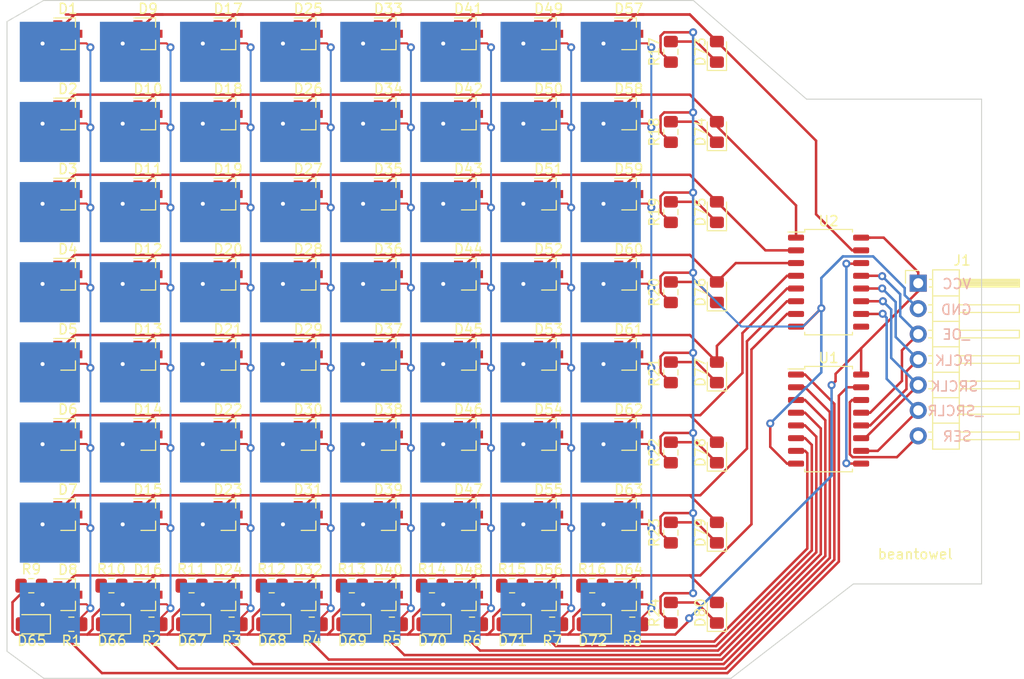
<source format=kicad_pcb>
(kicad_pcb (version 20171130) (host pcbnew 5.1.2-f72e74a~84~ubuntu18.04.1)
  (layers (0 F.Cu signal) (31 B.Cu signal) (34 B.Paste user) (35 F.Paste user) (36 B.SilkS user) (37 F.SilkS user) (38 B.Mask user) (39 F.Mask user) (44 Edge.Cuts user))
  (net 0 "")
  (net 1 /X0)
  (net 2 "Net-(D1-Pad2)")
  (net 3 /X1)
  (net 4 /X2)
  (net 5 /X3)
  (net 6 /X4)
  (net 7 /X5)
  (net 8 /X6)
  (net 9 /X7)
  (net 10 /Y0)
  (net 11 /Y1)
  (net 12 /Y2)
  (net 13 /Y3)
  (net 14 /Y4)
  (net 15 /Y5)
  (net 16 /Y6)
  (net 17 /Y7)
  (net 18 VCC)
  (net 19 /SRCLK)
  (net 20 GND)
  (net 21 /_SRCLR)
  (net 22 /RCLK)
  (net 23 /SER)
  (net 24 /_OE)
  (net 25 "Net-(D73-Pad1)")
  (net 26 "Net-(D74-Pad1)")
  (net 27 "Net-(D75-Pad1)")
  (net 28 "Net-(D76-Pad1)")
  (net 29 "Net-(D77-Pad1)")
  (net 30 "Net-(D78-Pad1)")
  (net 31 "Net-(D79-Pad1)")
  (net 32 "Net-(D80-Pad1)")
  (net 33 "Net-(D10-Pad2)")
  (net 34 "Net-(D17-Pad2)")
  (net 35 "Net-(D33-Pad2)")
  (net 36 "Net-(D49-Pad2)")
  (net 37 "Net-(D65-Pad2)")
  (net 38 "Net-(D66-Pad2)")
  (net 39 "Net-(D67-Pad2)")
  (net 40 "Net-(D68-Pad2)")
  (net 41 "Net-(D69-Pad2)")
  (net 42 "Net-(D70-Pad2)")
  (net 43 "Net-(D71-Pad2)")
  (net 44 "Net-(D72-Pad2)")
  (net 45 "Net-(U1-Pad9)")
  (net 46 "Net-(U2-Pad9)")
  (net 47 "Net-(D1-Pad3)")
  (net 48 "Net-(D2-Pad3)")
  (net 49 "Net-(D3-Pad3)")
  (net 50 "Net-(D4-Pad3)")
  (net 51 "Net-(D5-Pad3)")
  (net 52 "Net-(D6-Pad3)")
  (net 53 "Net-(D7-Pad3)")
  (net 54 "Net-(D8-Pad3)")
  (net 55 "Net-(D9-Pad3)")
  (net 56 "Net-(D10-Pad3)")
  (net 57 "Net-(D11-Pad3)")
  (net 58 "Net-(D12-Pad3)")
  (net 59 "Net-(D13-Pad3)")
  (net 60 "Net-(D14-Pad3)")
  (net 61 "Net-(D15-Pad3)")
  (net 62 "Net-(D16-Pad3)")
  (net 63 "Net-(D17-Pad3)")
  (net 64 "Net-(D18-Pad3)")
  (net 65 "Net-(D19-Pad3)")
  (net 66 "Net-(D20-Pad3)")
  (net 67 "Net-(D21-Pad3)")
  (net 68 "Net-(D22-Pad3)")
  (net 69 "Net-(D23-Pad3)")
  (net 70 "Net-(D24-Pad3)")
  (net 71 "Net-(D25-Pad3)")
  (net 72 "Net-(D25-Pad2)")
  (net 73 "Net-(D26-Pad3)")
  (net 74 "Net-(D27-Pad3)")
  (net 75 "Net-(D28-Pad3)")
  (net 76 "Net-(D29-Pad3)")
  (net 77 "Net-(D30-Pad3)")
  (net 78 "Net-(D31-Pad3)")
  (net 79 "Net-(D32-Pad3)")
  (net 80 "Net-(D33-Pad3)")
  (net 81 "Net-(D34-Pad3)")
  (net 82 "Net-(D35-Pad3)")
  (net 83 "Net-(D36-Pad3)")
  (net 84 "Net-(D37-Pad3)")
  (net 85 "Net-(D38-Pad3)")
  (net 86 "Net-(D39-Pad3)")
  (net 87 "Net-(D40-Pad3)")
  (net 88 "Net-(D41-Pad2)")
  (net 89 "Net-(D41-Pad3)")
  (net 90 "Net-(D42-Pad3)")
  (net 91 "Net-(D43-Pad3)")
  (net 92 "Net-(D44-Pad3)")
  (net 93 "Net-(D45-Pad3)")
  (net 94 "Net-(D46-Pad3)")
  (net 95 "Net-(D47-Pad3)")
  (net 96 "Net-(D48-Pad3)")
  (net 97 "Net-(D49-Pad3)")
  (net 98 "Net-(D50-Pad3)")
  (net 99 "Net-(D51-Pad3)")
  (net 100 "Net-(D52-Pad3)")
  (net 101 "Net-(D53-Pad3)")
  (net 102 "Net-(D54-Pad3)")
  (net 103 "Net-(D55-Pad3)")
  (net 104 "Net-(D56-Pad3)")
  (net 105 "Net-(D57-Pad3)")
  (net 106 "Net-(D57-Pad2)")
  (net 107 "Net-(D58-Pad3)")
  (net 108 "Net-(D59-Pad3)")
  (net 109 "Net-(D60-Pad3)")
  (net 110 "Net-(D61-Pad3)")
  (net 111 "Net-(D62-Pad3)")
  (net 112 "Net-(D63-Pad3)")
  (net 113 "Net-(D64-Pad3)")
  (module myfootprint:TCH_PAD (layer B.Cu) (at 0 0)
    (fp_text reference H1 hide)
    (fp_text value MountingHole_Pad)
    (pad 1 smd rect (at 0 0) (size 6 6) (layers B.Cu B.Paste B.Mask) (net 47 "Net-(D1-Pad3)"))
  )
  (module myfootprint:TCH_PAD (layer B.Cu) (at 0 8 270)
    (fp_text reference H2 hide)
    (fp_text value MountingHole_Pad)
    (pad 1 smd rect (at 0 0 270) (size 6 6) (layers B.Cu B.Paste B.Mask) (net 48 "Net-(D2-Pad3)"))
  )
  (module myfootprint:TCH_PAD (layer B.Cu) (at 0 16 270)
    (fp_text reference H3 hide)
    (fp_text value MountingHole_Pad)
    (pad 1 smd rect (at 0 0 270) (size 6 6) (layers B.Cu B.Paste B.Mask) (net 49 "Net-(D3-Pad3)"))
  )
  (module myfootprint:TCH_PAD (layer B.Cu) (at 0 24 270)
    (fp_text reference H4 hide)
    (fp_text value MountingHole_Pad)
    (pad 1 smd rect (at 0 0 270) (size 6 6) (layers B.Cu B.Paste B.Mask) (net 50 "Net-(D4-Pad3)"))
  )
  (module myfootprint:TCH_PAD (layer B.Cu) (at 0 32 270)
    (fp_text reference H5 hide)
    (fp_text value MountingHole_Pad)
    (pad 1 smd rect (at 0 0 270) (size 6 6) (layers B.Cu B.Paste B.Mask) (net 51 "Net-(D5-Pad3)"))
  )
  (module myfootprint:TCH_PAD (layer B.Cu) (at 0 40 270)
    (fp_text reference H6 hide)
    (fp_text value MountingHole_Pad)
    (pad 1 smd rect (at 0 0 270) (size 6 6) (layers B.Cu B.Paste B.Mask) (net 52 "Net-(D6-Pad3)"))
  )
  (module myfootprint:TCH_PAD (layer B.Cu) (at 0 48 270)
    (fp_text reference H7 hide)
    (fp_text value MountingHole_Pad)
    (pad 1 smd rect (at 0 0 270) (size 6 6) (layers B.Cu B.Paste B.Mask) (net 53 "Net-(D7-Pad3)"))
  )
  (module myfootprint:TCH_PAD (layer B.Cu) (at 0 56 270)
    (fp_text reference H8 hide)
    (fp_text value MountingHole_Pad)
    (pad 1 smd rect (at 0 0 270) (size 6 6) (layers B.Cu B.Paste B.Mask) (net 54 "Net-(D8-Pad3)"))
  )
  (module myfootprint:TCH_PAD (layer B.Cu) (at 8 0 270)
    (fp_text reference H9 hide)
    (fp_text value MountingHole_Pad)
    (pad 1 smd rect (at 0 0 270) (size 6 6) (layers B.Cu B.Paste B.Mask) (net 55 "Net-(D9-Pad3)"))
  )
  (module myfootprint:TCH_PAD (layer B.Cu) (at 8 8 270)
    (fp_text reference H10 hide)
    (fp_text value MountingHole_Pad)
    (pad 1 smd rect (at 0 0 270) (size 6 6) (layers B.Cu B.Paste B.Mask) (net 56 "Net-(D10-Pad3)"))
  )
  (module myfootprint:TCH_PAD (layer B.Cu) (at 8 16 270)
    (fp_text reference H11 hide)
    (fp_text value MountingHole_Pad)
    (pad 1 smd rect (at 0 0 270) (size 6 6) (layers B.Cu B.Paste B.Mask) (net 57 "Net-(D11-Pad3)"))
  )
  (module myfootprint:TCH_PAD (layer B.Cu) (at 8 24 270)
    (fp_text reference H12 hide)
    (fp_text value MountingHole_Pad)
    (pad 1 smd rect (at 0 0 270) (size 6 6) (layers B.Cu B.Paste B.Mask) (net 58 "Net-(D12-Pad3)"))
  )
  (module myfootprint:TCH_PAD (layer B.Cu) (at 8 32 270)
    (fp_text reference H13 hide)
    (fp_text value MountingHole_Pad)
    (pad 1 smd rect (at 0 0 270) (size 6 6) (layers B.Cu B.Paste B.Mask) (net 59 "Net-(D13-Pad3)"))
  )
  (module myfootprint:TCH_PAD (layer B.Cu) (at 8 40 270)
    (fp_text reference H14 hide)
    (fp_text value MountingHole_Pad)
    (pad 1 smd rect (at 0 0 270) (size 6 6) (layers B.Cu B.Paste B.Mask) (net 60 "Net-(D14-Pad3)"))
  )
  (module myfootprint:TCH_PAD (layer B.Cu) (at 8 48 270)
    (fp_text reference H15 hide)
    (fp_text value MountingHole_Pad)
    (pad 1 smd rect (at 0 0 270) (size 6 6) (layers B.Cu B.Paste B.Mask) (net 61 "Net-(D15-Pad3)"))
  )
  (module myfootprint:TCH_PAD (layer B.Cu) (at 8 56 270)
    (fp_text reference H16 hide)
    (fp_text value MountingHole_Pad)
    (pad 1 smd rect (at 0 0 270) (size 6 6) (layers B.Cu B.Paste B.Mask) (net 62 "Net-(D16-Pad3)"))
  )
  (module myfootprint:TCH_PAD (layer B.Cu) (at 16 0 270)
    (fp_text reference H17 hide)
    (fp_text value MountingHole_Pad)
    (pad 1 smd rect (at 0 0 270) (size 6 6) (layers B.Cu B.Paste B.Mask) (net 63 "Net-(D17-Pad3)"))
  )
  (module myfootprint:TCH_PAD (layer B.Cu) (at 16 8 270)
    (fp_text reference H18 hide)
    (fp_text value MountingHole_Pad)
    (pad 1 smd rect (at 0 0 270) (size 6 6) (layers B.Cu B.Paste B.Mask) (net 64 "Net-(D18-Pad3)"))
  )
  (module myfootprint:TCH_PAD (layer B.Cu) (at 16 16 270)
    (fp_text reference H19 hide)
    (fp_text value MountingHole_Pad)
    (pad 1 smd rect (at 0 0 270) (size 6 6) (layers B.Cu B.Paste B.Mask) (net 65 "Net-(D19-Pad3)"))
  )
  (module myfootprint:TCH_PAD (layer B.Cu) (at 16 24 270)
    (fp_text reference H20 hide)
    (fp_text value MountingHole_Pad)
    (pad 1 smd rect (at 0 0 270) (size 6 6) (layers B.Cu B.Paste B.Mask) (net 66 "Net-(D20-Pad3)"))
  )
  (module myfootprint:TCH_PAD (layer B.Cu) (at 16 32 270)
    (fp_text reference H21 hide)
    (fp_text value MountingHole_Pad)
    (pad 1 smd rect (at 0 0 270) (size 6 6) (layers B.Cu B.Paste B.Mask) (net 67 "Net-(D21-Pad3)"))
  )
  (module myfootprint:TCH_PAD (layer B.Cu) (at 16 40 270)
    (fp_text reference H22 hide)
    (fp_text value MountingHole_Pad)
    (pad 1 smd rect (at 0 0 270) (size 6 6) (layers B.Cu B.Paste B.Mask) (net 68 "Net-(D22-Pad3)"))
  )
  (module myfootprint:TCH_PAD (layer B.Cu) (at 16 48 270)
    (fp_text reference H23 hide)
    (fp_text value MountingHole_Pad)
    (pad 1 smd rect (at 0 0 270) (size 6 6) (layers B.Cu B.Paste B.Mask) (net 69 "Net-(D23-Pad3)"))
  )
  (module myfootprint:TCH_PAD (layer B.Cu) (at 16 56 270)
    (fp_text reference H24 hide)
    (fp_text value MountingHole_Pad)
    (pad 1 smd rect (at 0 0 270) (size 6 6) (layers B.Cu B.Paste B.Mask) (net 70 "Net-(D24-Pad3)"))
  )
  (module myfootprint:TCH_PAD (layer B.Cu) (at 24 0 270)
    (fp_text reference H25 hide)
    (fp_text value MountingHole_Pad)
    (pad 1 smd rect (at 0 0 270) (size 6 6) (layers B.Cu B.Paste B.Mask) (net 71 "Net-(D25-Pad3)"))
  )
  (module myfootprint:TCH_PAD (layer B.Cu) (at 24 8 270)
    (fp_text reference H26 hide)
    (fp_text value MountingHole_Pad)
    (pad 1 smd rect (at 0 0 270) (size 6 6) (layers B.Cu B.Paste B.Mask) (net 73 "Net-(D26-Pad3)"))
  )
  (module myfootprint:TCH_PAD (layer B.Cu) (at 24 16 270)
    (fp_text reference H27 hide)
    (fp_text value MountingHole_Pad)
    (pad 1 smd rect (at 0 0 270) (size 6 6) (layers B.Cu B.Paste B.Mask) (net 74 "Net-(D27-Pad3)"))
  )
  (module myfootprint:TCH_PAD (layer B.Cu) (at 24 24 270)
    (fp_text reference H28 hide)
    (fp_text value MountingHole_Pad)
    (pad 1 smd rect (at 0 0 270) (size 6 6) (layers B.Cu B.Paste B.Mask) (net 75 "Net-(D28-Pad3)"))
  )
  (module myfootprint:TCH_PAD (layer B.Cu) (at 24 32 270)
    (fp_text reference H29 hide)
    (fp_text value MountingHole_Pad)
    (pad 1 smd rect (at 0 0 270) (size 6 6) (layers B.Cu B.Paste B.Mask) (net 76 "Net-(D29-Pad3)"))
  )
  (module myfootprint:TCH_PAD (layer B.Cu) (at 24 40 270)
    (fp_text reference H30 hide)
    (fp_text value MountingHole_Pad)
    (pad 1 smd rect (at 0 0 270) (size 6 6) (layers B.Cu B.Paste B.Mask) (net 77 "Net-(D30-Pad3)"))
  )
  (module myfootprint:TCH_PAD (layer B.Cu) (at 24 48 270)
    (fp_text reference H31 hide)
    (fp_text value MountingHole_Pad)
    (pad 1 smd rect (at 0 0 270) (size 6 6) (layers B.Cu B.Paste B.Mask) (net 78 "Net-(D31-Pad3)"))
  )
  (module myfootprint:TCH_PAD (layer B.Cu) (at 24 56 270)
    (fp_text reference H32 hide)
    (fp_text value MountingHole_Pad)
    (pad 1 smd rect (at 0 0 270) (size 6 6) (layers B.Cu B.Paste B.Mask) (net 79 "Net-(D32-Pad3)"))
  )
  (module myfootprint:TCH_PAD (layer B.Cu) (at 32 0 270)
    (fp_text reference H33 hide)
    (fp_text value MountingHole_Pad)
    (pad 1 smd rect (at 0 0 270) (size 6 6) (layers B.Cu B.Paste B.Mask) (net 80 "Net-(D33-Pad3)"))
  )
  (module myfootprint:TCH_PAD (layer B.Cu) (at 32 8 270)
    (fp_text reference H34 hide)
    (fp_text value MountingHole_Pad)
    (pad 1 smd rect (at 0 0 270) (size 6 6) (layers B.Cu B.Paste B.Mask) (net 81 "Net-(D34-Pad3)"))
  )
  (module myfootprint:TCH_PAD (layer B.Cu) (at 32 16 270)
    (fp_text reference H35 hide)
    (fp_text value MountingHole_Pad)
    (pad 1 smd rect (at 0 0 270) (size 6 6) (layers B.Cu B.Paste B.Mask) (net 82 "Net-(D35-Pad3)"))
  )
  (module myfootprint:TCH_PAD (layer B.Cu) (at 32 24 270)
    (fp_text reference H36 hide)
    (fp_text value MountingHole_Pad)
    (pad 1 smd rect (at 0 0 270) (size 6 6) (layers B.Cu B.Paste B.Mask) (net 83 "Net-(D36-Pad3)"))
  )
  (module myfootprint:TCH_PAD (layer B.Cu) (at 32 32 270)
    (fp_text reference H37 hide)
    (fp_text value MountingHole_Pad)
    (pad 1 smd rect (at 0 0 270) (size 6 6) (layers B.Cu B.Paste B.Mask) (net 84 "Net-(D37-Pad3)"))
  )
  (module myfootprint:TCH_PAD (layer B.Cu) (at 32 40 270)
    (fp_text reference H38 hide)
    (fp_text value MountingHole_Pad)
    (pad 1 smd rect (at 0 0 270) (size 6 6) (layers B.Cu B.Paste B.Mask) (net 85 "Net-(D38-Pad3)"))
  )
  (module myfootprint:TCH_PAD (layer B.Cu) (at 32 48 270)
    (fp_text reference H39 hide)
    (fp_text value MountingHole_Pad)
    (pad 1 smd rect (at 0 0 270) (size 6 6) (layers B.Cu B.Paste B.Mask) (net 86 "Net-(D39-Pad3)"))
  )
  (module myfootprint:TCH_PAD (layer B.Cu) (at 32 56 270)
    (fp_text reference H40 hide)
    (fp_text value MountingHole_Pad)
    (pad 1 smd rect (at 0 0 270) (size 6 6) (layers B.Cu B.Paste B.Mask) (net 87 "Net-(D40-Pad3)"))
  )
  (module myfootprint:TCH_PAD (layer B.Cu) (at 40 0 270)
    (fp_text reference H41 hide)
    (fp_text value MountingHole_Pad)
    (pad 1 smd rect (at 0 0 270) (size 6 6) (layers B.Cu B.Paste B.Mask) (net 89 "Net-(D41-Pad3)"))
  )
  (module myfootprint:TCH_PAD (layer B.Cu) (at 40 8 270)
    (fp_text reference H42 hide)
    (fp_text value MountingHole_Pad)
    (pad 1 smd rect (at 0 0 270) (size 6 6) (layers B.Cu B.Paste B.Mask) (net 90 "Net-(D42-Pad3)"))
  )
  (module myfootprint:TCH_PAD (layer B.Cu) (at 40 16 270)
    (fp_text reference H43 hide)
    (fp_text value MountingHole_Pad)
    (pad 1 smd rect (at 0 0 270) (size 6 6) (layers B.Cu B.Paste B.Mask) (net 91 "Net-(D43-Pad3)"))
  )
  (module myfootprint:TCH_PAD (layer B.Cu) (at 40 24 270)
    (fp_text reference H44 hide)
    (fp_text value MountingHole_Pad)
    (pad 1 smd rect (at 0 0 270) (size 6 6) (layers B.Cu B.Paste B.Mask) (net 92 "Net-(D44-Pad3)"))
  )
  (module myfootprint:TCH_PAD (layer B.Cu) (at 40 32 270)
    (fp_text reference H45 hide)
    (fp_text value MountingHole_Pad)
    (pad 1 smd rect (at 0 0 270) (size 6 6) (layers B.Cu B.Paste B.Mask) (net 93 "Net-(D45-Pad3)"))
  )
  (module myfootprint:TCH_PAD (layer B.Cu) (at 40 40 270)
    (fp_text reference H46 hide)
    (fp_text value MountingHole_Pad)
    (pad 1 smd rect (at 0 0 270) (size 6 6) (layers B.Cu B.Paste B.Mask) (net 94 "Net-(D46-Pad3)"))
  )
  (module myfootprint:TCH_PAD (layer B.Cu) (at 40 48 270)
    (fp_text reference H47 hide)
    (fp_text value MountingHole_Pad)
    (pad 1 smd rect (at 0 0 270) (size 6 6) (layers B.Cu B.Paste B.Mask) (net 95 "Net-(D47-Pad3)"))
  )
  (module myfootprint:TCH_PAD (layer B.Cu) (at 40 56 270)
    (fp_text reference H48 hide)
    (fp_text value MountingHole_Pad)
    (pad 1 smd rect (at 0 0 270) (size 6 6) (layers B.Cu B.Paste B.Mask) (net 96 "Net-(D48-Pad3)"))
  )
  (module myfootprint:TCH_PAD (layer B.Cu) (at 48 0 270)
    (fp_text reference H49 hide)
    (fp_text value MountingHole_Pad)
    (pad 1 smd rect (at 0 0 270) (size 6 6) (layers B.Cu B.Paste B.Mask) (net 97 "Net-(D49-Pad3)"))
  )
  (module myfootprint:TCH_PAD (layer B.Cu) (at 48 8 270)
    (fp_text reference H50 hide)
    (fp_text value MountingHole_Pad)
    (pad 1 smd rect (at 0 0 270) (size 6 6) (layers B.Cu B.Paste B.Mask) (net 98 "Net-(D50-Pad3)"))
  )
  (module myfootprint:TCH_PAD (layer B.Cu) (at 48 16 270)
    (fp_text reference H51 hide)
    (fp_text value MountingHole_Pad)
    (pad 1 smd rect (at 0 0 270) (size 6 6) (layers B.Cu B.Paste B.Mask) (net 99 "Net-(D51-Pad3)"))
  )
  (module myfootprint:TCH_PAD (layer B.Cu) (at 48 24 270)
    (fp_text reference H52 hide)
    (fp_text value MountingHole_Pad)
    (pad 1 smd rect (at 0 0 270) (size 6 6) (layers B.Cu B.Paste B.Mask) (net 100 "Net-(D52-Pad3)"))
  )
  (module myfootprint:TCH_PAD (layer B.Cu) (at 48 32 270)
    (fp_text reference H53 hide)
    (fp_text value MountingHole_Pad)
    (pad 1 smd rect (at 0 0 270) (size 6 6) (layers B.Cu B.Paste B.Mask) (net 101 "Net-(D53-Pad3)"))
  )
  (module myfootprint:TCH_PAD (layer B.Cu) (at 48 40 270)
    (fp_text reference H54 hide)
    (fp_text value MountingHole_Pad)
    (pad 1 smd rect (at 0 0 270) (size 6 6) (layers B.Cu B.Paste B.Mask) (net 102 "Net-(D54-Pad3)"))
  )
  (module myfootprint:TCH_PAD (layer B.Cu) (at 48 48 270)
    (fp_text reference H55 hide)
    (fp_text value MountingHole_Pad)
    (pad 1 smd rect (at 0 0 270) (size 6 6) (layers B.Cu B.Paste B.Mask) (net 103 "Net-(D55-Pad3)"))
  )
  (module myfootprint:TCH_PAD (layer B.Cu) (at 48 56 270)
    (fp_text reference H56 hide)
    (fp_text value MountingHole_Pad)
    (pad 1 smd rect (at 0 0 270) (size 6 6) (layers B.Cu B.Paste B.Mask) (net 104 "Net-(D56-Pad3)"))
  )
  (module myfootprint:TCH_PAD (layer B.Cu) (at 56 0 270)
    (fp_text reference H57 hide)
    (fp_text value MountingHole_Pad)
    (pad 1 smd rect (at 0 0 270) (size 6 6) (layers B.Cu B.Paste B.Mask) (net 105 "Net-(D57-Pad3)"))
  )
  (module myfootprint:TCH_PAD (layer B.Cu) (at 56 8 270)
    (fp_text reference H58 hide)
    (fp_text value MountingHole_Pad)
    (pad 1 smd rect (at 0 0 270) (size 6 6) (layers B.Cu B.Paste B.Mask) (net 107 "Net-(D58-Pad3)"))
  )
  (module myfootprint:TCH_PAD (layer B.Cu) (at 56 16 270)
    (fp_text reference H59 hide)
    (fp_text value MountingHole_Pad)
    (pad 1 smd rect (at 0 0 270) (size 6 6) (layers B.Cu B.Paste B.Mask) (net 108 "Net-(D59-Pad3)"))
  )
  (module myfootprint:TCH_PAD (layer B.Cu) (at 56 24 270)
    (fp_text reference H60 hide)
    (fp_text value MountingHole_Pad)
    (pad 1 smd rect (at 0 0 270) (size 6 6) (layers B.Cu B.Paste B.Mask) (net 109 "Net-(D60-Pad3)"))
  )
  (module myfootprint:TCH_PAD (layer B.Cu) (at 56 32 270)
    (fp_text reference H61 hide)
    (fp_text value MountingHole_Pad)
    (pad 1 smd rect (at 0 0 270) (size 6 6) (layers B.Cu B.Paste B.Mask) (net 110 "Net-(D61-Pad3)"))
  )
  (module myfootprint:TCH_PAD (layer B.Cu) (at 56 40 270)
    (fp_text reference H62 hide)
    (fp_text value MountingHole_Pad)
    (pad 1 smd rect (at 0 0 270) (size 6 6) (layers B.Cu B.Paste B.Mask) (net 111 "Net-(D62-Pad3)"))
  )
  (module myfootprint:TCH_PAD (layer B.Cu) (at 56 48 270)
    (fp_text reference H63 hide)
    (fp_text value MountingHole_Pad)
    (pad 1 smd rect (at 0 0 270) (size 6 6) (layers B.Cu B.Paste B.Mask) (net 112 "Net-(D63-Pad3)"))
  )
  (module myfootprint:TCH_PAD (layer B.Cu) (at 56 56 270)
    (fp_text reference H64 hide)
    (fp_text value MountingHole_Pad)
    (pad 1 smd rect (at 0 0 270) (size 6 6) (layers B.Cu B.Paste B.Mask) (net 113 "Net-(D64-Pad3)"))
  )
  (module Package_TO_SOT_SMD:SOT-23 (layer F.Cu) (at 1.8 -1.8)
    (fp_text reference D1 (at 0 -2.5 180) (layer F.SilkS))
    (fp_text value BAV99)
    (pad 3 smd rect (at 1 0) (size 0.9 0.8) (layers F.Cu F.Paste F.Mask) (net 47 "Net-(D1-Pad3)"))
    (pad 2 smd rect (at -1 0.95) (size 0.9 0.8) (layers F.Cu F.Paste F.Mask) (net 2 "Net-(D1-Pad2)"))
    (pad 1 smd rect (at -1 -0.95) (size 0.9 0.8) (layers F.Cu F.Paste F.Mask) (net 10 /Y0))
  )
  (module Package_TO_SOT_SMD:SOT-23 (layer F.Cu) (at 1.8 6.2)
    (fp_text reference D2 (at 0 -2.5) (layer F.SilkS))
    (fp_text value BAV99)
    (pad 1 smd rect (at -1 -0.95) (size 0.9 0.8) (layers F.Cu F.Paste F.Mask) (net 11 /Y1))
    (pad 2 smd rect (at -1 0.95) (size 0.9 0.8) (layers F.Cu F.Paste F.Mask) (net 2 "Net-(D1-Pad2)"))
    (pad 3 smd rect (at 1 0) (size 0.9 0.8) (layers F.Cu F.Paste F.Mask) (net 48 "Net-(D2-Pad3)"))
  )
  (module Package_TO_SOT_SMD:SOT-23 (layer F.Cu) (at 1.8 14.2)
    (fp_text reference D3 (at 0 -2.5) (layer F.SilkS))
    (fp_text value BAV99)
    (pad 3 smd rect (at 1 0) (size 0.9 0.8) (layers F.Cu F.Paste F.Mask) (net 49 "Net-(D3-Pad3)"))
    (pad 2 smd rect (at -1 0.95) (size 0.9 0.8) (layers F.Cu F.Paste F.Mask) (net 2 "Net-(D1-Pad2)"))
    (pad 1 smd rect (at -1 -0.95) (size 0.9 0.8) (layers F.Cu F.Paste F.Mask) (net 12 /Y2))
  )
  (module Package_TO_SOT_SMD:SOT-23 (layer F.Cu) (at 1.8 22.2)
    (fp_text reference D4 (at 0 -2.5) (layer F.SilkS))
    (fp_text value BAV99)
    (pad 1 smd rect (at -1 -0.95) (size 0.9 0.8) (layers F.Cu F.Paste F.Mask) (net 13 /Y3))
    (pad 2 smd rect (at -1 0.95) (size 0.9 0.8) (layers F.Cu F.Paste F.Mask) (net 2 "Net-(D1-Pad2)"))
    (pad 3 smd rect (at 1 0) (size 0.9 0.8) (layers F.Cu F.Paste F.Mask) (net 50 "Net-(D4-Pad3)"))
  )
  (module Package_TO_SOT_SMD:SOT-23 (layer F.Cu) (at 1.8 30.2)
    (fp_text reference D5 (at 0 -2.5) (layer F.SilkS))
    (fp_text value BAV99)
    (pad 3 smd rect (at 1 0) (size 0.9 0.8) (layers F.Cu F.Paste F.Mask) (net 51 "Net-(D5-Pad3)"))
    (pad 2 smd rect (at -1 0.95) (size 0.9 0.8) (layers F.Cu F.Paste F.Mask) (net 2 "Net-(D1-Pad2)"))
    (pad 1 smd rect (at -1 -0.95) (size 0.9 0.8) (layers F.Cu F.Paste F.Mask) (net 14 /Y4))
  )
  (module Package_TO_SOT_SMD:SOT-23 (layer F.Cu) (at 1.8 38.2)
    (fp_text reference D6 (at 0 -2.5) (layer F.SilkS))
    (fp_text value BAV99)
    (pad 1 smd rect (at -1 -0.95) (size 0.9 0.8) (layers F.Cu F.Paste F.Mask) (net 15 /Y5))
    (pad 2 smd rect (at -1 0.95) (size 0.9 0.8) (layers F.Cu F.Paste F.Mask) (net 2 "Net-(D1-Pad2)"))
    (pad 3 smd rect (at 1 0) (size 0.9 0.8) (layers F.Cu F.Paste F.Mask) (net 52 "Net-(D6-Pad3)"))
  )
  (module Package_TO_SOT_SMD:SOT-23 (layer F.Cu) (at 1.8 46.2)
    (fp_text reference D7 (at 0 -2.5) (layer F.SilkS))
    (fp_text value BAV99)
    (pad 3 smd rect (at 1 0) (size 0.9 0.8) (layers F.Cu F.Paste F.Mask) (net 53 "Net-(D7-Pad3)"))
    (pad 2 smd rect (at -1 0.95) (size 0.9 0.8) (layers F.Cu F.Paste F.Mask) (net 2 "Net-(D1-Pad2)"))
    (pad 1 smd rect (at -1 -0.95) (size 0.9 0.8) (layers F.Cu F.Paste F.Mask) (net 16 /Y6))
  )
  (module Package_TO_SOT_SMD:SOT-23 (layer F.Cu) (at 1.8 54.2)
    (fp_text reference D8 (at 0 -2.5) (layer F.SilkS))
    (fp_text value BAV99)
    (pad 1 smd rect (at -1 -0.95) (size 0.9 0.8) (layers F.Cu F.Paste F.Mask) (net 17 /Y7))
    (pad 2 smd rect (at -1 0.95) (size 0.9 0.8) (layers F.Cu F.Paste F.Mask) (net 2 "Net-(D1-Pad2)"))
    (pad 3 smd rect (at 1 0) (size 0.9 0.8) (layers F.Cu F.Paste F.Mask) (net 54 "Net-(D8-Pad3)"))
  )
  (module Package_TO_SOT_SMD:SOT-23 (layer F.Cu) (at 9.8 -1.8)
    (fp_text reference D9 (at 0 -2.5) (layer F.SilkS))
    (fp_text value BAV99)
    (pad 3 smd rect (at 1 0) (size 0.9 0.8) (layers F.Cu F.Paste F.Mask) (net 55 "Net-(D9-Pad3)"))
    (pad 2 smd rect (at -1 0.95) (size 0.9 0.8) (layers F.Cu F.Paste F.Mask) (net 33 "Net-(D10-Pad2)"))
    (pad 1 smd rect (at -1 -0.95) (size 0.9 0.8) (layers F.Cu F.Paste F.Mask) (net 10 /Y0))
  )
  (module Package_TO_SOT_SMD:SOT-23 (layer F.Cu) (at 9.8 6.2)
    (fp_text reference D10 (at 0 -2.5) (layer F.SilkS))
    (fp_text value BAV99)
    (pad 1 smd rect (at -1 -0.95) (size 0.9 0.8) (layers F.Cu F.Paste F.Mask) (net 11 /Y1))
    (pad 2 smd rect (at -1 0.95) (size 0.9 0.8) (layers F.Cu F.Paste F.Mask) (net 33 "Net-(D10-Pad2)"))
    (pad 3 smd rect (at 1 0) (size 0.9 0.8) (layers F.Cu F.Paste F.Mask) (net 56 "Net-(D10-Pad3)"))
  )
  (module Package_TO_SOT_SMD:SOT-23 (layer F.Cu) (at 9.8 14.2)
    (fp_text reference D11 (at 0 -2.5) (layer F.SilkS))
    (fp_text value BAV99)
    (pad 3 smd rect (at 1 0) (size 0.9 0.8) (layers F.Cu F.Paste F.Mask) (net 57 "Net-(D11-Pad3)"))
    (pad 2 smd rect (at -1 0.95) (size 0.9 0.8) (layers F.Cu F.Paste F.Mask) (net 33 "Net-(D10-Pad2)"))
    (pad 1 smd rect (at -1 -0.95) (size 0.9 0.8) (layers F.Cu F.Paste F.Mask) (net 12 /Y2))
  )
  (module Package_TO_SOT_SMD:SOT-23 (layer F.Cu) (at 9.8 22.2)
    (fp_text reference D12 (at 0 -2.5) (layer F.SilkS))
    (fp_text value BAV99)
    (pad 1 smd rect (at -1 -0.95) (size 0.9 0.8) (layers F.Cu F.Paste F.Mask) (net 13 /Y3))
    (pad 2 smd rect (at -1 0.95) (size 0.9 0.8) (layers F.Cu F.Paste F.Mask) (net 33 "Net-(D10-Pad2)"))
    (pad 3 smd rect (at 1 0) (size 0.9 0.8) (layers F.Cu F.Paste F.Mask) (net 58 "Net-(D12-Pad3)"))
  )
  (module Package_TO_SOT_SMD:SOT-23 (layer F.Cu) (at 9.8 30.2)
    (fp_text reference D13 (at 0 -2.5) (layer F.SilkS))
    (fp_text value BAV99)
    (pad 3 smd rect (at 1 0) (size 0.9 0.8) (layers F.Cu F.Paste F.Mask) (net 59 "Net-(D13-Pad3)"))
    (pad 2 smd rect (at -1 0.95) (size 0.9 0.8) (layers F.Cu F.Paste F.Mask) (net 33 "Net-(D10-Pad2)"))
    (pad 1 smd rect (at -1 -0.95) (size 0.9 0.8) (layers F.Cu F.Paste F.Mask) (net 14 /Y4))
  )
  (module Package_TO_SOT_SMD:SOT-23 (layer F.Cu) (at 9.8 38.2)
    (fp_text reference D14 (at 0 -2.5) (layer F.SilkS))
    (fp_text value BAV99)
    (pad 1 smd rect (at -1 -0.95) (size 0.9 0.8) (layers F.Cu F.Paste F.Mask) (net 15 /Y5))
    (pad 2 smd rect (at -1 0.95) (size 0.9 0.8) (layers F.Cu F.Paste F.Mask) (net 33 "Net-(D10-Pad2)"))
    (pad 3 smd rect (at 1 0) (size 0.9 0.8) (layers F.Cu F.Paste F.Mask) (net 60 "Net-(D14-Pad3)"))
  )
  (module Package_TO_SOT_SMD:SOT-23 (layer F.Cu) (at 9.8 46.2)
    (fp_text reference D15 (at 0 -2.5) (layer F.SilkS))
    (fp_text value BAV99)
    (pad 3 smd rect (at 1 0) (size 0.9 0.8) (layers F.Cu F.Paste F.Mask) (net 61 "Net-(D15-Pad3)"))
    (pad 2 smd rect (at -1 0.95) (size 0.9 0.8) (layers F.Cu F.Paste F.Mask) (net 33 "Net-(D10-Pad2)"))
    (pad 1 smd rect (at -1 -0.95) (size 0.9 0.8) (layers F.Cu F.Paste F.Mask) (net 16 /Y6))
  )
  (module Package_TO_SOT_SMD:SOT-23 (layer F.Cu) (at 9.8 54.2)
    (fp_text reference D16 (at 0 -2.5) (layer F.SilkS))
    (fp_text value BAV99)
    (pad 1 smd rect (at -1 -0.95) (size 0.9 0.8) (layers F.Cu F.Paste F.Mask) (net 17 /Y7))
    (pad 2 smd rect (at -1 0.95) (size 0.9 0.8) (layers F.Cu F.Paste F.Mask) (net 33 "Net-(D10-Pad2)"))
    (pad 3 smd rect (at 1 0) (size 0.9 0.8) (layers F.Cu F.Paste F.Mask) (net 62 "Net-(D16-Pad3)"))
  )
  (module Package_TO_SOT_SMD:SOT-23 (layer F.Cu) (at 17.8 -1.8)
    (fp_text reference D17 (at 0 -2.5) (layer F.SilkS))
    (fp_text value BAV99)
    (pad 3 smd rect (at 1 0) (size 0.9 0.8) (layers F.Cu F.Paste F.Mask) (net 63 "Net-(D17-Pad3)"))
    (pad 2 smd rect (at -1 0.95) (size 0.9 0.8) (layers F.Cu F.Paste F.Mask) (net 34 "Net-(D17-Pad2)"))
    (pad 1 smd rect (at -1 -0.95) (size 0.9 0.8) (layers F.Cu F.Paste F.Mask) (net 10 /Y0))
  )
  (module Package_TO_SOT_SMD:SOT-23 (layer F.Cu) (at 17.8 6.2)
    (fp_text reference D18 (at 0 -2.5) (layer F.SilkS))
    (fp_text value BAV99)
    (pad 1 smd rect (at -1 -0.95) (size 0.9 0.8) (layers F.Cu F.Paste F.Mask) (net 11 /Y1))
    (pad 2 smd rect (at -1 0.95) (size 0.9 0.8) (layers F.Cu F.Paste F.Mask) (net 34 "Net-(D17-Pad2)"))
    (pad 3 smd rect (at 1 0) (size 0.9 0.8) (layers F.Cu F.Paste F.Mask) (net 64 "Net-(D18-Pad3)"))
  )
  (module Package_TO_SOT_SMD:SOT-23 (layer F.Cu) (at 17.8 14.2)
    (fp_text reference D19 (at 0 -2.5) (layer F.SilkS))
    (fp_text value BAV99)
    (pad 3 smd rect (at 1 0) (size 0.9 0.8) (layers F.Cu F.Paste F.Mask) (net 65 "Net-(D19-Pad3)"))
    (pad 2 smd rect (at -1 0.95) (size 0.9 0.8) (layers F.Cu F.Paste F.Mask) (net 34 "Net-(D17-Pad2)"))
    (pad 1 smd rect (at -1 -0.95) (size 0.9 0.8) (layers F.Cu F.Paste F.Mask) (net 12 /Y2))
  )
  (module Package_TO_SOT_SMD:SOT-23 (layer F.Cu) (at 17.8 22.2)
    (fp_text reference D20 (at 0 -2.5) (layer F.SilkS))
    (fp_text value BAV99)
    (pad 1 smd rect (at -1 -0.95) (size 0.9 0.8) (layers F.Cu F.Paste F.Mask) (net 13 /Y3))
    (pad 2 smd rect (at -1 0.95) (size 0.9 0.8) (layers F.Cu F.Paste F.Mask) (net 34 "Net-(D17-Pad2)"))
    (pad 3 smd rect (at 1 0) (size 0.9 0.8) (layers F.Cu F.Paste F.Mask) (net 66 "Net-(D20-Pad3)"))
  )
  (module Package_TO_SOT_SMD:SOT-23 (layer F.Cu) (at 17.8 30.2)
    (fp_text reference D21 (at 0 -2.5) (layer F.SilkS))
    (fp_text value BAV99)
    (pad 1 smd rect (at -1 -0.95) (size 0.9 0.8) (layers F.Cu F.Paste F.Mask) (net 14 /Y4))
    (pad 2 smd rect (at -1 0.95) (size 0.9 0.8) (layers F.Cu F.Paste F.Mask) (net 34 "Net-(D17-Pad2)"))
    (pad 3 smd rect (at 1 0) (size 0.9 0.8) (layers F.Cu F.Paste F.Mask) (net 67 "Net-(D21-Pad3)"))
  )
  (module Package_TO_SOT_SMD:SOT-23 (layer F.Cu) (at 17.8 38.2)
    (fp_text reference D22 (at 0 -2.5) (layer F.SilkS))
    (fp_text value BAV99)
    (pad 1 smd rect (at -1 -0.95) (size 0.9 0.8) (layers F.Cu F.Paste F.Mask) (net 15 /Y5))
    (pad 2 smd rect (at -1 0.95) (size 0.9 0.8) (layers F.Cu F.Paste F.Mask) (net 34 "Net-(D17-Pad2)"))
    (pad 3 smd rect (at 1 0) (size 0.9 0.8) (layers F.Cu F.Paste F.Mask) (net 68 "Net-(D22-Pad3)"))
  )
  (module Package_TO_SOT_SMD:SOT-23 (layer F.Cu) (at 17.8 46.2)
    (fp_text reference D23 (at 0 -2.5) (layer F.SilkS))
    (fp_text value BAV99)
    (pad 3 smd rect (at 1 0) (size 0.9 0.8) (layers F.Cu F.Paste F.Mask) (net 69 "Net-(D23-Pad3)"))
    (pad 2 smd rect (at -1 0.95) (size 0.9 0.8) (layers F.Cu F.Paste F.Mask) (net 34 "Net-(D17-Pad2)"))
    (pad 1 smd rect (at -1 -0.95) (size 0.9 0.8) (layers F.Cu F.Paste F.Mask) (net 16 /Y6))
  )
  (module Package_TO_SOT_SMD:SOT-23 (layer F.Cu) (at 17.8 54.2)
    (fp_text reference D24 (at 0 -2.5) (layer F.SilkS))
    (fp_text value BAV99)
    (pad 1 smd rect (at -1 -0.95) (size 0.9 0.8) (layers F.Cu F.Paste F.Mask) (net 17 /Y7))
    (pad 2 smd rect (at -1 0.95) (size 0.9 0.8) (layers F.Cu F.Paste F.Mask) (net 34 "Net-(D17-Pad2)"))
    (pad 3 smd rect (at 1 0) (size 0.9 0.8) (layers F.Cu F.Paste F.Mask) (net 70 "Net-(D24-Pad3)"))
  )
  (module Package_TO_SOT_SMD:SOT-23 (layer F.Cu) (at 25.8 -1.8)
    (fp_text reference D25 (at 0 -2.5) (layer F.SilkS))
    (fp_text value BAV99)
    (pad 3 smd rect (at 1 0) (size 0.9 0.8) (layers F.Cu F.Paste F.Mask) (net 71 "Net-(D25-Pad3)"))
    (pad 2 smd rect (at -1 0.95) (size 0.9 0.8) (layers F.Cu F.Paste F.Mask) (net 72 "Net-(D25-Pad2)"))
    (pad 1 smd rect (at -1 -0.95) (size 0.9 0.8) (layers F.Cu F.Paste F.Mask) (net 10 /Y0))
  )
  (module Package_TO_SOT_SMD:SOT-23 (layer F.Cu) (at 25.8 6.2)
    (fp_text reference D26 (at 0 -2.5) (layer F.SilkS))
    (fp_text value BAV99)
    (pad 1 smd rect (at -1 -0.95) (size 0.9 0.8) (layers F.Cu F.Paste F.Mask) (net 11 /Y1))
    (pad 2 smd rect (at -1 0.95) (size 0.9 0.8) (layers F.Cu F.Paste F.Mask) (net 72 "Net-(D25-Pad2)"))
    (pad 3 smd rect (at 1 0) (size 0.9 0.8) (layers F.Cu F.Paste F.Mask) (net 73 "Net-(D26-Pad3)"))
  )
  (module Package_TO_SOT_SMD:SOT-23 (layer F.Cu) (at 25.8 14.2)
    (fp_text reference D27 (at 0 -2.5) (layer F.SilkS))
    (fp_text value BAV99)
    (pad 3 smd rect (at 1 0) (size 0.9 0.8) (layers F.Cu F.Paste F.Mask) (net 74 "Net-(D27-Pad3)"))
    (pad 2 smd rect (at -1 0.95) (size 0.9 0.8) (layers F.Cu F.Paste F.Mask) (net 72 "Net-(D25-Pad2)"))
    (pad 1 smd rect (at -1 -0.95) (size 0.9 0.8) (layers F.Cu F.Paste F.Mask) (net 12 /Y2))
  )
  (module Package_TO_SOT_SMD:SOT-23 (layer F.Cu) (at 25.8 22.2)
    (fp_text reference D28 (at 0 -2.5) (layer F.SilkS))
    (fp_text value BAV99)
    (pad 1 smd rect (at -1 -0.95) (size 0.9 0.8) (layers F.Cu F.Paste F.Mask) (net 13 /Y3))
    (pad 2 smd rect (at -1 0.95) (size 0.9 0.8) (layers F.Cu F.Paste F.Mask) (net 72 "Net-(D25-Pad2)"))
    (pad 3 smd rect (at 1 0) (size 0.9 0.8) (layers F.Cu F.Paste F.Mask) (net 75 "Net-(D28-Pad3)"))
  )
  (module Package_TO_SOT_SMD:SOT-23 (layer F.Cu) (at 25.8 30.2)
    (fp_text reference D29 (at 0 -2.5) (layer F.SilkS))
    (fp_text value BAV99)
    (pad 3 smd rect (at 1 0) (size 0.9 0.8) (layers F.Cu F.Paste F.Mask) (net 76 "Net-(D29-Pad3)"))
    (pad 2 smd rect (at -1 0.95) (size 0.9 0.8) (layers F.Cu F.Paste F.Mask) (net 72 "Net-(D25-Pad2)"))
    (pad 1 smd rect (at -1 -0.95) (size 0.9 0.8) (layers F.Cu F.Paste F.Mask) (net 14 /Y4))
  )
  (module Package_TO_SOT_SMD:SOT-23 (layer F.Cu) (at 25.8 38.2)
    (fp_text reference D30 (at 0 -2.5) (layer F.SilkS))
    (fp_text value BAV99)
    (pad 3 smd rect (at 1 0) (size 0.9 0.8) (layers F.Cu F.Paste F.Mask) (net 77 "Net-(D30-Pad3)"))
    (pad 2 smd rect (at -1 0.95) (size 0.9 0.8) (layers F.Cu F.Paste F.Mask) (net 72 "Net-(D25-Pad2)"))
    (pad 1 smd rect (at -1 -0.95) (size 0.9 0.8) (layers F.Cu F.Paste F.Mask) (net 15 /Y5))
  )
  (module Package_TO_SOT_SMD:SOT-23 (layer F.Cu) (at 25.8 46.2)
    (fp_text reference D31 (at 0 -2.5) (layer F.SilkS))
    (fp_text value BAV99)
    (pad 1 smd rect (at -1 -0.95) (size 0.9 0.8) (layers F.Cu F.Paste F.Mask) (net 16 /Y6))
    (pad 2 smd rect (at -1 0.95) (size 0.9 0.8) (layers F.Cu F.Paste F.Mask) (net 72 "Net-(D25-Pad2)"))
    (pad 3 smd rect (at 1 0) (size 0.9 0.8) (layers F.Cu F.Paste F.Mask) (net 78 "Net-(D31-Pad3)"))
  )
  (module Package_TO_SOT_SMD:SOT-23 (layer F.Cu) (at 25.8 54.2)
    (fp_text reference D32 (at 0 -2.5) (layer F.SilkS))
    (fp_text value BAV99)
    (pad 3 smd rect (at 1 0) (size 0.9 0.8) (layers F.Cu F.Paste F.Mask) (net 79 "Net-(D32-Pad3)"))
    (pad 2 smd rect (at -1 0.95) (size 0.9 0.8) (layers F.Cu F.Paste F.Mask) (net 72 "Net-(D25-Pad2)"))
    (pad 1 smd rect (at -1 -0.95) (size 0.9 0.8) (layers F.Cu F.Paste F.Mask) (net 17 /Y7))
  )
  (module Package_TO_SOT_SMD:SOT-23 (layer F.Cu) (at 33.8 -1.8)
    (fp_text reference D33 (at 0 -2.5) (layer F.SilkS))
    (fp_text value BAV99)
    (pad 1 smd rect (at -1 -0.95) (size 0.9 0.8) (layers F.Cu F.Paste F.Mask) (net 10 /Y0))
    (pad 2 smd rect (at -1 0.95) (size 0.9 0.8) (layers F.Cu F.Paste F.Mask) (net 35 "Net-(D33-Pad2)"))
    (pad 3 smd rect (at 1 0) (size 0.9 0.8) (layers F.Cu F.Paste F.Mask) (net 80 "Net-(D33-Pad3)"))
  )
  (module Package_TO_SOT_SMD:SOT-23 (layer F.Cu) (at 33.8 6.2)
    (fp_text reference D34 (at 0 -2.5) (layer F.SilkS))
    (fp_text value BAV99)
    (pad 3 smd rect (at 1 0) (size 0.9 0.8) (layers F.Cu F.Paste F.Mask) (net 81 "Net-(D34-Pad3)"))
    (pad 2 smd rect (at -1 0.95) (size 0.9 0.8) (layers F.Cu F.Paste F.Mask) (net 35 "Net-(D33-Pad2)"))
    (pad 1 smd rect (at -1 -0.95) (size 0.9 0.8) (layers F.Cu F.Paste F.Mask) (net 11 /Y1))
  )
  (module Package_TO_SOT_SMD:SOT-23 (layer F.Cu) (at 33.8 14.2)
    (fp_text reference D35 (at 0 -2.5) (layer F.SilkS))
    (fp_text value BAV99)
    (pad 1 smd rect (at -1 -0.95) (size 0.9 0.8) (layers F.Cu F.Paste F.Mask) (net 12 /Y2))
    (pad 2 smd rect (at -1 0.95) (size 0.9 0.8) (layers F.Cu F.Paste F.Mask) (net 35 "Net-(D33-Pad2)"))
    (pad 3 smd rect (at 1 0) (size 0.9 0.8) (layers F.Cu F.Paste F.Mask) (net 82 "Net-(D35-Pad3)"))
  )
  (module Package_TO_SOT_SMD:SOT-23 (layer F.Cu) (at 33.8 22.2)
    (fp_text reference D36 (at 0 -2.5) (layer F.SilkS))
    (fp_text value BAV99)
    (pad 3 smd rect (at 1 0) (size 0.9 0.8) (layers F.Cu F.Paste F.Mask) (net 83 "Net-(D36-Pad3)"))
    (pad 2 smd rect (at -1 0.95) (size 0.9 0.8) (layers F.Cu F.Paste F.Mask) (net 35 "Net-(D33-Pad2)"))
    (pad 1 smd rect (at -1 -0.95) (size 0.9 0.8) (layers F.Cu F.Paste F.Mask) (net 13 /Y3))
  )
  (module Package_TO_SOT_SMD:SOT-23 (layer F.Cu) (at 33.8 30.2)
    (fp_text reference D37 (at 0 -2.5) (layer F.SilkS))
    (fp_text value BAV99)
    (pad 1 smd rect (at -1 -0.95) (size 0.9 0.8) (layers F.Cu F.Paste F.Mask) (net 14 /Y4))
    (pad 2 smd rect (at -1 0.95) (size 0.9 0.8) (layers F.Cu F.Paste F.Mask) (net 35 "Net-(D33-Pad2)"))
    (pad 3 smd rect (at 1 0) (size 0.9 0.8) (layers F.Cu F.Paste F.Mask) (net 84 "Net-(D37-Pad3)"))
  )
  (module Package_TO_SOT_SMD:SOT-23 (layer F.Cu) (at 33.8 38.2)
    (fp_text reference D38 (at 0 -2.5) (layer F.SilkS))
    (fp_text value BAV99)
    (pad 1 smd rect (at -1 -0.95) (size 0.9 0.8) (layers F.Cu F.Paste F.Mask) (net 15 /Y5))
    (pad 2 smd rect (at -1 0.95) (size 0.9 0.8) (layers F.Cu F.Paste F.Mask) (net 35 "Net-(D33-Pad2)"))
    (pad 3 smd rect (at 1 0) (size 0.9 0.8) (layers F.Cu F.Paste F.Mask) (net 85 "Net-(D38-Pad3)"))
  )
  (module Package_TO_SOT_SMD:SOT-23 (layer F.Cu) (at 33.8 46.2)
    (fp_text reference D39 (at 0 -2.5) (layer F.SilkS))
    (fp_text value BAV99)
    (pad 3 smd rect (at 1 0) (size 0.9 0.8) (layers F.Cu F.Paste F.Mask) (net 86 "Net-(D39-Pad3)"))
    (pad 2 smd rect (at -1 0.95) (size 0.9 0.8) (layers F.Cu F.Paste F.Mask) (net 35 "Net-(D33-Pad2)"))
    (pad 1 smd rect (at -1 -0.95) (size 0.9 0.8) (layers F.Cu F.Paste F.Mask) (net 16 /Y6))
  )
  (module Package_TO_SOT_SMD:SOT-23 (layer F.Cu) (at 33.8 54.2)
    (fp_text reference D40 (at 0 -2.5) (layer F.SilkS))
    (fp_text value BAV99)
    (pad 3 smd rect (at 1 0) (size 0.9 0.8) (layers F.Cu F.Paste F.Mask) (net 87 "Net-(D40-Pad3)"))
    (pad 2 smd rect (at -1 0.95) (size 0.9 0.8) (layers F.Cu F.Paste F.Mask) (net 35 "Net-(D33-Pad2)"))
    (pad 1 smd rect (at -1 -0.95) (size 0.9 0.8) (layers F.Cu F.Paste F.Mask) (net 17 /Y7))
  )
  (module Package_TO_SOT_SMD:SOT-23 (layer F.Cu) (at 41.8 -1.8)
    (fp_text reference D41 (at 0 -2.5) (layer F.SilkS))
    (fp_text value BAV99)
    (pad 1 smd rect (at -1 -0.95) (size 0.9 0.8) (layers F.Cu F.Paste F.Mask) (net 10 /Y0))
    (pad 2 smd rect (at -1 0.95) (size 0.9 0.8) (layers F.Cu F.Paste F.Mask) (net 88 "Net-(D41-Pad2)"))
    (pad 3 smd rect (at 1 0) (size 0.9 0.8) (layers F.Cu F.Paste F.Mask) (net 89 "Net-(D41-Pad3)"))
  )
  (module Package_TO_SOT_SMD:SOT-23 (layer F.Cu) (at 41.8 6.2)
    (fp_text reference D42 (at 0 -2.5) (layer F.SilkS))
    (fp_text value BAV99)
    (pad 3 smd rect (at 1 0) (size 0.9 0.8) (layers F.Cu F.Paste F.Mask) (net 90 "Net-(D42-Pad3)"))
    (pad 2 smd rect (at -1 0.95) (size 0.9 0.8) (layers F.Cu F.Paste F.Mask) (net 88 "Net-(D41-Pad2)"))
    (pad 1 smd rect (at -1 -0.95) (size 0.9 0.8) (layers F.Cu F.Paste F.Mask) (net 11 /Y1))
  )
  (module Package_TO_SOT_SMD:SOT-23 (layer F.Cu) (at 41.8 14.2)
    (fp_text reference D43 (at 0 -2.5) (layer F.SilkS))
    (fp_text value BAV99)
    (pad 1 smd rect (at -1 -0.95) (size 0.9 0.8) (layers F.Cu F.Paste F.Mask) (net 12 /Y2))
    (pad 2 smd rect (at -1 0.95) (size 0.9 0.8) (layers F.Cu F.Paste F.Mask) (net 88 "Net-(D41-Pad2)"))
    (pad 3 smd rect (at 1 0) (size 0.9 0.8) (layers F.Cu F.Paste F.Mask) (net 91 "Net-(D43-Pad3)"))
  )
  (module Package_TO_SOT_SMD:SOT-23 (layer F.Cu) (at 41.8 22.2)
    (fp_text reference D44 (at 0 -2.5) (layer F.SilkS))
    (fp_text value BAV99)
    (pad 3 smd rect (at 1 0) (size 0.9 0.8) (layers F.Cu F.Paste F.Mask) (net 92 "Net-(D44-Pad3)"))
    (pad 2 smd rect (at -1 0.95) (size 0.9 0.8) (layers F.Cu F.Paste F.Mask) (net 88 "Net-(D41-Pad2)"))
    (pad 1 smd rect (at -1 -0.95) (size 0.9 0.8) (layers F.Cu F.Paste F.Mask) (net 13 /Y3))
  )
  (module Package_TO_SOT_SMD:SOT-23 (layer F.Cu) (at 41.8 30.2)
    (fp_text reference D45 (at 0 -2.5) (layer F.SilkS))
    (fp_text value BAV99)
    (pad 3 smd rect (at 1 0) (size 0.9 0.8) (layers F.Cu F.Paste F.Mask) (net 93 "Net-(D45-Pad3)"))
    (pad 2 smd rect (at -1 0.95) (size 0.9 0.8) (layers F.Cu F.Paste F.Mask) (net 88 "Net-(D41-Pad2)"))
    (pad 1 smd rect (at -1 -0.95) (size 0.9 0.8) (layers F.Cu F.Paste F.Mask) (net 14 /Y4))
  )
  (module Package_TO_SOT_SMD:SOT-23 (layer F.Cu) (at 41.8 38.2)
    (fp_text reference D46 (at 0 -2.5) (layer F.SilkS))
    (fp_text value BAV99)
    (pad 3 smd rect (at 1 0) (size 0.9 0.8) (layers F.Cu F.Paste F.Mask) (net 94 "Net-(D46-Pad3)"))
    (pad 2 smd rect (at -1 0.95) (size 0.9 0.8) (layers F.Cu F.Paste F.Mask) (net 88 "Net-(D41-Pad2)"))
    (pad 1 smd rect (at -1 -0.95) (size 0.9 0.8) (layers F.Cu F.Paste F.Mask) (net 15 /Y5))
  )
  (module Package_TO_SOT_SMD:SOT-23 (layer F.Cu) (at 41.8 46.2)
    (fp_text reference D47 (at 0 -2.5) (layer F.SilkS))
    (fp_text value BAV99)
    (pad 3 smd rect (at 1 0) (size 0.9 0.8) (layers F.Cu F.Paste F.Mask) (net 95 "Net-(D47-Pad3)"))
    (pad 2 smd rect (at -1 0.95) (size 0.9 0.8) (layers F.Cu F.Paste F.Mask) (net 88 "Net-(D41-Pad2)"))
    (pad 1 smd rect (at -1 -0.95) (size 0.9 0.8) (layers F.Cu F.Paste F.Mask) (net 16 /Y6))
  )
  (module Package_TO_SOT_SMD:SOT-23 (layer F.Cu) (at 41.8 54.2)
    (fp_text reference D48 (at 0 -2.5) (layer F.SilkS))
    (fp_text value BAV99)
    (pad 3 smd rect (at 1 0) (size 0.9 0.8) (layers F.Cu F.Paste F.Mask) (net 96 "Net-(D48-Pad3)"))
    (pad 2 smd rect (at -1 0.95) (size 0.9 0.8) (layers F.Cu F.Paste F.Mask) (net 88 "Net-(D41-Pad2)"))
    (pad 1 smd rect (at -1 -0.95) (size 0.9 0.8) (layers F.Cu F.Paste F.Mask) (net 17 /Y7))
  )
  (module Package_TO_SOT_SMD:SOT-23 (layer F.Cu) (at 49.8 -1.8)
    (fp_text reference D49 (at 0 -2.5) (layer F.SilkS))
    (fp_text value BAV99)
    (pad 1 smd rect (at -1 -0.95) (size 0.9 0.8) (layers F.Cu F.Paste F.Mask) (net 10 /Y0))
    (pad 2 smd rect (at -1 0.95) (size 0.9 0.8) (layers F.Cu F.Paste F.Mask) (net 36 "Net-(D49-Pad2)"))
    (pad 3 smd rect (at 1 0) (size 0.9 0.8) (layers F.Cu F.Paste F.Mask) (net 97 "Net-(D49-Pad3)"))
  )
  (module Package_TO_SOT_SMD:SOT-23 (layer F.Cu) (at 49.8 6.2)
    (fp_text reference D50 (at 0 -2.5) (layer F.SilkS))
    (fp_text value BAV99)
    (pad 1 smd rect (at -1 -0.95) (size 0.9 0.8) (layers F.Cu F.Paste F.Mask) (net 11 /Y1))
    (pad 2 smd rect (at -1 0.95) (size 0.9 0.8) (layers F.Cu F.Paste F.Mask) (net 36 "Net-(D49-Pad2)"))
    (pad 3 smd rect (at 1 0) (size 0.9 0.8) (layers F.Cu F.Paste F.Mask) (net 98 "Net-(D50-Pad3)"))
  )
  (module Package_TO_SOT_SMD:SOT-23 (layer F.Cu) (at 49.8 14.2)
    (fp_text reference D51 (at 0 -2.5) (layer F.SilkS))
    (fp_text value BAV99)
    (pad 1 smd rect (at -1 -0.95) (size 0.9 0.8) (layers F.Cu F.Paste F.Mask) (net 12 /Y2))
    (pad 2 smd rect (at -1 0.95) (size 0.9 0.8) (layers F.Cu F.Paste F.Mask) (net 36 "Net-(D49-Pad2)"))
    (pad 3 smd rect (at 1 0) (size 0.9 0.8) (layers F.Cu F.Paste F.Mask) (net 99 "Net-(D51-Pad3)"))
  )
  (module Package_TO_SOT_SMD:SOT-23 (layer F.Cu) (at 49.8 22.2)
    (fp_text reference D52 (at 0 -2.5) (layer F.SilkS))
    (fp_text value BAV99)
    (pad 1 smd rect (at -1 -0.95) (size 0.9 0.8) (layers F.Cu F.Paste F.Mask) (net 13 /Y3))
    (pad 2 smd rect (at -1 0.95) (size 0.9 0.8) (layers F.Cu F.Paste F.Mask) (net 36 "Net-(D49-Pad2)"))
    (pad 3 smd rect (at 1 0) (size 0.9 0.8) (layers F.Cu F.Paste F.Mask) (net 100 "Net-(D52-Pad3)"))
  )
  (module Package_TO_SOT_SMD:SOT-23 (layer F.Cu) (at 49.8 30.2)
    (fp_text reference D53 (at 0 -2.5) (layer F.SilkS))
    (fp_text value BAV99)
    (pad 3 smd rect (at 1 0) (size 0.9 0.8) (layers F.Cu F.Paste F.Mask) (net 101 "Net-(D53-Pad3)"))
    (pad 2 smd rect (at -1 0.95) (size 0.9 0.8) (layers F.Cu F.Paste F.Mask) (net 36 "Net-(D49-Pad2)"))
    (pad 1 smd rect (at -1 -0.95) (size 0.9 0.8) (layers F.Cu F.Paste F.Mask) (net 14 /Y4))
  )
  (module Package_TO_SOT_SMD:SOT-23 (layer F.Cu) (at 49.8 38.2)
    (fp_text reference D54 (at 0 -2.5) (layer F.SilkS))
    (fp_text value BAV99)
    (pad 1 smd rect (at -1 -0.95) (size 0.9 0.8) (layers F.Cu F.Paste F.Mask) (net 15 /Y5))
    (pad 2 smd rect (at -1 0.95) (size 0.9 0.8) (layers F.Cu F.Paste F.Mask) (net 36 "Net-(D49-Pad2)"))
    (pad 3 smd rect (at 1 0) (size 0.9 0.8) (layers F.Cu F.Paste F.Mask) (net 102 "Net-(D54-Pad3)"))
  )
  (module Package_TO_SOT_SMD:SOT-23 (layer F.Cu) (at 49.8 46.2)
    (fp_text reference D55 (at 0 -2.5) (layer F.SilkS))
    (fp_text value BAV99)
    (pad 1 smd rect (at -1 -0.95) (size 0.9 0.8) (layers F.Cu F.Paste F.Mask) (net 16 /Y6))
    (pad 2 smd rect (at -1 0.95) (size 0.9 0.8) (layers F.Cu F.Paste F.Mask) (net 36 "Net-(D49-Pad2)"))
    (pad 3 smd rect (at 1 0) (size 0.9 0.8) (layers F.Cu F.Paste F.Mask) (net 103 "Net-(D55-Pad3)"))
  )
  (module Package_TO_SOT_SMD:SOT-23 (layer F.Cu) (at 49.8 54.2)
    (fp_text reference D56 (at 0 -2.5) (layer F.SilkS))
    (fp_text value BAV99)
    (pad 1 smd rect (at -1 -0.95) (size 0.9 0.8) (layers F.Cu F.Paste F.Mask) (net 17 /Y7))
    (pad 2 smd rect (at -1 0.95) (size 0.9 0.8) (layers F.Cu F.Paste F.Mask) (net 36 "Net-(D49-Pad2)"))
    (pad 3 smd rect (at 1 0) (size 0.9 0.8) (layers F.Cu F.Paste F.Mask) (net 104 "Net-(D56-Pad3)"))
  )
  (module Package_TO_SOT_SMD:SOT-23 (layer F.Cu) (at 57.8 -1.8)
    (fp_text reference D57 (at 0 -2.5) (layer F.SilkS))
    (fp_text value BAV99)
    (pad 3 smd rect (at 1 0) (size 0.9 0.8) (layers F.Cu F.Paste F.Mask) (net 105 "Net-(D57-Pad3)"))
    (pad 2 smd rect (at -1 0.95) (size 0.9 0.8) (layers F.Cu F.Paste F.Mask) (net 106 "Net-(D57-Pad2)"))
    (pad 1 smd rect (at -1 -0.95) (size 0.9 0.8) (layers F.Cu F.Paste F.Mask) (net 10 /Y0))
  )
  (module Package_TO_SOT_SMD:SOT-23 (layer F.Cu) (at 57.8 6.2)
    (fp_text reference D58 (at 0 -2.5) (layer F.SilkS))
    (fp_text value BAV99)
    (pad 1 smd rect (at -1 -0.95) (size 0.9 0.8) (layers F.Cu F.Paste F.Mask) (net 11 /Y1))
    (pad 2 smd rect (at -1 0.95) (size 0.9 0.8) (layers F.Cu F.Paste F.Mask) (net 106 "Net-(D57-Pad2)"))
    (pad 3 smd rect (at 1 0) (size 0.9 0.8) (layers F.Cu F.Paste F.Mask) (net 107 "Net-(D58-Pad3)"))
  )
  (module Package_TO_SOT_SMD:SOT-23 (layer F.Cu) (at 57.8 14.2)
    (fp_text reference D59 (at 0 -2.5) (layer F.SilkS))
    (fp_text value BAV99)
    (pad 3 smd rect (at 1 0) (size 0.9 0.8) (layers F.Cu F.Paste F.Mask) (net 108 "Net-(D59-Pad3)"))
    (pad 2 smd rect (at -1 0.95) (size 0.9 0.8) (layers F.Cu F.Paste F.Mask) (net 106 "Net-(D57-Pad2)"))
    (pad 1 smd rect (at -1 -0.95) (size 0.9 0.8) (layers F.Cu F.Paste F.Mask) (net 12 /Y2))
  )
  (module Package_TO_SOT_SMD:SOT-23 (layer F.Cu) (at 57.8 22.2)
    (fp_text reference D60 (at 0 -2.5) (layer F.SilkS))
    (fp_text value BAV99)
    (pad 1 smd rect (at -1 -0.95) (size 0.9 0.8) (layers F.Cu F.Paste F.Mask) (net 13 /Y3))
    (pad 2 smd rect (at -1 0.95) (size 0.9 0.8) (layers F.Cu F.Paste F.Mask) (net 106 "Net-(D57-Pad2)"))
    (pad 3 smd rect (at 1 0) (size 0.9 0.8) (layers F.Cu F.Paste F.Mask) (net 109 "Net-(D60-Pad3)"))
  )
  (module Package_TO_SOT_SMD:SOT-23 (layer F.Cu) (at 57.8 30.2)
    (fp_text reference D61 (at 0 -2.5) (layer F.SilkS))
    (fp_text value BAV99)
    (pad 1 smd rect (at -1 -0.95) (size 0.9 0.8) (layers F.Cu F.Paste F.Mask) (net 14 /Y4))
    (pad 2 smd rect (at -1 0.95) (size 0.9 0.8) (layers F.Cu F.Paste F.Mask) (net 106 "Net-(D57-Pad2)"))
    (pad 3 smd rect (at 1 0) (size 0.9 0.8) (layers F.Cu F.Paste F.Mask) (net 110 "Net-(D61-Pad3)"))
  )
  (module Package_TO_SOT_SMD:SOT-23 (layer F.Cu) (at 57.8 38.2)
    (fp_text reference D62 (at 0 -2.5) (layer F.SilkS))
    (fp_text value BAV99)
    (pad 3 smd rect (at 1 0) (size 0.9 0.8) (layers F.Cu F.Paste F.Mask) (net 111 "Net-(D62-Pad3)"))
    (pad 2 smd rect (at -1 0.95) (size 0.9 0.8) (layers F.Cu F.Paste F.Mask) (net 106 "Net-(D57-Pad2)"))
    (pad 1 smd rect (at -1 -0.95) (size 0.9 0.8) (layers F.Cu F.Paste F.Mask) (net 15 /Y5))
  )
  (module Package_TO_SOT_SMD:SOT-23 (layer F.Cu) (at 57.8 46.2)
    (fp_text reference D63 (at 0 -2.5) (layer F.SilkS))
    (fp_text value BAV99)
    (pad 3 smd rect (at 1 0) (size 0.9 0.8) (layers F.Cu F.Paste F.Mask) (net 112 "Net-(D63-Pad3)"))
    (pad 2 smd rect (at -1 0.95) (size 0.9 0.8) (layers F.Cu F.Paste F.Mask) (net 106 "Net-(D57-Pad2)"))
    (pad 1 smd rect (at -1 -0.95) (size 0.9 0.8) (layers F.Cu F.Paste F.Mask) (net 16 /Y6))
  )
  (module Package_TO_SOT_SMD:SOT-23 (layer F.Cu) (at 57.8 54.2)
    (fp_text reference D64 (at 0 -2.5) (layer F.SilkS))
    (fp_text value BAV99)
    (pad 3 smd rect (at 1 0) (size 0.9 0.8) (layers F.Cu F.Paste F.Mask) (net 113 "Net-(D64-Pad3)"))
    (pad 2 smd rect (at -1 0.95) (size 0.9 0.8) (layers F.Cu F.Paste F.Mask) (net 106 "Net-(D57-Pad2)"))
    (pad 1 smd rect (at -1 -0.95) (size 0.9 0.8) (layers F.Cu F.Paste F.Mask) (net 17 /Y7))
  )
  (module LED_SMD:LED_0805_2012Metric_Pad1.15x1.40mm_HandSolder (layer F.Cu) (at -1.8 57.15 180)
    (fp_text reference D65 (at 0 -1.65 180) (layer F.SilkS))
    (fp_text value LED)
    (pad 2 smd roundrect (at 1.025 0 180) (size 1.15 1.4) (layers F.Cu F.Paste F.Mask) (roundrect_rratio 0.217391) (net 37 "Net-(D65-Pad2)"))
    (pad 1 smd roundrect (at -1.025 0 180) (size 1.15 1.4) (layers F.Cu F.Paste F.Mask) (roundrect_rratio 0.217391) (net 1 /X0))
  )
  (module LED_SMD:LED_0805_2012Metric_Pad1.15x1.40mm_HandSolder (layer F.Cu) (at 6.2 57.15 180)
    (fp_text reference D66 (at 0 -1.65 180) (layer F.SilkS))
    (fp_text value LED)
    (pad 1 smd roundrect (at -1.025 0 180) (size 1.15 1.4) (layers F.Cu F.Paste F.Mask) (roundrect_rratio 0.217391) (net 3 /X1))
    (pad 2 smd roundrect (at 1.025 0 180) (size 1.15 1.4) (layers F.Cu F.Paste F.Mask) (roundrect_rratio 0.217391) (net 38 "Net-(D66-Pad2)"))
  )
  (module LED_SMD:LED_0805_2012Metric_Pad1.15x1.40mm_HandSolder (layer F.Cu) (at 14.2 57.15 180)
    (fp_text reference D67 (at 0 -1.65 180) (layer F.SilkS))
    (fp_text value LED)
    (pad 2 smd roundrect (at 1.025 0 180) (size 1.15 1.4) (layers F.Cu F.Paste F.Mask) (roundrect_rratio 0.217391) (net 39 "Net-(D67-Pad2)"))
    (pad 1 smd roundrect (at -1.025 0 180) (size 1.15 1.4) (layers F.Cu F.Paste F.Mask) (roundrect_rratio 0.217391) (net 4 /X2))
  )
  (module LED_SMD:LED_0805_2012Metric_Pad1.15x1.40mm_HandSolder (layer F.Cu) (at 22.2 57.15 180)
    (fp_text reference D68 (at 0 -1.65 180) (layer F.SilkS))
    (fp_text value LED)
    (pad 1 smd roundrect (at -1.025 0 180) (size 1.15 1.4) (layers F.Cu F.Paste F.Mask) (roundrect_rratio 0.217391) (net 5 /X3))
    (pad 2 smd roundrect (at 1.025 0 180) (size 1.15 1.4) (layers F.Cu F.Paste F.Mask) (roundrect_rratio 0.217391) (net 40 "Net-(D68-Pad2)"))
  )
  (module LED_SMD:LED_0805_2012Metric_Pad1.15x1.40mm_HandSolder (layer F.Cu) (at 30.2 57.15 180)
    (fp_text reference D69 (at 0 -1.65 180) (layer F.SilkS))
    (fp_text value LED)
    (pad 1 smd roundrect (at -1.025 0 180) (size 1.15 1.4) (layers F.Cu F.Paste F.Mask) (roundrect_rratio 0.217391) (net 6 /X4))
    (pad 2 smd roundrect (at 1.025 0 180) (size 1.15 1.4) (layers F.Cu F.Paste F.Mask) (roundrect_rratio 0.217391) (net 41 "Net-(D69-Pad2)"))
  )
  (module LED_SMD:LED_0805_2012Metric_Pad1.15x1.40mm_HandSolder (layer F.Cu) (at 38.2 57.15 180)
    (fp_text reference D70 (at 0 -1.65 180) (layer F.SilkS))
    (fp_text value LED)
    (pad 1 smd roundrect (at -1.025 0 180) (size 1.15 1.4) (layers F.Cu F.Paste F.Mask) (roundrect_rratio 0.217391) (net 7 /X5))
    (pad 2 smd roundrect (at 1.025 0 180) (size 1.15 1.4) (layers F.Cu F.Paste F.Mask) (roundrect_rratio 0.217391) (net 42 "Net-(D70-Pad2)"))
  )
  (module LED_SMD:LED_0805_2012Metric_Pad1.15x1.40mm_HandSolder (layer F.Cu) (at 46.2 57.15 180)
    (fp_text reference D71 (at 0 -1.65 180) (layer F.SilkS))
    (fp_text value LED)
    (pad 2 smd roundrect (at 1.025 0 180) (size 1.15 1.4) (layers F.Cu F.Paste F.Mask) (roundrect_rratio 0.217391) (net 43 "Net-(D71-Pad2)"))
    (pad 1 smd roundrect (at -1.025 0 180) (size 1.15 1.4) (layers F.Cu F.Paste F.Mask) (roundrect_rratio 0.217391) (net 8 /X6))
  )
  (module LED_SMD:LED_0805_2012Metric_Pad1.15x1.40mm_HandSolder (layer F.Cu) (at 54.2 57.15 180)
    (fp_text reference D72 (at 0 -1.65 180) (layer F.SilkS))
    (fp_text value LED)
    (pad 1 smd roundrect (at -1.025 0 180) (size 1.15 1.4) (layers F.Cu F.Paste F.Mask) (roundrect_rratio 0.217391) (net 9 /X7))
    (pad 2 smd roundrect (at 1.025 0 180) (size 1.15 1.4) (layers F.Cu F.Paste F.Mask) (roundrect_rratio 0.217391) (net 44 "Net-(D72-Pad2)"))
  )
  (module LED_SMD:LED_0805_2012Metric_Pad1.15x1.40mm_HandSolder (layer F.Cu) (at 66.599999 0 90)
    (fp_text reference D73 (at 0 -1.65 270) (layer F.SilkS))
    (fp_text value LED)
    (pad 1 smd roundrect (at -1.025 0 90) (size 1.15 1.4) (layers F.Cu F.Paste F.Mask) (roundrect_rratio 0.217391) (net 25 "Net-(D73-Pad1)"))
    (pad 2 smd roundrect (at 1.025 0 90) (size 1.15 1.4) (layers F.Cu F.Paste F.Mask) (roundrect_rratio 0.217391) (net 10 /Y0))
  )
  (module LED_SMD:LED_0805_2012Metric_Pad1.15x1.40mm_HandSolder (layer F.Cu) (at 66.599999 8 90)
    (fp_text reference D74 (at 0 -1.65 90) (layer F.SilkS))
    (fp_text value LED)
    (pad 2 smd roundrect (at 1.025 0 90) (size 1.15 1.4) (layers F.Cu F.Paste F.Mask) (roundrect_rratio 0.217391) (net 11 /Y1))
    (pad 1 smd roundrect (at -1.025 0 90) (size 1.15 1.4) (layers F.Cu F.Paste F.Mask) (roundrect_rratio 0.217391) (net 26 "Net-(D74-Pad1)"))
  )
  (module LED_SMD:LED_0805_2012Metric_Pad1.15x1.40mm_HandSolder (layer F.Cu) (at 66.599999 16 90)
    (fp_text reference D75 (at 0 -1.65 90) (layer F.SilkS))
    (fp_text value LED)
    (pad 1 smd roundrect (at -1.025 0 90) (size 1.15 1.4) (layers F.Cu F.Paste F.Mask) (roundrect_rratio 0.217391) (net 27 "Net-(D75-Pad1)"))
    (pad 2 smd roundrect (at 1.025 0 90) (size 1.15 1.4) (layers F.Cu F.Paste F.Mask) (roundrect_rratio 0.217391) (net 12 /Y2))
  )
  (module LED_SMD:LED_0805_2012Metric_Pad1.15x1.40mm_HandSolder (layer F.Cu) (at 66.599999 24 90)
    (fp_text reference D76 (at 0 -1.65 90) (layer F.SilkS))
    (fp_text value LED)
    (pad 2 smd roundrect (at 1.025 0 90) (size 1.15 1.4) (layers F.Cu F.Paste F.Mask) (roundrect_rratio 0.217391) (net 13 /Y3))
    (pad 1 smd roundrect (at -1.025 0 90) (size 1.15 1.4) (layers F.Cu F.Paste F.Mask) (roundrect_rratio 0.217391) (net 28 "Net-(D76-Pad1)"))
  )
  (module LED_SMD:LED_0805_2012Metric_Pad1.15x1.40mm_HandSolder (layer F.Cu) (at 66.599999 32 90)
    (fp_text reference D77 (at 0 -1.65 90) (layer F.SilkS))
    (fp_text value LED)
    (pad 2 smd roundrect (at 1.025 0 90) (size 1.15 1.4) (layers F.Cu F.Paste F.Mask) (roundrect_rratio 0.217391) (net 14 /Y4))
    (pad 1 smd roundrect (at -1.025 0 90) (size 1.15 1.4) (layers F.Cu F.Paste F.Mask) (roundrect_rratio 0.217391) (net 29 "Net-(D77-Pad1)"))
  )
  (module LED_SMD:LED_0805_2012Metric_Pad1.15x1.40mm_HandSolder (layer F.Cu) (at 66.599999 40 90)
    (fp_text reference D78 (at 0 -1.65 90) (layer F.SilkS))
    (fp_text value LED)
    (pad 2 smd roundrect (at 1.025 0 90) (size 1.15 1.4) (layers F.Cu F.Paste F.Mask) (roundrect_rratio 0.217391) (net 15 /Y5))
    (pad 1 smd roundrect (at -1.025 0 90) (size 1.15 1.4) (layers F.Cu F.Paste F.Mask) (roundrect_rratio 0.217391) (net 30 "Net-(D78-Pad1)"))
  )
  (module LED_SMD:LED_0805_2012Metric_Pad1.15x1.40mm_HandSolder (layer F.Cu) (at 66.599999 48 90)
    (fp_text reference D79 (at 0 -1.65 90) (layer F.SilkS))
    (fp_text value LED)
    (pad 1 smd roundrect (at -1.025 0 90) (size 1.15 1.4) (layers F.Cu F.Paste F.Mask) (roundrect_rratio 0.217391) (net 31 "Net-(D79-Pad1)"))
    (pad 2 smd roundrect (at 1.025 0 90) (size 1.15 1.4) (layers F.Cu F.Paste F.Mask) (roundrect_rratio 0.217391) (net 16 /Y6))
  )
  (module LED_SMD:LED_0805_2012Metric_Pad1.15x1.40mm_HandSolder (layer F.Cu) (at 66.599999 56 90)
    (fp_text reference D80 (at 0 -1.65 90) (layer F.SilkS))
    (fp_text value LED)
    (pad 2 smd roundrect (at 1.025 0 90) (size 1.15 1.4) (layers F.Cu F.Paste F.Mask) (roundrect_rratio 0.217391) (net 17 /Y7))
    (pad 1 smd roundrect (at -1.025 0 90) (size 1.15 1.4) (layers F.Cu F.Paste F.Mask) (roundrect_rratio 0.217391) (net 32 "Net-(D80-Pad1)"))
  )
  (module Connector_PinHeader_2.54mm:PinHeader_1x07_P2.54mm_Horizontal (layer F.Cu) (at 86.7 23.1)
    (fp_text reference J1 (at 4.385 -2.27) (layer F.SilkS))
    (fp_text value Conn_01x07)
    (pad 1 thru_hole rect (at 0 0) (size 1.7 1.7) (drill 1) (layers *.Cu *.Mask) (net 18 VCC))
    (pad 2 thru_hole oval (at 0 2.54) (size 1.7 1.7) (drill 1) (layers *.Cu *.Mask) (net 20 GND))
    (pad 3 thru_hole oval (at 0 5.08) (size 1.7 1.7) (drill 1) (layers *.Cu *.Mask) (net 24 /_OE))
    (pad 4 thru_hole oval (at 0 7.62) (size 1.7 1.7) (drill 1) (layers *.Cu *.Mask) (net 22 /RCLK))
    (pad 5 thru_hole oval (at 0 10.16) (size 1.7 1.7) (drill 1) (layers *.Cu *.Mask) (net 19 /SRCLK))
    (pad 6 thru_hole oval (at 0 12.7) (size 1.7 1.7) (drill 1) (layers *.Cu *.Mask) (net 21 /_SRCLR))
    (pad 7 thru_hole oval (at 0 15.24) (size 1.7 1.7) (drill 1) (layers *.Cu *.Mask) (net 23 /SER))
  )
  (module Resistor_SMD:R_0805_2012Metric_Pad1.15x1.40mm_HandSolder (layer F.Cu) (at 2.15 57.15 180)
    (fp_text reference R1 (at 0 -1.65) (layer F.SilkS))
    (fp_text value R_Small)
    (pad 1 smd roundrect (at -1.025 0 180) (size 1.15 1.4) (layers F.Cu F.Paste F.Mask) (roundrect_rratio 0.217391) (net 2 "Net-(D1-Pad2)"))
    (pad 2 smd roundrect (at 1.025 0 180) (size 1.15 1.4) (layers F.Cu F.Paste F.Mask) (roundrect_rratio 0.217391) (net 1 /X0))
  )
  (module Resistor_SMD:R_0805_2012Metric_Pad1.15x1.40mm_HandSolder (layer F.Cu) (at 10.15 57.15 180)
    (fp_text reference R2 (at 0 -1.65 180) (layer F.SilkS))
    (fp_text value R_Small)
    (pad 2 smd roundrect (at 1.025 0 180) (size 1.15 1.4) (layers F.Cu F.Paste F.Mask) (roundrect_rratio 0.217391) (net 3 /X1))
    (pad 1 smd roundrect (at -1.025 0 180) (size 1.15 1.4) (layers F.Cu F.Paste F.Mask) (roundrect_rratio 0.217391) (net 33 "Net-(D10-Pad2)"))
  )
  (module Resistor_SMD:R_0805_2012Metric_Pad1.15x1.40mm_HandSolder (layer F.Cu) (at 18.15 57.15 180)
    (fp_text reference R3 (at 0 -1.65 180) (layer F.SilkS))
    (fp_text value R_Small)
    (pad 1 smd roundrect (at -1.025 0 180) (size 1.15 1.4) (layers F.Cu F.Paste F.Mask) (roundrect_rratio 0.217391) (net 34 "Net-(D17-Pad2)"))
    (pad 2 smd roundrect (at 1.025 0 180) (size 1.15 1.4) (layers F.Cu F.Paste F.Mask) (roundrect_rratio 0.217391) (net 4 /X2))
  )
  (module Resistor_SMD:R_0805_2012Metric_Pad1.15x1.40mm_HandSolder (layer F.Cu) (at 26.15 57.15 180)
    (fp_text reference R4 (at 0 -1.65 180) (layer F.SilkS))
    (fp_text value R_Small)
    (pad 2 smd roundrect (at 1.025 0 180) (size 1.15 1.4) (layers F.Cu F.Paste F.Mask) (roundrect_rratio 0.217391) (net 5 /X3))
    (pad 1 smd roundrect (at -1.025 0 180) (size 1.15 1.4) (layers F.Cu F.Paste F.Mask) (roundrect_rratio 0.217391) (net 72 "Net-(D25-Pad2)"))
  )
  (module Resistor_SMD:R_0805_2012Metric_Pad1.15x1.40mm_HandSolder (layer F.Cu) (at 34.15 57.15 180)
    (fp_text reference R5 (at 0 -1.65 180) (layer F.SilkS))
    (fp_text value R_Small)
    (pad 1 smd roundrect (at -1.025 0 180) (size 1.15 1.4) (layers F.Cu F.Paste F.Mask) (roundrect_rratio 0.217391) (net 35 "Net-(D33-Pad2)"))
    (pad 2 smd roundrect (at 1.025 0 180) (size 1.15 1.4) (layers F.Cu F.Paste F.Mask) (roundrect_rratio 0.217391) (net 6 /X4))
  )
  (module Resistor_SMD:R_0805_2012Metric_Pad1.15x1.40mm_HandSolder (layer F.Cu) (at 42.15 57.15 180)
    (fp_text reference R6 (at 0 -1.65 180) (layer F.SilkS))
    (fp_text value R_Small)
    (pad 2 smd roundrect (at 1.025 0 180) (size 1.15 1.4) (layers F.Cu F.Paste F.Mask) (roundrect_rratio 0.217391) (net 7 /X5))
    (pad 1 smd roundrect (at -1.025 0 180) (size 1.15 1.4) (layers F.Cu F.Paste F.Mask) (roundrect_rratio 0.217391) (net 88 "Net-(D41-Pad2)"))
  )
  (module Resistor_SMD:R_0805_2012Metric_Pad1.15x1.40mm_HandSolder (layer F.Cu) (at 50.15 57.15 180)
    (fp_text reference R7 (at 0 -1.65 180) (layer F.SilkS))
    (fp_text value R_Small)
    (pad 1 smd roundrect (at -1.025 0 180) (size 1.15 1.4) (layers F.Cu F.Paste F.Mask) (roundrect_rratio 0.217391) (net 36 "Net-(D49-Pad2)"))
    (pad 2 smd roundrect (at 1.025 0 180) (size 1.15 1.4) (layers F.Cu F.Paste F.Mask) (roundrect_rratio 0.217391) (net 8 /X6))
  )
  (module Resistor_SMD:R_0805_2012Metric_Pad1.15x1.40mm_HandSolder (layer F.Cu) (at 58.15 57.15 180)
    (fp_text reference R8 (at 0 -1.65 180) (layer F.SilkS))
    (fp_text value R_Small)
    (pad 1 smd roundrect (at -1.025 0 180) (size 1.15 1.4) (layers F.Cu F.Paste F.Mask) (roundrect_rratio 0.217391) (net 106 "Net-(D57-Pad2)"))
    (pad 2 smd roundrect (at 1.025 0 180) (size 1.15 1.4) (layers F.Cu F.Paste F.Mask) (roundrect_rratio 0.217391) (net 9 /X7))
  )
  (module Resistor_SMD:R_0805_2012Metric_Pad1.15x1.40mm_HandSolder (layer F.Cu) (at -1.85 53.3)
    (fp_text reference R9 (at 0 -1.65 180) (layer F.SilkS))
    (fp_text value R_Small)
    (pad 2 smd roundrect (at 1.025 0) (size 1.15 1.4) (layers F.Cu F.Paste F.Mask) (roundrect_rratio 0.217391) (net 37 "Net-(D65-Pad2)"))
    (pad 1 smd roundrect (at -1.025 0) (size 1.15 1.4) (layers F.Cu F.Paste F.Mask) (roundrect_rratio 0.217391) (net 18 VCC))
  )
  (module Resistor_SMD:R_0805_2012Metric_Pad1.15x1.40mm_HandSolder (layer F.Cu) (at 6.15 53.3)
    (fp_text reference R10 (at 0 -1.65) (layer F.SilkS))
    (fp_text value R_Small)
    (pad 2 smd roundrect (at 1.025 0) (size 1.15 1.4) (layers F.Cu F.Paste F.Mask) (roundrect_rratio 0.217391) (net 38 "Net-(D66-Pad2)"))
    (pad 1 smd roundrect (at -1.025 0) (size 1.15 1.4) (layers F.Cu F.Paste F.Mask) (roundrect_rratio 0.217391) (net 18 VCC))
  )
  (module Resistor_SMD:R_0805_2012Metric_Pad1.15x1.40mm_HandSolder (layer F.Cu) (at 14.15 53.3)
    (fp_text reference R11 (at 0 -1.65) (layer F.SilkS))
    (fp_text value R_Small)
    (pad 1 smd roundrect (at -1.025 0) (size 1.15 1.4) (layers F.Cu F.Paste F.Mask) (roundrect_rratio 0.217391) (net 18 VCC))
    (pad 2 smd roundrect (at 1.025 0) (size 1.15 1.4) (layers F.Cu F.Paste F.Mask) (roundrect_rratio 0.217391) (net 39 "Net-(D67-Pad2)"))
  )
  (module Resistor_SMD:R_0805_2012Metric_Pad1.15x1.40mm_HandSolder (layer F.Cu) (at 22.15 53.3)
    (fp_text reference R12 (at 0 -1.65) (layer F.SilkS))
    (fp_text value R_Small)
    (pad 1 smd roundrect (at -1.025 0) (size 1.15 1.4) (layers F.Cu F.Paste F.Mask) (roundrect_rratio 0.217391) (net 18 VCC))
    (pad 2 smd roundrect (at 1.025 0) (size 1.15 1.4) (layers F.Cu F.Paste F.Mask) (roundrect_rratio 0.217391) (net 40 "Net-(D68-Pad2)"))
  )
  (module Resistor_SMD:R_0805_2012Metric_Pad1.15x1.40mm_HandSolder (layer F.Cu) (at 30.15 53.3)
    (fp_text reference R13 (at 0 -1.65) (layer F.SilkS))
    (fp_text value R_Small)
    (pad 1 smd roundrect (at -1.025 0) (size 1.15 1.4) (layers F.Cu F.Paste F.Mask) (roundrect_rratio 0.217391) (net 18 VCC))
    (pad 2 smd roundrect (at 1.025 0) (size 1.15 1.4) (layers F.Cu F.Paste F.Mask) (roundrect_rratio 0.217391) (net 41 "Net-(D69-Pad2)"))
  )
  (module Resistor_SMD:R_0805_2012Metric_Pad1.15x1.40mm_HandSolder (layer F.Cu) (at 38.15 53.3)
    (fp_text reference R14 (at 0 -1.65) (layer F.SilkS))
    (fp_text value R_Small)
    (pad 2 smd roundrect (at 1.025 0) (size 1.15 1.4) (layers F.Cu F.Paste F.Mask) (roundrect_rratio 0.217391) (net 42 "Net-(D70-Pad2)"))
    (pad 1 smd roundrect (at -1.025 0) (size 1.15 1.4) (layers F.Cu F.Paste F.Mask) (roundrect_rratio 0.217391) (net 18 VCC))
  )
  (module Resistor_SMD:R_0805_2012Metric_Pad1.15x1.40mm_HandSolder (layer F.Cu) (at 46.15 53.3)
    (fp_text reference R15 (at 0 -1.65) (layer F.SilkS))
    (fp_text value R_Small)
    (pad 2 smd roundrect (at 1.025 0) (size 1.15 1.4) (layers F.Cu F.Paste F.Mask) (roundrect_rratio 0.217391) (net 43 "Net-(D71-Pad2)"))
    (pad 1 smd roundrect (at -1.025 0) (size 1.15 1.4) (layers F.Cu F.Paste F.Mask) (roundrect_rratio 0.217391) (net 18 VCC))
  )
  (module Resistor_SMD:R_0805_2012Metric_Pad1.15x1.40mm_HandSolder (layer F.Cu) (at 54.15 53.3)
    (fp_text reference R16 (at 0 -1.65) (layer F.SilkS))
    (fp_text value R_Small)
    (pad 1 smd roundrect (at -1.025 0) (size 1.15 1.4) (layers F.Cu F.Paste F.Mask) (roundrect_rratio 0.217391) (net 18 VCC))
    (pad 2 smd roundrect (at 1.025 0) (size 1.15 1.4) (layers F.Cu F.Paste F.Mask) (roundrect_rratio 0.217391) (net 44 "Net-(D72-Pad2)"))
  )
  (module Resistor_SMD:R_0805_2012Metric_Pad1.15x1.40mm_HandSolder (layer F.Cu) (at 62 0 90)
    (fp_text reference R17 (at 0 -1.65 270) (layer F.SilkS))
    (fp_text value R_Small)
    (pad 2 smd roundrect (at 1.025 0 90) (size 1.15 1.4) (layers F.Cu F.Paste F.Mask) (roundrect_rratio 0.217391) (net 25 "Net-(D73-Pad1)"))
    (pad 1 smd roundrect (at -1.025 0 90) (size 1.15 1.4) (layers F.Cu F.Paste F.Mask) (roundrect_rratio 0.217391) (net 20 GND))
  )
  (module Resistor_SMD:R_0805_2012Metric_Pad1.15x1.40mm_HandSolder (layer F.Cu) (at 62 8 90)
    (fp_text reference R18 (at 0 -1.65 90) (layer F.SilkS))
    (fp_text value R_Small)
    (pad 2 smd roundrect (at 1.025 0 90) (size 1.15 1.4) (layers F.Cu F.Paste F.Mask) (roundrect_rratio 0.217391) (net 26 "Net-(D74-Pad1)"))
    (pad 1 smd roundrect (at -1.025 0 90) (size 1.15 1.4) (layers F.Cu F.Paste F.Mask) (roundrect_rratio 0.217391) (net 20 GND))
  )
  (module Resistor_SMD:R_0805_2012Metric_Pad1.15x1.40mm_HandSolder (layer F.Cu) (at 62 16 90)
    (fp_text reference R19 (at 0 -1.65 90) (layer F.SilkS))
    (fp_text value R_Small)
    (pad 1 smd roundrect (at -1.025 0 90) (size 1.15 1.4) (layers F.Cu F.Paste F.Mask) (roundrect_rratio 0.217391) (net 20 GND))
    (pad 2 smd roundrect (at 1.025 0 90) (size 1.15 1.4) (layers F.Cu F.Paste F.Mask) (roundrect_rratio 0.217391) (net 27 "Net-(D75-Pad1)"))
  )
  (module Resistor_SMD:R_0805_2012Metric_Pad1.15x1.40mm_HandSolder (layer F.Cu) (at 62 24 90)
    (fp_text reference R20 (at 0 -1.65 90) (layer F.SilkS))
    (fp_text value R_Small)
    (pad 2 smd roundrect (at 1.025 0 90) (size 1.15 1.4) (layers F.Cu F.Paste F.Mask) (roundrect_rratio 0.217391) (net 28 "Net-(D76-Pad1)"))
    (pad 1 smd roundrect (at -1.025 0 90) (size 1.15 1.4) (layers F.Cu F.Paste F.Mask) (roundrect_rratio 0.217391) (net 20 GND))
  )
  (module Resistor_SMD:R_0805_2012Metric_Pad1.15x1.40mm_HandSolder (layer F.Cu) (at 62 32 90)
    (fp_text reference R21 (at 0 -1.65 90) (layer F.SilkS))
    (fp_text value R_Small)
    (pad 2 smd roundrect (at 1.025 0 90) (size 1.15 1.4) (layers F.Cu F.Paste F.Mask) (roundrect_rratio 0.217391) (net 29 "Net-(D77-Pad1)"))
    (pad 1 smd roundrect (at -1.025 0 90) (size 1.15 1.4) (layers F.Cu F.Paste F.Mask) (roundrect_rratio 0.217391) (net 20 GND))
  )
  (module Resistor_SMD:R_0805_2012Metric_Pad1.15x1.40mm_HandSolder (layer F.Cu) (at 62 40 90)
    (fp_text reference R22 (at 0 -1.65 90) (layer F.SilkS))
    (fp_text value R_Small)
    (pad 1 smd roundrect (at -1.025 0 90) (size 1.15 1.4) (layers F.Cu F.Paste F.Mask) (roundrect_rratio 0.217391) (net 20 GND))
    (pad 2 smd roundrect (at 1.025 0 90) (size 1.15 1.4) (layers F.Cu F.Paste F.Mask) (roundrect_rratio 0.217391) (net 30 "Net-(D78-Pad1)"))
  )
  (module Resistor_SMD:R_0805_2012Metric_Pad1.15x1.40mm_HandSolder (layer F.Cu) (at 62 48 90)
    (fp_text reference R23 (at 0 -1.65 90) (layer F.SilkS))
    (fp_text value R_Small)
    (pad 2 smd roundrect (at 1.025 0 90) (size 1.15 1.4) (layers F.Cu F.Paste F.Mask) (roundrect_rratio 0.217391) (net 31 "Net-(D79-Pad1)"))
    (pad 1 smd roundrect (at -1.025 0 90) (size 1.15 1.4) (layers F.Cu F.Paste F.Mask) (roundrect_rratio 0.217391) (net 20 GND))
  )
  (module Resistor_SMD:R_0805_2012Metric_Pad1.15x1.40mm_HandSolder (layer F.Cu) (at 62 56 90)
    (fp_text reference R24 (at 0 -1.65 90) (layer F.SilkS))
    (fp_text value R_Small)
    (pad 1 smd roundrect (at -1.025 0 90) (size 1.15 1.4) (layers F.Cu F.Paste F.Mask) (roundrect_rratio 0.217391) (net 20 GND))
    (pad 2 smd roundrect (at 1.025 0 90) (size 1.15 1.4) (layers F.Cu F.Paste F.Mask) (roundrect_rratio 0.217391) (net 32 "Net-(D80-Pad1)"))
  )
  (module Package_SO:SOP-16_4.55x10.3mm_P1.27mm (layer F.Cu) (at 77.75 36.665)
    (fp_text reference U1 (at 0 -6.1) (layer F.SilkS))
    (fp_text value 74HC595)
    (pad 16 smd roundrect (at 3.25 -4.445) (size 1.6 0.6) (layers F.Cu F.Paste F.Mask) (net 18 VCC))
    (pad 15 smd roundrect (at 3.25 -3.175) (size 1.6 0.6) (layers F.Cu F.Paste F.Mask) (net 1 /X0))
    (pad 14 smd roundrect (at 3.25 -1.905) (size 1.6 0.6) (layers F.Cu F.Paste F.Mask) (net 23 /SER))
    (pad 13 smd roundrect (at 3.25 -0.635) (size 1.6 0.6) (layers F.Cu F.Paste F.Mask) (net 24 /_OE))
    (pad 12 smd roundrect (at 3.25 0.635) (size 1.6 0.6) (layers F.Cu F.Paste F.Mask) (net 22 /RCLK))
    (pad 11 smd roundrect (at 3.25 1.905) (size 1.6 0.6) (layers F.Cu F.Paste F.Mask) (net 19 /SRCLK))
    (pad 10 smd roundrect (at 3.25 3.175) (size 1.6 0.6) (layers F.Cu F.Paste F.Mask) (net 21 /_SRCLR))
    (pad 9 smd roundrect (at 3.25 4.445) (size 1.6 0.6) (layers F.Cu F.Paste F.Mask) (net 45 "Net-(U1-Pad9)"))
    (pad 8 smd roundrect (at -3.25 4.445) (size 1.6 0.6) (layers F.Cu F.Paste F.Mask) (net 20 GND))
    (pad 7 smd roundrect (at -3.25 3.175) (size 1.6 0.6) (layers F.Cu F.Paste F.Mask) (net 9 /X7))
    (pad 6 smd roundrect (at -3.25 1.905) (size 1.6 0.6) (layers F.Cu F.Paste F.Mask) (net 8 /X6))
    (pad 5 smd roundrect (at -3.25 0.635) (size 1.6 0.6) (layers F.Cu F.Paste F.Mask) (net 7 /X5))
    (pad 4 smd roundrect (at -3.25 -0.635) (size 1.6 0.6) (layers F.Cu F.Paste F.Mask) (net 6 /X4))
    (pad 3 smd roundrect (at -3.25 -1.905) (size 1.6 0.6) (layers F.Cu F.Paste F.Mask) (net 5 /X3))
    (pad 2 smd roundrect (at -3.25 -3.175) (size 1.6 0.6) (layers F.Cu F.Paste F.Mask) (net 4 /X2))
    (pad 1 smd roundrect (at -3.25 -4.445) (size 1.6 0.6) (layers F.Cu F.Paste F.Mask) (net 3 /X1))
  )
  (module Package_SO:SOP-16_4.55x10.3mm_P1.27mm (layer F.Cu) (at 77.75 22.995)
    (fp_text reference U2 (at 0 -6.1) (layer F.SilkS))
    (fp_text value 74HC595)
    (pad 1 smd roundrect (at -3.25 -4.445) (size 1.6 0.6) (layers F.Cu F.Paste F.Mask) (net 11 /Y1))
    (pad 2 smd roundrect (at -3.25 -3.175) (size 1.6 0.6) (layers F.Cu F.Paste F.Mask) (net 12 /Y2))
    (pad 3 smd roundrect (at -3.25 -1.905) (size 1.6 0.6) (layers F.Cu F.Paste F.Mask) (net 13 /Y3))
    (pad 4 smd roundrect (at -3.25 -0.635) (size 1.6 0.6) (layers F.Cu F.Paste F.Mask) (net 14 /Y4))
    (pad 5 smd roundrect (at -3.25 0.635) (size 1.6 0.6) (layers F.Cu F.Paste F.Mask) (net 15 /Y5))
    (pad 6 smd roundrect (at -3.25 1.905) (size 1.6 0.6) (layers F.Cu F.Paste F.Mask) (net 16 /Y6))
    (pad 7 smd roundrect (at -3.25 3.175) (size 1.6 0.6) (layers F.Cu F.Paste F.Mask) (net 17 /Y7))
    (pad 8 smd roundrect (at -3.25 4.445) (size 1.6 0.6) (layers F.Cu F.Paste F.Mask) (net 20 GND))
    (pad 9 smd roundrect (at 3.25 4.445) (size 1.6 0.6) (layers F.Cu F.Paste F.Mask) (net 46 "Net-(U2-Pad9)"))
    (pad 10 smd roundrect (at 3.25 3.175) (size 1.6 0.6) (layers F.Cu F.Paste F.Mask) (net 21 /_SRCLR))
    (pad 11 smd roundrect (at 3.25 1.905) (size 1.6 0.6) (layers F.Cu F.Paste F.Mask) (net 19 /SRCLK))
    (pad 12 smd roundrect (at 3.25 0.635) (size 1.6 0.6) (layers F.Cu F.Paste F.Mask) (net 22 /RCLK))
    (pad 13 smd roundrect (at 3.25 -0.635) (size 1.6 0.6) (layers F.Cu F.Paste F.Mask) (net 24 /_OE))
    (pad 14 smd roundrect (at 3.25 -1.905) (size 1.6 0.6) (layers F.Cu F.Paste F.Mask) (net 45 "Net-(U1-Pad9)"))
    (pad 15 smd roundrect (at 3.25 -3.175) (size 1.6 0.6) (layers F.Cu F.Paste F.Mask) (net 10 /Y0))
    (pad 16 smd roundrect (at 3.25 -4.445) (size 1.6 0.6) (layers F.Cu F.Paste F.Mask) (net 18 VCC))
  )
  (gr_text SER (at 90.6 38.4) (layer B.SilkS) (effects (font (size 1 1)) (justify mirror)))
  (gr_text _SRCLR (at 90.4 35.85) (layer B.SilkS) (effects (font (size 1 1)) (justify mirror)))
  (gr_text SRCLK (at 90.3 33.4) (layer B.SilkS) (effects (font (size 1 1)) (justify mirror)))
  (gr_text RCLK (at 90.275 30.825) (layer B.SilkS) (effects (font (size 1 1)) (justify mirror)))
  (gr_text _OE (at 90.475 28.225) (layer B.SilkS) (effects (font (size 1 1)) (justify mirror)))
  (gr_text GND (at 90.5 25.75) (layer B.SilkS) (effects (font (size 1 1)) (justify mirror)))
  (gr_text VCC (at 92.075 23.175) (layer B.SilkS) (effects (font (size 1 1)) (justify left mirror)))
  (gr_text beantowel (at 86.4 50.15) (layer F.SilkS) (effects (font (size 1 1))))
  (gr_line (start 93.025 4.725) (end 93.025 53.125) (layer Edge.Cuts) (width 0.1))
  (gr_line (start 93.025 53.125) (end 80.225 53.125) (layer Edge.Cuts) (width 0.1))
  (gr_line (start 80.225 53.125) (end 68 62.55) (layer Edge.Cuts) (width 0.1))
  (gr_line (start 64.25 -5.125) (end 75.55 4.725) (layer Edge.Cuts) (width 0.1))
  (gr_line (start 75.55 4.725) (end 93.025 4.725) (layer Edge.Cuts) (width 0.1))
  (gr_line (start -4.275 -3.025) (end -0.625 -5.125) (layer Edge.Cuts) (width 0.1))
  (gr_line (start -4.275 59.85) (end -4.275 -3.025) (layer Edge.Cuts) (width 0.1))
  (gr_line (start -0.6 62.55) (end -4.275 59.85) (layer Edge.Cuts) (width 0.1))
  (gr_line (start 68 62.55) (end -0.6 62.55) (layer Edge.Cuts) (width 0.1))
  (gr_line (start -0.625 -5.125) (end 64.25 -5.125) (layer Edge.Cuts) (width 0.1))
  (segment (start -0.775 57.15) (end 1.125 57.15) (width 0.25) (layer F.Cu) (net 1))
  (segment (start 78.77508 50.892979) (end 78.77508 34.32508) (width 0.25) (layer F.Cu) (net 1))
  (segment (start 67.642996 62.025063) (end 78.77508 50.892979) (width 0.25) (layer F.Cu) (net 1))
  (segment (start 1.125 57.15) (end 1.125 57.95) (width 0.25) (layer F.Cu) (net 1))
  (segment (start 5.200064 62.025064) (end 67.642996 62.025063) (width 0.25) (layer F.Cu) (net 1))
  (segment (start 1.125 57.95) (end 5.200064 62.025064) (width 0.25) (layer F.Cu) (net 1))
  (segment (start 79.61016 33.49) (end 81 33.49) (width 0.25) (layer F.Cu) (net 1))
  (segment (start 78.77508 34.32508) (end 79.61016 33.49) (width 0.25) (layer F.Cu) (net 1))
  (via (at 4.05 55.55) (size 0.8) (drill 0.4) (layers F.Cu B.Cu) (net 2))
  (segment (start 0.8 55.15) (end 3.65 55.15) (width 0.2) (layer F.Cu) (net 2))
  (segment (start 3.65 55.15) (end 4.05 55.55) (width 0.2) (layer F.Cu) (net 2))
  (segment (start 0.8 47.15) (end 3.65 47.15) (width 0.2) (layer F.Cu) (net 2))
  (segment (start 0.8 39.15) (end 3.65 39.15) (width 0.2) (layer F.Cu) (net 2))
  (segment (start 0.8 31.15) (end 3.65 31.15) (width 0.2) (layer F.Cu) (net 2))
  (segment (start 0.8 23.15) (end 3.65 23.15) (width 0.2) (layer F.Cu) (net 2))
  (segment (start 0.8 15.15) (end 3.65 15.15) (width 0.2) (layer F.Cu) (net 2))
  (segment (start 0.8 7.15) (end 3.65 7.15) (width 0.2) (layer F.Cu) (net 2))
  (segment (start 0.8 -0.85) (end 3.65 -0.85) (width 0.2) (layer F.Cu) (net 2))
  (segment (start 3.65 47.15) (end 4.05 47.55) (width 0.2) (layer F.Cu) (net 2))
  (segment (start 3.65 39.15) (end 4.05 39.55) (width 0.2) (layer F.Cu) (net 2))
  (segment (start 3.65 31.15) (end 4.05 31.55) (width 0.2) (layer F.Cu) (net 2))
  (segment (start 3.65 23.15) (end 4.05 23.55) (width 0.2) (layer F.Cu) (net 2))
  (segment (start 3.65 15.15) (end 4.05 15.55) (width 0.2) (layer F.Cu) (net 2))
  (segment (start 3.65 7.15) (end 4.05 7.55) (width 0.2) (layer F.Cu) (net 2))
  (segment (start 3.65 -0.85) (end 4.05 -0.45) (width 0.2) (layer F.Cu) (net 2))
  (via (at 4.05 47.55) (size 0.8) (drill 0.4) (layers F.Cu B.Cu) (net 2))
  (via (at 4.05 39.55) (size 0.8) (drill 0.4) (layers F.Cu B.Cu) (net 2))
  (via (at 4.05 31.55) (size 0.8) (drill 0.4) (layers F.Cu B.Cu) (net 2))
  (via (at 4.05 23.55) (size 0.8) (drill 0.4) (layers F.Cu B.Cu) (net 2))
  (via (at 4.05 15.55) (size 0.8) (drill 0.4) (layers F.Cu B.Cu) (net 2))
  (via (at 4.05 7.55) (size 0.8) (drill 0.4) (layers F.Cu B.Cu) (net 2))
  (via (at 4.05 -0.45) (size 0.8) (drill 0.4) (layers F.Cu B.Cu) (net 2))
  (segment (start 4.05 55.55) (end 4.05 -0.45) (width 0.2) (layer B.Cu) (net 2))
  (segment (start 3.175 56.425) (end 4.05 55.55) (width 0.2) (layer F.Cu) (net 2))
  (segment (start 3.175 57.15) (end 3.175 56.425) (width 0.2) (layer F.Cu) (net 2))
  (segment (start 7.225 57.15) (end 9.125 57.15) (width 0.25) (layer F.Cu) (net 3))
  (segment (start 78.32507 35.14507) (end 75.4 32.22) (width 0.25) (layer F.Cu) (net 3))
  (segment (start 78.32507 50.706579) (end 78.32507 35.14507) (width 0.25) (layer F.Cu) (net 3))
  (segment (start 67.456595 61.575054) (end 78.32507 50.706579) (width 0.25) (layer F.Cu) (net 3))
  (segment (start 12.750054 61.575054) (end 67.456595 61.575054) (width 0.25) (layer F.Cu) (net 3))
  (segment (start 75.4 32.22) (end 74.5 32.22) (width 0.25) (layer F.Cu) (net 3))
  (segment (start 9.125 57.95) (end 12.750054 61.575054) (width 0.25) (layer F.Cu) (net 3))
  (segment (start 9.125 57.15) (end 9.125 57.95) (width 0.25) (layer F.Cu) (net 3))
  (segment (start 15.225 57.15) (end 17.125 57.15) (width 0.25) (layer F.Cu) (net 4))
  (segment (start 75.4 33.49) (end 74.5 33.49) (width 0.25) (layer F.Cu) (net 4))
  (segment (start 77.87506 35.96506) (end 75.4 33.49) (width 0.25) (layer F.Cu) (net 4))
  (segment (start 77.87506 50.520179) (end 77.87506 35.96506) (width 0.25) (layer F.Cu) (net 4))
  (segment (start 20.300045 61.125045) (end 67.270194 61.125045) (width 0.25) (layer F.Cu) (net 4))
  (segment (start 67.270194 61.125045) (end 77.87506 50.520179) (width 0.25) (layer F.Cu) (net 4))
  (segment (start 17.125 57.95) (end 20.300045 61.125045) (width 0.25) (layer F.Cu) (net 4))
  (segment (start 17.125 57.15) (end 17.125 57.95) (width 0.25) (layer F.Cu) (net 4))
  (segment (start 23.225 57.15) (end 25.125 57.15) (width 0.25) (layer F.Cu) (net 5))
  (segment (start 77.42505 36.78505) (end 75.4 34.76) (width 0.25) (layer F.Cu) (net 5))
  (segment (start 67.083793 60.675036) (end 77.42505 50.333779) (width 0.25) (layer F.Cu) (net 5))
  (segment (start 75.4 34.76) (end 74.5 34.76) (width 0.25) (layer F.Cu) (net 5))
  (segment (start 27.850036 60.675036) (end 67.083793 60.675036) (width 0.25) (layer F.Cu) (net 5))
  (segment (start 25.125 57.95) (end 27.850036 60.675036) (width 0.25) (layer F.Cu) (net 5))
  (segment (start 77.42505 50.333779) (end 77.42505 36.78505) (width 0.25) (layer F.Cu) (net 5))
  (segment (start 25.125 57.15) (end 25.125 57.95) (width 0.25) (layer F.Cu) (net 5))
  (segment (start 31.225 57.15) (end 33.125 57.15) (width 0.25) (layer F.Cu) (net 6))
  (segment (start 75.4 36.03) (end 74.5 36.03) (width 0.25) (layer F.Cu) (net 6))
  (segment (start 76.97504 37.60504) (end 75.4 36.03) (width 0.25) (layer F.Cu) (net 6))
  (segment (start 76.97504 50.147379) (end 76.97504 37.60504) (width 0.25) (layer F.Cu) (net 6))
  (segment (start 66.897392 60.225027) (end 76.97504 50.147379) (width 0.25) (layer F.Cu) (net 6))
  (segment (start 35.400027 60.225027) (end 66.897392 60.225027) (width 0.25) (layer F.Cu) (net 6))
  (segment (start 33.125 57.95) (end 35.400027 60.225027) (width 0.25) (layer F.Cu) (net 6))
  (segment (start 33.125 57.15) (end 33.125 57.95) (width 0.25) (layer F.Cu) (net 6))
  (segment (start 39.225 57.15) (end 41.125 57.15) (width 0.25) (layer F.Cu) (net 7))
  (segment (start 75.4 37.3) (end 74.5 37.3) (width 0.25) (layer F.Cu) (net 7))
  (segment (start 76.52503 38.42503) (end 75.4 37.3) (width 0.25) (layer F.Cu) (net 7))
  (segment (start 66.710991 59.775018) (end 76.52503 49.960979) (width 0.25) (layer F.Cu) (net 7))
  (segment (start 76.52503 49.960979) (end 76.52503 38.42503) (width 0.25) (layer F.Cu) (net 7))
  (segment (start 42.950019 59.775019) (end 66.710991 59.775018) (width 0.25) (layer F.Cu) (net 7))
  (segment (start 41.125 57.95) (end 42.950019 59.775019) (width 0.25) (layer F.Cu) (net 7))
  (segment (start 41.125 57.15) (end 41.125 57.95) (width 0.25) (layer F.Cu) (net 7))
  (segment (start 47.225 57.15) (end 49.125 57.15) (width 0.25) (layer F.Cu) (net 8))
  (segment (start 75.4 38.57) (end 74.5 38.57) (width 0.25) (layer F.Cu) (net 8))
  (segment (start 76.07502 39.24502) (end 75.4 38.57) (width 0.25) (layer F.Cu) (net 8))
  (segment (start 76.07502 49.774579) (end 76.07502 39.24502) (width 0.25) (layer F.Cu) (net 8))
  (segment (start 66.52459 59.325009) (end 76.07502 49.774579) (width 0.25) (layer F.Cu) (net 8))
  (segment (start 50.500009 59.325009) (end 66.52459 59.325009) (width 0.25) (layer F.Cu) (net 8))
  (segment (start 49.125 57.95) (end 50.500009 59.325009) (width 0.25) (layer F.Cu) (net 8))
  (segment (start 49.125 57.15) (end 49.125 57.95) (width 0.25) (layer F.Cu) (net 8))
  (segment (start 55.225 57.15) (end 57.125 57.15) (width 0.25) (layer F.Cu) (net 9))
  (segment (start 57.125 57.95) (end 57.125 57.15) (width 0.25) (layer F.Cu) (net 9))
  (segment (start 75.62501 40.06501) (end 75.62501 49.588179) (width 0.25) (layer F.Cu) (net 9))
  (segment (start 74.5 39.84) (end 75.4 39.84) (width 0.25) (layer F.Cu) (net 9))
  (segment (start 75.62501 49.588179) (end 66.338189 58.875) (width 0.25) (layer F.Cu) (net 9))
  (segment (start 66.338189 58.875) (end 58.05 58.875) (width 0.25) (layer F.Cu) (net 9))
  (segment (start 75.4 39.84) (end 75.62501 40.06501) (width 0.25) (layer F.Cu) (net 9))
  (segment (start 58.05 58.875) (end 57.125 57.95) (width 0.25) (layer F.Cu) (net 9))
  (segment (start 63.899999 -3.725) (end 1.6 -3.725) (width 0.25) (layer F.Cu) (net 10))
  (segment (start 66.599999 -1.025) (end 63.899999 -3.725) (width 0.25) (layer F.Cu) (net 10))
  (segment (start 66.599999 -1.025) (end 63.899989 -3.72501) (width 0.25) (layer F.Cu) (net 10))
  (segment (start 63.899989 -3.72501) (end 2.47501 -3.72501) (width 0.25) (layer F.Cu) (net 10))
  (segment (start 2.47501 -3.72501) (end 1.5 -2.75) (width 0.25) (layer F.Cu) (net 10))
  (segment (start 1.5 -2.75) (end 0.8 -2.75) (width 0.25) (layer F.Cu) (net 10))
  (segment (start 8.8 -2.75) (end 9.5 -2.75) (width 0.25) (layer F.Cu) (net 10))
  (segment (start 16.8 -2.75) (end 17.5 -2.75) (width 0.25) (layer F.Cu) (net 10))
  (segment (start 24.8 -2.75) (end 25.5 -2.75) (width 0.25) (layer F.Cu) (net 10))
  (segment (start 32.8 -2.75) (end 33.5 -2.75) (width 0.25) (layer F.Cu) (net 10))
  (segment (start 40.8 -2.75) (end 41.5 -2.75) (width 0.25) (layer F.Cu) (net 10))
  (segment (start 48.8 -2.75) (end 49.5 -2.75) (width 0.25) (layer F.Cu) (net 10))
  (segment (start 56.8 -2.75) (end 57.5 -2.75) (width 0.25) (layer F.Cu) (net 10))
  (segment (start 9.5 -2.75) (end 10.47501 -3.72501) (width 0.25) (layer F.Cu) (net 10))
  (segment (start 17.5 -2.75) (end 18.47501 -3.72501) (width 0.25) (layer F.Cu) (net 10))
  (segment (start 25.5 -2.75) (end 26.47501 -3.72501) (width 0.25) (layer F.Cu) (net 10))
  (segment (start 33.5 -2.75) (end 34.47501 -3.72501) (width 0.25) (layer F.Cu) (net 10))
  (segment (start 41.5 -2.75) (end 42.47501 -3.72501) (width 0.25) (layer F.Cu) (net 10))
  (segment (start 49.5 -2.75) (end 50.47501 -3.72501) (width 0.25) (layer F.Cu) (net 10))
  (segment (start 57.5 -2.75) (end 58.47501 -3.72501) (width 0.25) (layer F.Cu) (net 10))
  (segment (start 10.47501 -3.72501) (end 11.29999 -3.72501) (width 0.25) (layer F.Cu) (net 10))
  (segment (start 18.47501 -3.72501) (end 19.29999 -3.72501) (width 0.25) (layer F.Cu) (net 10))
  (segment (start 26.47501 -3.72501) (end 27.29999 -3.72501) (width 0.25) (layer F.Cu) (net 10))
  (segment (start 34.47501 -3.72501) (end 35.29999 -3.72501) (width 0.25) (layer F.Cu) (net 10))
  (segment (start 42.47501 -3.72501) (end 43.29999 -3.72501) (width 0.25) (layer F.Cu) (net 10))
  (segment (start 50.47501 -3.72501) (end 51.29999 -3.72501) (width 0.25) (layer F.Cu) (net 10))
  (segment (start 58.47501 -3.72501) (end 59.29999 -3.72501) (width 0.25) (layer F.Cu) (net 10))
  (segment (start 80.1 19.82) (end 81 19.82) (width 0.25) (layer F.Cu) (net 10))
  (segment (start 76.5 16.22) (end 80.1 19.82) (width 0.25) (layer F.Cu) (net 10))
  (segment (start 76.5 8.875001) (end 76.5 16.22) (width 0.25) (layer F.Cu) (net 10))
  (segment (start 66.599999 -1.025) (end 76.5 8.875001) (width 0.25) (layer F.Cu) (net 10))
  (segment (start 66.599999 6.975) (end 63.899989 4.27499) (width 0.25) (layer F.Cu) (net 11))
  (segment (start 63.899989 4.27499) (end 2.47501 4.27499) (width 0.25) (layer F.Cu) (net 11))
  (segment (start 2.47501 4.27499) (end 1.5 5.25) (width 0.25) (layer F.Cu) (net 11))
  (segment (start 1.5 5.25) (end 0.8 5.25) (width 0.25) (layer F.Cu) (net 11))
  (segment (start 8.8 5.25) (end 9.5 5.25) (width 0.25) (layer F.Cu) (net 11))
  (segment (start 16.8 5.25) (end 17.5 5.25) (width 0.25) (layer F.Cu) (net 11))
  (segment (start 24.8 5.25) (end 25.5 5.25) (width 0.25) (layer F.Cu) (net 11))
  (segment (start 32.8 5.25) (end 33.5 5.25) (width 0.25) (layer F.Cu) (net 11))
  (segment (start 40.8 5.25) (end 41.5 5.25) (width 0.25) (layer F.Cu) (net 11))
  (segment (start 48.8 5.25) (end 49.5 5.25) (width 0.25) (layer F.Cu) (net 11))
  (segment (start 56.8 5.25) (end 57.5 5.25) (width 0.25) (layer F.Cu) (net 11))
  (segment (start 9.5 5.25) (end 10.47501 4.27499) (width 0.25) (layer F.Cu) (net 11))
  (segment (start 17.5 5.25) (end 18.47501 4.27499) (width 0.25) (layer F.Cu) (net 11))
  (segment (start 25.5 5.25) (end 26.47501 4.27499) (width 0.25) (layer F.Cu) (net 11))
  (segment (start 33.5 5.25) (end 34.47501 4.27499) (width 0.25) (layer F.Cu) (net 11))
  (segment (start 41.5 5.25) (end 42.47501 4.27499) (width 0.25) (layer F.Cu) (net 11))
  (segment (start 49.5 5.25) (end 50.47501 4.27499) (width 0.25) (layer F.Cu) (net 11))
  (segment (start 57.5 5.25) (end 58.47501 4.27499) (width 0.25) (layer F.Cu) (net 11))
  (segment (start 10.47501 4.27499) (end 11.29999 4.27499) (width 0.25) (layer F.Cu) (net 11))
  (segment (start 18.47501 4.27499) (end 19.29999 4.27499) (width 0.25) (layer F.Cu) (net 11))
  (segment (start 26.47501 4.27499) (end 27.29999 4.27499) (width 0.25) (layer F.Cu) (net 11))
  (segment (start 34.47501 4.27499) (end 35.29999 4.27499) (width 0.25) (layer F.Cu) (net 11))
  (segment (start 42.47501 4.27499) (end 43.29999 4.27499) (width 0.25) (layer F.Cu) (net 11))
  (segment (start 50.47501 4.27499) (end 51.29999 4.27499) (width 0.25) (layer F.Cu) (net 11))
  (segment (start 58.47501 4.27499) (end 59.29999 4.27499) (width 0.25) (layer F.Cu) (net 11))
  (segment (start 74.5 18.15) (end 74.5 18.55) (width 0.25) (layer F.Cu) (net 11))
  (segment (start 74.5 15.336811) (end 74.5 18.15) (width 0.25) (layer F.Cu) (net 11))
  (segment (start 66.138189 6.975) (end 74.5 15.336811) (width 0.25) (layer F.Cu) (net 11))
  (segment (start 66.599999 6.975) (end 66.138189 6.975) (width 0.25) (layer F.Cu) (net 11))
  (segment (start 66.599999 14.975) (end 63.899989 12.27499) (width 0.25) (layer F.Cu) (net 12))
  (segment (start 63.899989 12.27499) (end 2.47501 12.27499) (width 0.25) (layer F.Cu) (net 12))
  (segment (start 2.47501 12.27499) (end 1.5 13.25) (width 0.25) (layer F.Cu) (net 12))
  (segment (start 1.5 13.25) (end 0.8 13.25) (width 0.25) (layer F.Cu) (net 12))
  (segment (start 8.8 13.25) (end 9.5 13.25) (width 0.25) (layer F.Cu) (net 12))
  (segment (start 16.8 13.25) (end 17.5 13.25) (width 0.25) (layer F.Cu) (net 12))
  (segment (start 24.8 13.25) (end 25.5 13.25) (width 0.25) (layer F.Cu) (net 12))
  (segment (start 32.8 13.25) (end 33.5 13.25) (width 0.25) (layer F.Cu) (net 12))
  (segment (start 40.8 13.25) (end 41.5 13.25) (width 0.25) (layer F.Cu) (net 12))
  (segment (start 48.8 13.25) (end 49.5 13.25) (width 0.25) (layer F.Cu) (net 12))
  (segment (start 56.8 13.25) (end 57.5 13.25) (width 0.25) (layer F.Cu) (net 12))
  (segment (start 9.5 13.25) (end 10.47501 12.27499) (width 0.25) (layer F.Cu) (net 12))
  (segment (start 17.5 13.25) (end 18.47501 12.27499) (width 0.25) (layer F.Cu) (net 12))
  (segment (start 25.5 13.25) (end 26.47501 12.27499) (width 0.25) (layer F.Cu) (net 12))
  (segment (start 33.5 13.25) (end 34.47501 12.27499) (width 0.25) (layer F.Cu) (net 12))
  (segment (start 41.5 13.25) (end 42.47501 12.27499) (width 0.25) (layer F.Cu) (net 12))
  (segment (start 49.5 13.25) (end 50.47501 12.27499) (width 0.25) (layer F.Cu) (net 12))
  (segment (start 57.5 13.25) (end 58.47501 12.27499) (width 0.25) (layer F.Cu) (net 12))
  (segment (start 10.47501 12.27499) (end 11.29999 12.27499) (width 0.25) (layer F.Cu) (net 12))
  (segment (start 18.47501 12.27499) (end 19.29999 12.27499) (width 0.25) (layer F.Cu) (net 12))
  (segment (start 26.47501 12.27499) (end 27.29999 12.27499) (width 0.25) (layer F.Cu) (net 12))
  (segment (start 34.47501 12.27499) (end 35.29999 12.27499) (width 0.25) (layer F.Cu) (net 12))
  (segment (start 42.47501 12.27499) (end 43.29999 12.27499) (width 0.25) (layer F.Cu) (net 12))
  (segment (start 50.47501 12.27499) (end 51.29999 12.27499) (width 0.25) (layer F.Cu) (net 12))
  (segment (start 58.47501 12.27499) (end 59.29999 12.27499) (width 0.25) (layer F.Cu) (net 12))
  (segment (start 71.444999 19.82) (end 74.5 19.82) (width 0.25) (layer F.Cu) (net 12))
  (segment (start 66.599999 14.975) (end 71.444999 19.82) (width 0.25) (layer F.Cu) (net 12))
  (segment (start 66.599999 22.975) (end 63.899989 20.27499) (width 0.25) (layer F.Cu) (net 13))
  (segment (start 63.899989 20.27499) (end 2.47501 20.27499) (width 0.25) (layer F.Cu) (net 13))
  (segment (start 2.47501 20.27499) (end 1.5 21.25) (width 0.25) (layer F.Cu) (net 13))
  (segment (start 1.5 21.25) (end 0.8 21.25) (width 0.25) (layer F.Cu) (net 13))
  (segment (start 8.8 21.25) (end 9.5 21.25) (width 0.25) (layer F.Cu) (net 13))
  (segment (start 16.8 21.25) (end 17.5 21.25) (width 0.25) (layer F.Cu) (net 13))
  (segment (start 24.8 21.25) (end 25.5 21.25) (width 0.25) (layer F.Cu) (net 13))
  (segment (start 32.8 21.25) (end 33.5 21.25) (width 0.25) (layer F.Cu) (net 13))
  (segment (start 40.8 21.25) (end 41.5 21.25) (width 0.25) (layer F.Cu) (net 13))
  (segment (start 48.8 21.25) (end 49.5 21.25) (width 0.25) (layer F.Cu) (net 13))
  (segment (start 56.8 21.25) (end 57.5 21.25) (width 0.25) (layer F.Cu) (net 13))
  (segment (start 9.5 21.25) (end 10.47501 20.27499) (width 0.25) (layer F.Cu) (net 13))
  (segment (start 17.5 21.25) (end 18.47501 20.27499) (width 0.25) (layer F.Cu) (net 13))
  (segment (start 25.5 21.25) (end 26.47501 20.27499) (width 0.25) (layer F.Cu) (net 13))
  (segment (start 33.5 21.25) (end 34.47501 20.27499) (width 0.25) (layer F.Cu) (net 13))
  (segment (start 41.5 21.25) (end 42.47501 20.27499) (width 0.25) (layer F.Cu) (net 13))
  (segment (start 49.5 21.25) (end 50.47501 20.27499) (width 0.25) (layer F.Cu) (net 13))
  (segment (start 57.5 21.25) (end 58.47501 20.27499) (width 0.25) (layer F.Cu) (net 13))
  (segment (start 10.47501 20.27499) (end 11.29999 20.27499) (width 0.25) (layer F.Cu) (net 13))
  (segment (start 18.47501 20.27499) (end 19.29999 20.27499) (width 0.25) (layer F.Cu) (net 13))
  (segment (start 26.47501 20.27499) (end 27.29999 20.27499) (width 0.25) (layer F.Cu) (net 13))
  (segment (start 34.47501 20.27499) (end 35.29999 20.27499) (width 0.25) (layer F.Cu) (net 13))
  (segment (start 42.47501 20.27499) (end 43.29999 20.27499) (width 0.25) (layer F.Cu) (net 13))
  (segment (start 50.47501 20.27499) (end 51.29999 20.27499) (width 0.25) (layer F.Cu) (net 13))
  (segment (start 58.47501 20.27499) (end 59.29999 20.27499) (width 0.25) (layer F.Cu) (net 13))
  (segment (start 68.484999 21.09) (end 74.5 21.09) (width 0.25) (layer F.Cu) (net 13))
  (segment (start 66.599999 22.975) (end 68.484999 21.09) (width 0.25) (layer F.Cu) (net 13))
  (segment (start 66.599999 30.975) (end 63.899989 28.27499) (width 0.25) (layer F.Cu) (net 14))
  (segment (start 63.899989 28.27499) (end 2.47501 28.27499) (width 0.25) (layer F.Cu) (net 14))
  (segment (start 2.47501 28.27499) (end 1.5 29.25) (width 0.25) (layer F.Cu) (net 14))
  (segment (start 1.5 29.25) (end 0.8 29.25) (width 0.25) (layer F.Cu) (net 14))
  (segment (start 8.8 29.25) (end 9.5 29.25) (width 0.25) (layer F.Cu) (net 14))
  (segment (start 16.8 29.25) (end 17.5 29.25) (width 0.25) (layer F.Cu) (net 14))
  (segment (start 24.8 29.25) (end 25.5 29.25) (width 0.25) (layer F.Cu) (net 14))
  (segment (start 32.8 29.25) (end 33.5 29.25) (width 0.25) (layer F.Cu) (net 14))
  (segment (start 40.8 29.25) (end 41.5 29.25) (width 0.25) (layer F.Cu) (net 14))
  (segment (start 48.8 29.25) (end 49.5 29.25) (width 0.25) (layer F.Cu) (net 14))
  (segment (start 56.8 29.25) (end 57.5 29.25) (width 0.25) (layer F.Cu) (net 14))
  (segment (start 9.5 29.25) (end 10.47501 28.27499) (width 0.25) (layer F.Cu) (net 14))
  (segment (start 17.5 29.25) (end 18.47501 28.27499) (width 0.25) (layer F.Cu) (net 14))
  (segment (start 25.5 29.25) (end 26.47501 28.27499) (width 0.25) (layer F.Cu) (net 14))
  (segment (start 33.5 29.25) (end 34.47501 28.27499) (width 0.25) (layer F.Cu) (net 14))
  (segment (start 41.5 29.25) (end 42.47501 28.27499) (width 0.25) (layer F.Cu) (net 14))
  (segment (start 49.5 29.25) (end 50.47501 28.27499) (width 0.25) (layer F.Cu) (net 14))
  (segment (start 57.5 29.25) (end 58.47501 28.27499) (width 0.25) (layer F.Cu) (net 14))
  (segment (start 10.47501 28.27499) (end 11.29999 28.27499) (width 0.25) (layer F.Cu) (net 14))
  (segment (start 18.47501 28.27499) (end 19.29999 28.27499) (width 0.25) (layer F.Cu) (net 14))
  (segment (start 26.47501 28.27499) (end 27.29999 28.27499) (width 0.25) (layer F.Cu) (net 14))
  (segment (start 34.47501 28.27499) (end 35.29999 28.27499) (width 0.25) (layer F.Cu) (net 14))
  (segment (start 42.47501 28.27499) (end 43.29999 28.27499) (width 0.25) (layer F.Cu) (net 14))
  (segment (start 50.47501 28.27499) (end 51.29999 28.27499) (width 0.25) (layer F.Cu) (net 14))
  (segment (start 58.47501 28.27499) (end 59.29999 28.27499) (width 0.25) (layer F.Cu) (net 14))
  (segment (start 73.6 22.36) (end 74.5 22.36) (width 0.25) (layer F.Cu) (net 14))
  (segment (start 66.599999 29.360001) (end 73.6 22.36) (width 0.25) (layer F.Cu) (net 14))
  (segment (start 66.599999 30.975) (end 66.599999 29.360001) (width 0.25) (layer F.Cu) (net 14))
  (segment (start 66.599999 38.975) (end 63.899989 36.27499) (width 0.25) (layer F.Cu) (net 15))
  (segment (start 63.899989 36.27499) (end 2.47501 36.27499) (width 0.25) (layer F.Cu) (net 15))
  (segment (start 2.47501 36.27499) (end 1.5 37.25) (width 0.25) (layer F.Cu) (net 15))
  (segment (start 1.5 37.25) (end 0.8 37.25) (width 0.25) (layer F.Cu) (net 15))
  (segment (start 8.8 37.25) (end 9.5 37.25) (width 0.25) (layer F.Cu) (net 15))
  (segment (start 16.8 37.25) (end 17.5 37.25) (width 0.25) (layer F.Cu) (net 15))
  (segment (start 24.8 37.25) (end 25.5 37.25) (width 0.25) (layer F.Cu) (net 15))
  (segment (start 32.8 37.25) (end 33.5 37.25) (width 0.25) (layer F.Cu) (net 15))
  (segment (start 40.8 37.25) (end 41.5 37.25) (width 0.25) (layer F.Cu) (net 15))
  (segment (start 48.8 37.25) (end 49.5 37.25) (width 0.25) (layer F.Cu) (net 15))
  (segment (start 56.8 37.25) (end 57.5 37.25) (width 0.25) (layer F.Cu) (net 15))
  (segment (start 9.5 37.25) (end 10.47501 36.27499) (width 0.25) (layer F.Cu) (net 15))
  (segment (start 17.5 37.25) (end 18.47501 36.27499) (width 0.25) (layer F.Cu) (net 15))
  (segment (start 25.5 37.25) (end 26.47501 36.27499) (width 0.25) (layer F.Cu) (net 15))
  (segment (start 33.5 37.25) (end 34.47501 36.27499) (width 0.25) (layer F.Cu) (net 15))
  (segment (start 41.5 37.25) (end 42.47501 36.27499) (width 0.25) (layer F.Cu) (net 15))
  (segment (start 49.5 37.25) (end 50.47501 36.27499) (width 0.25) (layer F.Cu) (net 15))
  (segment (start 57.5 37.25) (end 58.47501 36.27499) (width 0.25) (layer F.Cu) (net 15))
  (segment (start 10.47501 36.27499) (end 11.29999 36.27499) (width 0.25) (layer F.Cu) (net 15))
  (segment (start 18.47501 36.27499) (end 19.29999 36.27499) (width 0.25) (layer F.Cu) (net 15))
  (segment (start 26.47501 36.27499) (end 27.29999 36.27499) (width 0.25) (layer F.Cu) (net 15))
  (segment (start 34.47501 36.27499) (end 35.29999 36.27499) (width 0.25) (layer F.Cu) (net 15))
  (segment (start 42.47501 36.27499) (end 43.29999 36.27499) (width 0.25) (layer F.Cu) (net 15))
  (segment (start 50.47501 36.27499) (end 51.29999 36.27499) (width 0.25) (layer F.Cu) (net 15))
  (segment (start 58.47501 36.27499) (end 59.29999 36.27499) (width 0.25) (layer F.Cu) (net 15))
  (segment (start 64.938199 36.27499) (end 69.15 32.063189) (width 0.25) (layer F.Cu) (net 15))
  (segment (start 63.899989 36.27499) (end 64.938199 36.27499) (width 0.25) (layer F.Cu) (net 15))
  (segment (start 73.6 23.63) (end 74.5 23.63) (width 0.25) (layer F.Cu) (net 15))
  (segment (start 69.15 28.08) (end 73.6 23.63) (width 0.25) (layer F.Cu) (net 15))
  (segment (start 69.15 32.063189) (end 69.15 28.08) (width 0.25) (layer F.Cu) (net 15))
  (segment (start 66.599999 46.975) (end 63.899989 44.27499) (width 0.25) (layer F.Cu) (net 16))
  (segment (start 63.899989 44.27499) (end 2.47501 44.27499) (width 0.25) (layer F.Cu) (net 16))
  (segment (start 2.47501 44.27499) (end 1.5 45.25) (width 0.25) (layer F.Cu) (net 16))
  (segment (start 1.5 45.25) (end 0.8 45.25) (width 0.25) (layer F.Cu) (net 16))
  (segment (start 8.8 45.25) (end 9.5 45.25) (width 0.25) (layer F.Cu) (net 16))
  (segment (start 16.8 45.25) (end 17.5 45.25) (width 0.25) (layer F.Cu) (net 16))
  (segment (start 24.8 45.25) (end 25.5 45.25) (width 0.25) (layer F.Cu) (net 16))
  (segment (start 32.8 45.25) (end 33.5 45.25) (width 0.25) (layer F.Cu) (net 16))
  (segment (start 40.8 45.25) (end 41.5 45.25) (width 0.25) (layer F.Cu) (net 16))
  (segment (start 48.8 45.25) (end 49.5 45.25) (width 0.25) (layer F.Cu) (net 16))
  (segment (start 56.8 45.25) (end 57.5 45.25) (width 0.25) (layer F.Cu) (net 16))
  (segment (start 9.5 45.25) (end 10.47501 44.27499) (width 0.25) (layer F.Cu) (net 16))
  (segment (start 17.5 45.25) (end 18.47501 44.27499) (width 0.25) (layer F.Cu) (net 16))
  (segment (start 25.5 45.25) (end 26.47501 44.27499) (width 0.25) (layer F.Cu) (net 16))
  (segment (start 33.5 45.25) (end 34.47501 44.27499) (width 0.25) (layer F.Cu) (net 16))
  (segment (start 41.5 45.25) (end 42.47501 44.27499) (width 0.25) (layer F.Cu) (net 16))
  (segment (start 49.5 45.25) (end 50.47501 44.27499) (width 0.25) (layer F.Cu) (net 16))
  (segment (start 57.5 45.25) (end 58.47501 44.27499) (width 0.25) (layer F.Cu) (net 16))
  (segment (start 10.47501 44.27499) (end 11.29999 44.27499) (width 0.25) (layer F.Cu) (net 16))
  (segment (start 18.47501 44.27499) (end 19.29999 44.27499) (width 0.25) (layer F.Cu) (net 16))
  (segment (start 26.47501 44.27499) (end 27.29999 44.27499) (width 0.25) (layer F.Cu) (net 16))
  (segment (start 34.47501 44.27499) (end 35.29999 44.27499) (width 0.25) (layer F.Cu) (net 16))
  (segment (start 42.47501 44.27499) (end 43.29999 44.27499) (width 0.25) (layer F.Cu) (net 16))
  (segment (start 50.47501 44.27499) (end 51.29999 44.27499) (width 0.25) (layer F.Cu) (net 16))
  (segment (start 58.47501 44.27499) (end 59.29999 44.27499) (width 0.25) (layer F.Cu) (net 16))
  (segment (start 73.6 24.9) (end 74.5 24.9) (width 0.25) (layer F.Cu) (net 16))
  (segment (start 69.60001 28.89999) (end 73.6 24.9) (width 0.25) (layer F.Cu) (net 16))
  (segment (start 69.60001 39.613179) (end 69.60001 28.89999) (width 0.25) (layer F.Cu) (net 16))
  (segment (start 64.938199 44.27499) (end 69.60001 39.613179) (width 0.25) (layer F.Cu) (net 16))
  (segment (start 63.899989 44.27499) (end 64.938199 44.27499) (width 0.25) (layer F.Cu) (net 16))
  (segment (start 2.47501 52.27499) (end 1.5 53.25) (width 0.25) (layer F.Cu) (net 17))
  (segment (start 1.5 53.25) (end 0.8 53.25) (width 0.25) (layer F.Cu) (net 17))
  (segment (start 66.599999 54.975) (end 63.899989 52.27499) (width 0.25) (layer F.Cu) (net 17))
  (segment (start 10.47501 52.27499) (end 11.29999 52.27499) (width 0.25) (layer F.Cu) (net 17))
  (segment (start 9.5 53.25) (end 10.47501 52.27499) (width 0.25) (layer F.Cu) (net 17))
  (segment (start 8.8 53.25) (end 9.5 53.25) (width 0.25) (layer F.Cu) (net 17))
  (segment (start 63.899989 52.27499) (end 11.29999 52.27499) (width 0.25) (layer F.Cu) (net 17))
  (segment (start 11.29999 52.27499) (end 2.47501 52.27499) (width 0.25) (layer F.Cu) (net 17))
  (segment (start 16.8 53.25) (end 17.5 53.25) (width 0.25) (layer F.Cu) (net 17))
  (segment (start 24.8 53.25) (end 25.5 53.25) (width 0.25) (layer F.Cu) (net 17))
  (segment (start 32.8 53.25) (end 33.5 53.25) (width 0.25) (layer F.Cu) (net 17))
  (segment (start 40.8 53.25) (end 41.5 53.25) (width 0.25) (layer F.Cu) (net 17))
  (segment (start 48.8 53.25) (end 49.5 53.25) (width 0.25) (layer F.Cu) (net 17))
  (segment (start 56.8 53.25) (end 57.5 53.25) (width 0.25) (layer F.Cu) (net 17))
  (segment (start 17.5 53.25) (end 18.47501 52.27499) (width 0.25) (layer F.Cu) (net 17))
  (segment (start 25.5 53.25) (end 26.47501 52.27499) (width 0.25) (layer F.Cu) (net 17))
  (segment (start 33.5 53.25) (end 34.47501 52.27499) (width 0.25) (layer F.Cu) (net 17))
  (segment (start 41.5 53.25) (end 42.47501 52.27499) (width 0.25) (layer F.Cu) (net 17))
  (segment (start 49.5 53.25) (end 50.47501 52.27499) (width 0.25) (layer F.Cu) (net 17))
  (segment (start 57.5 53.25) (end 58.47501 52.27499) (width 0.25) (layer F.Cu) (net 17))
  (segment (start 18.47501 52.27499) (end 19.29999 52.27499) (width 0.25) (layer F.Cu) (net 17))
  (segment (start 26.47501 52.27499) (end 27.29999 52.27499) (width 0.25) (layer F.Cu) (net 17))
  (segment (start 34.47501 52.27499) (end 35.29999 52.27499) (width 0.25) (layer F.Cu) (net 17))
  (segment (start 42.47501 52.27499) (end 43.29999 52.27499) (width 0.25) (layer F.Cu) (net 17))
  (segment (start 50.47501 52.27499) (end 51.29999 52.27499) (width 0.25) (layer F.Cu) (net 17))
  (segment (start 58.47501 52.27499) (end 59.29999 52.27499) (width 0.25) (layer F.Cu) (net 17))
  (segment (start 64.938199 52.27499) (end 70.05002 47.163169) (width 0.25) (layer F.Cu) (net 17))
  (segment (start 63.899989 52.27499) (end 64.938199 52.27499) (width 0.25) (layer F.Cu) (net 17))
  (segment (start 73.6 26.17) (end 74.5 26.17) (width 0.25) (layer F.Cu) (net 17))
  (segment (start 70.05002 29.71998) (end 73.6 26.17) (width 0.25) (layer F.Cu) (net 17))
  (segment (start 70.05002 47.163169) (end 70.05002 29.71998) (width 0.25) (layer F.Cu) (net 17))
  (segment (start 5.125 54.1) (end 5.125 53.3) (width 0.25) (layer F.Cu) (net 18))
  (segment (start 5.125 55.548002) (end 5.125 54.1) (width 0.25) (layer F.Cu) (net 18))
  (segment (start 3.73818 58.17501) (end 4.275 57.63819) (width 0.25) (layer F.Cu) (net 18))
  (segment (start 2.61182 58.17501) (end 3.73818 58.17501) (width 0.25) (layer F.Cu) (net 18))
  (segment (start 2.27499 56.7118) (end 2.27499 57.83818) (width 0.25) (layer F.Cu) (net 18))
  (segment (start 2.27499 57.83818) (end 2.61182 58.17501) (width 0.25) (layer F.Cu) (net 18))
  (segment (start 1.68818 56.12499) (end 2.27499 56.7118) (width 0.25) (layer F.Cu) (net 18))
  (segment (start -1.33818 56.12499) (end 1.68818 56.12499) (width 0.25) (layer F.Cu) (net 18))
  (segment (start -1.67501 57.5882) (end -1.67501 56.46182) (width 0.25) (layer F.Cu) (net 18))
  (segment (start -2.26182 58.17501) (end -1.67501 57.5882) (width 0.25) (layer F.Cu) (net 18))
  (segment (start 4.275 57.63819) (end 4.275 56.398002) (width 0.25) (layer F.Cu) (net 18))
  (segment (start -1.67501 56.46182) (end -1.33818 56.12499) (width 0.25) (layer F.Cu) (net 18))
  (segment (start -3.38818 58.17501) (end -2.26182 58.17501) (width 0.25) (layer F.Cu) (net 18))
  (segment (start 4.275 56.398002) (end 5.125 55.548002) (width 0.25) (layer F.Cu) (net 18))
  (segment (start -3.72501 57.83818) (end -3.38818 58.17501) (width 0.25) (layer F.Cu) (net 18))
  (segment (start -3.72501 54.95001) (end -3.72501 57.83818) (width 0.25) (layer F.Cu) (net 18))
  (segment (start -2.875 54.1) (end -3.72501 54.95001) (width 0.25) (layer F.Cu) (net 18))
  (segment (start -2.875 53.3) (end -2.875 54.1) (width 0.25) (layer F.Cu) (net 18))
  (segment (start 13.125 54.1) (end 13.125 53.3) (width 0.25) (layer F.Cu) (net 18))
  (segment (start 13.125 55.548002) (end 13.125 54.1) (width 0.25) (layer F.Cu) (net 18))
  (segment (start 12.27499 56.398012) (end 13.125 55.548002) (width 0.25) (layer F.Cu) (net 18))
  (segment (start 12.27499 57.6382) (end 12.27499 56.398012) (width 0.25) (layer F.Cu) (net 18))
  (segment (start 10.61182 58.17501) (end 11.73818 58.17501) (width 0.25) (layer F.Cu) (net 18))
  (segment (start 10.27499 57.83818) (end 10.61182 58.17501) (width 0.25) (layer F.Cu) (net 18))
  (segment (start 10.27499 56.69999) (end 10.27499 57.83818) (width 0.25) (layer F.Cu) (net 18))
  (segment (start 9.69999 56.12499) (end 10.27499 56.69999) (width 0.25) (layer F.Cu) (net 18))
  (segment (start 11.73818 58.17501) (end 12.27499 57.6382) (width 0.25) (layer F.Cu) (net 18))
  (segment (start 6.66182 56.12499) (end 9.69999 56.12499) (width 0.25) (layer F.Cu) (net 18))
  (segment (start 6.32499 56.46182) (end 6.66182 56.12499) (width 0.25) (layer F.Cu) (net 18))
  (segment (start 6.32499 57.5882) (end 6.32499 56.46182) (width 0.25) (layer F.Cu) (net 18))
  (segment (start 5.73818 58.17501) (end 6.32499 57.5882) (width 0.25) (layer F.Cu) (net 18))
  (segment (start 3.73818 58.17501) (end 5.73818 58.17501) (width 0.25) (layer F.Cu) (net 18))
  (segment (start 21.125 55.548002) (end 21.125 54.1) (width 0.25) (layer F.Cu) (net 18))
  (segment (start 20.27499 57.6382) (end 20.27499 56.398012) (width 0.25) (layer F.Cu) (net 18))
  (segment (start 21.125 54.1) (end 21.125 53.3) (width 0.25) (layer F.Cu) (net 18))
  (segment (start 19.73818 58.17501) (end 20.27499 57.6382) (width 0.25) (layer F.Cu) (net 18))
  (segment (start 18.61182 58.17501) (end 19.73818 58.17501) (width 0.25) (layer F.Cu) (net 18))
  (segment (start 18.27499 56.7118) (end 18.27499 57.83818) (width 0.25) (layer F.Cu) (net 18))
  (segment (start 17.68818 56.12499) (end 18.27499 56.7118) (width 0.25) (layer F.Cu) (net 18))
  (segment (start 14.66182 56.12499) (end 17.68818 56.12499) (width 0.25) (layer F.Cu) (net 18))
  (segment (start 14.32499 56.46182) (end 14.66182 56.12499) (width 0.25) (layer F.Cu) (net 18))
  (segment (start 20.27499 56.398012) (end 21.125 55.548002) (width 0.25) (layer F.Cu) (net 18))
  (segment (start 14.32499 57.5882) (end 14.32499 56.46182) (width 0.25) (layer F.Cu) (net 18))
  (segment (start 18.27499 57.83818) (end 18.61182 58.17501) (width 0.25) (layer F.Cu) (net 18))
  (segment (start 13.73818 58.17501) (end 14.32499 57.5882) (width 0.25) (layer F.Cu) (net 18))
  (segment (start 11.73818 58.17501) (end 13.73818 58.17501) (width 0.25) (layer F.Cu) (net 18))
  (segment (start 28.27499 57.6382) (end 28.27499 56.398012) (width 0.25) (layer F.Cu) (net 18))
  (segment (start 29.125 54.1) (end 29.125 53.3) (width 0.25) (layer F.Cu) (net 18))
  (segment (start 29.125 55.548002) (end 29.125 54.1) (width 0.25) (layer F.Cu) (net 18))
  (segment (start 27.73818 58.17501) (end 28.27499 57.6382) (width 0.25) (layer F.Cu) (net 18))
  (segment (start 26.61182 58.17501) (end 27.73818 58.17501) (width 0.25) (layer F.Cu) (net 18))
  (segment (start 26.27499 57.83818) (end 26.61182 58.17501) (width 0.25) (layer F.Cu) (net 18))
  (segment (start 26.27499 56.7118) (end 26.27499 57.83818) (width 0.25) (layer F.Cu) (net 18))
  (segment (start 25.68818 56.12499) (end 26.27499 56.7118) (width 0.25) (layer F.Cu) (net 18))
  (segment (start 28.27499 56.398012) (end 29.125 55.548002) (width 0.25) (layer F.Cu) (net 18))
  (segment (start 22.66182 56.12499) (end 25.68818 56.12499) (width 0.25) (layer F.Cu) (net 18))
  (segment (start 22.32499 56.46182) (end 22.66182 56.12499) (width 0.25) (layer F.Cu) (net 18))
  (segment (start 22.32499 57.5882) (end 22.32499 56.46182) (width 0.25) (layer F.Cu) (net 18))
  (segment (start 21.73818 58.17501) (end 22.32499 57.5882) (width 0.25) (layer F.Cu) (net 18))
  (segment (start 19.73818 58.17501) (end 21.73818 58.17501) (width 0.25) (layer F.Cu) (net 18))
  (segment (start 37.125 54.1) (end 37.125 53.3) (width 0.25) (layer F.Cu) (net 18))
  (segment (start 36.27499 56.398012) (end 37.125 55.548002) (width 0.25) (layer F.Cu) (net 18))
  (segment (start 36.27499 57.6382) (end 36.27499 56.398012) (width 0.25) (layer F.Cu) (net 18))
  (segment (start 35.73818 58.17501) (end 36.27499 57.6382) (width 0.25) (layer F.Cu) (net 18))
  (segment (start 37.125 55.548002) (end 37.125 54.1) (width 0.25) (layer F.Cu) (net 18))
  (segment (start 34.61182 58.17501) (end 35.73818 58.17501) (width 0.25) (layer F.Cu) (net 18))
  (segment (start 34.27499 56.46182) (end 34.27499 57.83818) (width 0.25) (layer F.Cu) (net 18))
  (segment (start 33.93816 56.12499) (end 34.27499 56.46182) (width 0.25) (layer F.Cu) (net 18))
  (segment (start 30.66182 56.12499) (end 33.93816 56.12499) (width 0.25) (layer F.Cu) (net 18))
  (segment (start 30.32499 56.46182) (end 30.66182 56.12499) (width 0.25) (layer F.Cu) (net 18))
  (segment (start 34.27499 57.83818) (end 34.61182 58.17501) (width 0.25) (layer F.Cu) (net 18))
  (segment (start 30.32499 57.5882) (end 30.32499 56.46182) (width 0.25) (layer F.Cu) (net 18))
  (segment (start 29.73818 58.17501) (end 30.32499 57.5882) (width 0.25) (layer F.Cu) (net 18))
  (segment (start 27.73818 58.17501) (end 29.73818 58.17501) (width 0.25) (layer F.Cu) (net 18))
  (segment (start 45.125 54.1) (end 45.125 53.3) (width 0.25) (layer F.Cu) (net 18))
  (segment (start 45.125 55.548002) (end 45.125 54.1) (width 0.25) (layer F.Cu) (net 18))
  (segment (start 44.27499 56.398012) (end 45.125 55.548002) (width 0.25) (layer F.Cu) (net 18))
  (segment (start 44.27499 57.6382) (end 44.27499 56.398012) (width 0.25) (layer F.Cu) (net 18))
  (segment (start 42.27499 56.7118) (end 42.27499 57.83818) (width 0.25) (layer F.Cu) (net 18))
  (segment (start 41.68818 56.12499) (end 42.27499 56.7118) (width 0.25) (layer F.Cu) (net 18))
  (segment (start 38.66182 56.12499) (end 41.68818 56.12499) (width 0.25) (layer F.Cu) (net 18))
  (segment (start 38.32499 56.46182) (end 38.66182 56.12499) (width 0.25) (layer F.Cu) (net 18))
  (segment (start 42.27499 57.83818) (end 42.61182 58.17501) (width 0.25) (layer F.Cu) (net 18))
  (segment (start 38.32499 57.83818) (end 38.32499 56.46182) (width 0.25) (layer F.Cu) (net 18))
  (segment (start 37.98816 58.17501) (end 38.32499 57.83818) (width 0.25) (layer F.Cu) (net 18))
  (segment (start 43.73818 58.17501) (end 44.27499 57.6382) (width 0.25) (layer F.Cu) (net 18))
  (segment (start 35.73818 58.17501) (end 37.98816 58.17501) (width 0.25) (layer F.Cu) (net 18))
  (segment (start 53.125 55.548002) (end 53.125 54.1) (width 0.25) (layer F.Cu) (net 18))
  (segment (start 52.27499 56.398012) (end 53.125 55.548002) (width 0.25) (layer F.Cu) (net 18))
  (segment (start 51.73818 58.17501) (end 52.27499 57.6382) (width 0.25) (layer F.Cu) (net 18))
  (segment (start 53.125 54.1) (end 53.125 53.3) (width 0.25) (layer F.Cu) (net 18))
  (segment (start 50.61182 58.17501) (end 51.73818 58.17501) (width 0.25) (layer F.Cu) (net 18))
  (segment (start 52.27499 57.6382) (end 52.27499 56.398012) (width 0.25) (layer F.Cu) (net 18))
  (segment (start 50.27499 56.7118) (end 50.27499 57.83818) (width 0.25) (layer F.Cu) (net 18))
  (segment (start 49.68818 56.12499) (end 50.27499 56.7118) (width 0.25) (layer F.Cu) (net 18))
  (segment (start 46.66182 56.12499) (end 49.68818 56.12499) (width 0.25) (layer F.Cu) (net 18))
  (segment (start 46.32499 56.46182) (end 46.66182 56.12499) (width 0.25) (layer F.Cu) (net 18))
  (segment (start 46.32499 57.5882) (end 46.32499 56.46182) (width 0.25) (layer F.Cu) (net 18))
  (segment (start 45.73818 58.17501) (end 46.32499 57.5882) (width 0.25) (layer F.Cu) (net 18))
  (segment (start 50.27499 57.83818) (end 50.61182 58.17501) (width 0.25) (layer F.Cu) (net 18))
  (segment (start 43.57501 58.17501) (end 45.73818 58.17501) (width 0.25) (layer F.Cu) (net 18))
  (segment (start 43.57501 58.17501) (end 43.73818 58.17501) (width 0.25) (layer F.Cu) (net 18))
  (segment (start 42.61182 58.17501) (end 43.57501 58.17501) (width 0.25) (layer F.Cu) (net 18))
  (segment (start 58.61182 58.17501) (end 62.43818 58.17501) (width 0.25) (layer F.Cu) (net 18))
  (segment (start 58.27499 57.83818) (end 58.61182 58.17501) (width 0.25) (layer F.Cu) (net 18))
  (segment (start 63.825 56.78819) (end 63.825 56.55) (width 0.25) (layer F.Cu) (net 18))
  (segment (start 58.27499 56.46182) (end 58.27499 57.83818) (width 0.25) (layer F.Cu) (net 18))
  (segment (start 53.73818 58.17501) (end 54.32499 57.5882) (width 0.25) (layer F.Cu) (net 18))
  (via (at 63.825 56.55) (size 0.8) (drill 0.4) (layers F.Cu B.Cu) (net 18))
  (segment (start 51.73818 58.17501) (end 53.73818 58.17501) (width 0.25) (layer F.Cu) (net 18))
  (segment (start 54.32499 56.46182) (end 54.66182 56.12499) (width 0.25) (layer F.Cu) (net 18))
  (segment (start 54.66182 56.12499) (end 57.93816 56.12499) (width 0.25) (layer F.Cu) (net 18))
  (segment (start 62.43818 58.17501) (end 63.825 56.78819) (width 0.25) (layer F.Cu) (net 18))
  (segment (start 54.32499 57.5882) (end 54.32499 56.46182) (width 0.25) (layer F.Cu) (net 18))
  (segment (start 57.93816 56.12499) (end 58.27499 56.46182) (width 0.25) (layer F.Cu) (net 18))
  (segment (start 81.9 18.55) (end 81 18.55) (width 0.25) (layer F.Cu) (net 18))
  (segment (start 83.25 18.55) (end 81.9 18.55) (width 0.25) (layer F.Cu) (net 18))
  (segment (start 86.7 22) (end 83.25 18.55) (width 0.25) (layer F.Cu) (net 18))
  (segment (start 86.7 23.1) (end 86.7 22) (width 0.25) (layer F.Cu) (net 18))
  (segment (start 86.7 23.900998) (end 86.7 23.1) (width 0.25) (layer F.Cu) (net 18))
  (segment (start 81 29.600998) (end 86.7 23.900998) (width 0.25) (layer F.Cu) (net 18))
  (segment (start 81 32.22) (end 81 29.600998) (width 0.25) (layer F.Cu) (net 18))
  (via (at 78.05 33.275) (size 0.8) (drill 0.4) (layers F.Cu B.Cu) (net 18))
  (segment (start 63.825 56.55) (end 78.05 42.325) (width 0.25) (layer B.Cu) (net 18))
  (segment (start 78.05 42.325) (end 78.05 33.275) (width 0.25) (layer B.Cu) (net 18))
  (segment (start 78.449999 32.150999) (end 81 29.600998) (width 0.25) (layer F.Cu) (net 18))
  (segment (start 78.449999 32.875001) (end 78.449999 32.150999) (width 0.25) (layer F.Cu) (net 18))
  (segment (start 78.05 33.275) (end 78.449999 32.875001) (width 0.25) (layer F.Cu) (net 18))
  (segment (start 81.39 38.57) (end 81 38.57) (width 0.25) (layer F.Cu) (net 19))
  (segment (start 86.7 33.26) (end 81.39 38.57) (width 0.25) (layer F.Cu) (net 19))
  (via (at 83.175 24.9) (size 0.8) (drill 0.4) (layers F.Cu B.Cu) (net 19))
  (segment (start 81 24.9) (end 83.175 24.9) (width 0.25) (layer F.Cu) (net 19))
  (segment (start 85.850001 32.410001) (end 86.7 33.26) (width 0.25) (layer B.Cu) (net 19))
  (segment (start 84.000009 30.560009) (end 85.850001 32.410001) (width 0.25) (layer B.Cu) (net 19))
  (segment (start 84.000009 25.725009) (end 84.000009 30.560009) (width 0.25) (layer B.Cu) (net 19))
  (segment (start 83.175 24.9) (end 84.000009 25.725009) (width 0.25) (layer B.Cu) (net 19))
  (segment (start 61.33681 54.05) (end 64.225 54.05) (width 0.25) (layer F.Cu) (net 20))
  (segment (start 60.97499 54.41182) (end 61.33681 54.05) (width 0.25) (layer F.Cu) (net 20))
  (segment (start 62 57.025) (end 60.97499 55.99999) (width 0.25) (layer F.Cu) (net 20))
  (via (at 64.225 54.05) (size 0.8) (drill 0.4) (layers F.Cu B.Cu) (net 20))
  (segment (start 60.97499 55.99999) (end 60.97499 54.41182) (width 0.25) (layer F.Cu) (net 20))
  (segment (start 62 49.025) (end 60.97499 47.99999) (width 0.25) (layer F.Cu) (net 20))
  (segment (start 62 41.025) (end 60.97499 39.99999) (width 0.25) (layer F.Cu) (net 20))
  (segment (start 62 33.025) (end 60.97499 31.99999) (width 0.25) (layer F.Cu) (net 20))
  (segment (start 62 17.025) (end 60.97499 15.99999) (width 0.25) (layer F.Cu) (net 20))
  (segment (start 62 9.025) (end 60.97499 7.99999) (width 0.25) (layer F.Cu) (net 20))
  (segment (start 62 1.025) (end 60.97499 -0.00001) (width 0.25) (layer F.Cu) (net 20))
  (segment (start 60.97499 47.99999) (end 60.97499 46.41182) (width 0.25) (layer F.Cu) (net 20))
  (segment (start 60.97499 39.99999) (end 60.97499 38.41182) (width 0.25) (layer F.Cu) (net 20))
  (segment (start 60.97499 31.99999) (end 60.97499 30.41182) (width 0.25) (layer F.Cu) (net 20))
  (segment (start 60.97499 15.99999) (end 60.97499 14.41182) (width 0.25) (layer F.Cu) (net 20))
  (segment (start 60.97499 7.99999) (end 60.97499 6.41182) (width 0.25) (layer F.Cu) (net 20))
  (segment (start 60.97499 -0.00001) (end 60.97499 -1.58818) (width 0.25) (layer F.Cu) (net 20))
  (segment (start 60.97499 46.41182) (end 61.33681 46.05) (width 0.25) (layer F.Cu) (net 20))
  (segment (start 60.97499 38.41182) (end 61.33681 38.05) (width 0.25) (layer F.Cu) (net 20))
  (segment (start 60.97499 30.41182) (end 61.33681 30.05) (width 0.25) (layer F.Cu) (net 20))
  (segment (start 60.97499 14.41182) (end 61.33681 14.05) (width 0.25) (layer F.Cu) (net 20))
  (segment (start 60.97499 6.41182) (end 61.33681 6.05) (width 0.25) (layer F.Cu) (net 20))
  (segment (start 60.97499 -1.58818) (end 61.33681 -1.95) (width 0.25) (layer F.Cu) (net 20))
  (segment (start 61.33681 46.05) (end 64.225 46.05) (width 0.25) (layer F.Cu) (net 20))
  (segment (start 61.33681 38.05) (end 64.225 38.05) (width 0.25) (layer F.Cu) (net 20))
  (segment (start 61.33681 30.05) (end 64.225 30.05) (width 0.25) (layer F.Cu) (net 20))
  (segment (start 61.33681 14.05) (end 64.225 14.05) (width 0.25) (layer F.Cu) (net 20))
  (segment (start 61.33681 6.05) (end 64.225 6.05) (width 0.25) (layer F.Cu) (net 20))
  (segment (start 61.33681 -1.95) (end 64.225 -1.95) (width 0.25) (layer F.Cu) (net 20))
  (via (at 64.225 46.05) (size 0.8) (drill 0.4) (layers F.Cu B.Cu) (net 20))
  (via (at 64.225 38.05) (size 0.8) (drill 0.4) (layers F.Cu B.Cu) (net 20))
  (via (at 64.225 30.05) (size 0.8) (drill 0.4) (layers F.Cu B.Cu) (net 20))
  (via (at 64.225 14.05) (size 0.8) (drill 0.4) (layers F.Cu B.Cu) (net 20))
  (via (at 64.225 6.05) (size 0.8) (drill 0.4) (layers F.Cu B.Cu) (net 20))
  (via (at 64.225 -1.95) (size 0.8) (drill 0.4) (layers F.Cu B.Cu) (net 20))
  (segment (start 64.225 54.05) (end 64.225 -1.95) (width 0.25) (layer B.Cu) (net 20))
  (via (at 77.025 25.6) (size 0.8) (drill 0.4) (layers F.Cu B.Cu) (net 20))
  (segment (start 85.350038 24.290038) (end 85.350038 23.577036) (width 0.25) (layer B.Cu) (net 20))
  (segment (start 85.350038 23.577036) (end 82.198001 20.424999) (width 0.25) (layer B.Cu) (net 20))
  (segment (start 82.198001 20.424999) (end 79.176999 20.424999) (width 0.25) (layer B.Cu) (net 20))
  (segment (start 79.176999 20.424999) (end 77.025 22.576998) (width 0.25) (layer B.Cu) (net 20))
  (segment (start 86.7 25.64) (end 85.350038 24.290038) (width 0.25) (layer B.Cu) (net 20))
  (segment (start 77.025 22.576998) (end 77.025 25.6) (width 0.25) (layer B.Cu) (net 20))
  (segment (start 75.185 27.44) (end 74.5 27.44) (width 0.25) (layer F.Cu) (net 20))
  (segment (start 77.025 25.6) (end 75.185 27.44) (width 0.25) (layer F.Cu) (net 20))
  (via (at 71.925 37.1) (size 0.8) (drill 0.4) (layers F.Cu B.Cu) (net 20))
  (segment (start 77.025 25.6) (end 77.025 32) (width 0.25) (layer B.Cu) (net 20))
  (segment (start 77.025 32) (end 71.925 37.1) (width 0.25) (layer B.Cu) (net 20))
  (segment (start 73.6 41.11) (end 74.5 41.11) (width 0.25) (layer F.Cu) (net 20))
  (segment (start 71.925 39.435) (end 73.6 41.11) (width 0.25) (layer F.Cu) (net 20))
  (segment (start 71.925 37.1) (end 71.925 39.435) (width 0.25) (layer F.Cu) (net 20))
  (segment (start 77.551998 22.05) (end 79.176999 20.424999) (width 0.25) (layer B.Cu) (net 20))
  (via (at 64.225 22.05) (size 0.8) (drill 0.4) (layers F.Cu B.Cu) (net 20))
  (segment (start 61.33681 22.05) (end 64.225 22.05) (width 0.25) (layer F.Cu) (net 20))
  (segment (start 60.97499 22.41182) (end 61.33681 22.05) (width 0.25) (layer F.Cu) (net 20))
  (segment (start 60.97499 23.99999) (end 60.97499 22.41182) (width 0.25) (layer F.Cu) (net 20))
  (segment (start 62 25.025) (end 60.97499 23.99999) (width 0.25) (layer F.Cu) (net 20))
  (segment (start 64.225 22.615685) (end 69.034315 27.425) (width 0.2) (layer B.Cu) (net 20))
  (segment (start 64.225 22.05) (end 64.225 22.615685) (width 0.2) (layer B.Cu) (net 20))
  (segment (start 75.2 27.425) (end 77.025 25.6) (width 0.2) (layer B.Cu) (net 20))
  (segment (start 69.034315 27.425) (end 75.2 27.425) (width 0.2) (layer B.Cu) (net 20))
  (segment (start 82.66 39.84) (end 81 39.84) (width 0.25) (layer F.Cu) (net 21))
  (segment (start 86.7 35.8) (end 82.66 39.84) (width 0.25) (layer F.Cu) (net 21))
  (via (at 83.15 26.15) (size 0.8) (drill 0.4) (layers F.Cu B.Cu) (net 21))
  (segment (start 81 26.17) (end 83.13 26.17) (width 0.25) (layer F.Cu) (net 21))
  (segment (start 83.13 26.17) (end 83.15 26.15) (width 0.25) (layer F.Cu) (net 21))
  (segment (start 83.549999 32.649999) (end 85.850001 34.950001) (width 0.25) (layer B.Cu) (net 21))
  (segment (start 85.850001 34.950001) (end 86.7 35.8) (width 0.25) (layer B.Cu) (net 21))
  (segment (start 83.549999 26.549999) (end 83.549999 32.649999) (width 0.25) (layer B.Cu) (net 21))
  (segment (start 83.15 26.15) (end 83.549999 26.549999) (width 0.25) (layer B.Cu) (net 21))
  (segment (start 85.524999 33.675001) (end 81.9 37.3) (width 0.25) (layer F.Cu) (net 22))
  (segment (start 85.524999 31.895001) (end 85.524999 33.675001) (width 0.25) (layer F.Cu) (net 22))
  (segment (start 81.9 37.3) (end 81 37.3) (width 0.25) (layer F.Cu) (net 22))
  (segment (start 86.7 30.72) (end 85.524999 31.895001) (width 0.25) (layer F.Cu) (net 22))
  (via (at 83.1 23.625) (size 0.8) (drill 0.4) (layers F.Cu B.Cu) (net 22))
  (segment (start 81 23.63) (end 83.095 23.63) (width 0.25) (layer F.Cu) (net 22))
  (segment (start 83.095 23.63) (end 83.1 23.625) (width 0.25) (layer F.Cu) (net 22))
  (segment (start 85.850001 29.870001) (end 86.7 30.72) (width 0.25) (layer B.Cu) (net 22))
  (segment (start 84.450019 28.470019) (end 85.850001 29.870001) (width 0.25) (layer B.Cu) (net 22))
  (segment (start 84.450019 24.975019) (end 84.450019 28.470019) (width 0.25) (layer B.Cu) (net 22))
  (segment (start 83.1 23.625) (end 84.450019 24.975019) (width 0.25) (layer B.Cu) (net 22))
  (segment (start 84.57499 40.46501) (end 85.850001 39.189999) (width 0.25) (layer F.Cu) (net 23))
  (segment (start 80.153242 40.46501) (end 84.57499 40.46501) (width 0.25) (layer F.Cu) (net 23))
  (segment (start 79.87499 40.186758) (end 80.153242 40.46501) (width 0.25) (layer F.Cu) (net 23))
  (segment (start 85.850001 39.189999) (end 86.7 38.34) (width 0.25) (layer F.Cu) (net 23))
  (segment (start 79.87499 34.98501) (end 79.87499 40.186758) (width 0.25) (layer F.Cu) (net 23))
  (segment (start 80.1 34.76) (end 79.87499 34.98501) (width 0.25) (layer F.Cu) (net 23))
  (segment (start 81 34.76) (end 80.1 34.76) (width 0.25) (layer F.Cu) (net 23))
  (segment (start 81.9 36.03) (end 81 36.03) (width 0.25) (layer F.Cu) (net 24))
  (segment (start 85.074989 32.855011) (end 81.9 36.03) (width 0.25) (layer F.Cu) (net 24))
  (segment (start 85.074989 29.805011) (end 85.074989 32.855011) (width 0.25) (layer F.Cu) (net 24))
  (segment (start 86.7 28.18) (end 85.074989 29.805011) (width 0.25) (layer F.Cu) (net 24))
  (via (at 83.1 22.4) (size 0.8) (drill 0.4) (layers F.Cu B.Cu) (net 24))
  (segment (start 81 22.36) (end 83.06 22.36) (width 0.25) (layer F.Cu) (net 24))
  (segment (start 83.06 22.36) (end 83.1 22.4) (width 0.25) (layer F.Cu) (net 24))
  (segment (start 85.850001 27.330001) (end 86.7 28.18) (width 0.25) (layer B.Cu) (net 24))
  (segment (start 84.900028 26.380028) (end 85.850001 27.330001) (width 0.25) (layer B.Cu) (net 24))
  (segment (start 84.900028 24.200028) (end 84.900028 26.380028) (width 0.25) (layer B.Cu) (net 24))
  (segment (start 83.1 22.4) (end 84.900028 24.200028) (width 0.25) (layer B.Cu) (net 24))
  (segment (start 64.549999 -1.025) (end 66.599999 1.025) (width 0.25) (layer F.Cu) (net 25))
  (segment (start 62 -1.025) (end 64.549999 -1.025) (width 0.25) (layer F.Cu) (net 25))
  (segment (start 64.549999 6.975) (end 66.599999 9.025) (width 0.25) (layer F.Cu) (net 26))
  (segment (start 62 6.975) (end 64.549999 6.975) (width 0.25) (layer F.Cu) (net 26))
  (segment (start 64.549999 14.975) (end 66.599999 17.025) (width 0.25) (layer F.Cu) (net 27))
  (segment (start 62 14.975) (end 64.549999 14.975) (width 0.25) (layer F.Cu) (net 27))
  (segment (start 64.549999 22.975) (end 66.599999 25.025) (width 0.25) (layer F.Cu) (net 28))
  (segment (start 62 22.975) (end 64.549999 22.975) (width 0.25) (layer F.Cu) (net 28))
  (segment (start 64.549999 30.975) (end 66.599999 33.025) (width 0.25) (layer F.Cu) (net 29))
  (segment (start 62 30.975) (end 64.549999 30.975) (width 0.25) (layer F.Cu) (net 29))
  (segment (start 64.549999 38.975) (end 66.599999 41.025) (width 0.25) (layer F.Cu) (net 30))
  (segment (start 62 38.975) (end 64.549999 38.975) (width 0.25) (layer F.Cu) (net 30))
  (segment (start 64.549999 46.975) (end 66.599999 49.025) (width 0.25) (layer F.Cu) (net 31))
  (segment (start 62 46.975) (end 64.549999 46.975) (width 0.25) (layer F.Cu) (net 31))
  (segment (start 64.549999 54.975) (end 66.599999 57.025) (width 0.25) (layer F.Cu) (net 32))
  (segment (start 62 54.975) (end 64.549999 54.975) (width 0.25) (layer F.Cu) (net 32))
  (segment (start 8.8 55.15) (end 11.65 55.15) (width 0.2) (layer F.Cu) (net 33))
  (segment (start 8.8 47.15) (end 11.65 47.15) (width 0.2) (layer F.Cu) (net 33))
  (segment (start 8.8 39.15) (end 11.65 39.15) (width 0.2) (layer F.Cu) (net 33))
  (segment (start 8.8 31.15) (end 11.65 31.15) (width 0.2) (layer F.Cu) (net 33))
  (segment (start 8.8 23.15) (end 11.65 23.15) (width 0.2) (layer F.Cu) (net 33))
  (segment (start 8.8 15.15) (end 11.65 15.15) (width 0.2) (layer F.Cu) (net 33))
  (segment (start 8.8 7.15) (end 11.65 7.15) (width 0.2) (layer F.Cu) (net 33))
  (segment (start 11.65 55.15) (end 12.05 55.55) (width 0.2) (layer F.Cu) (net 33))
  (segment (start 11.65 47.15) (end 12.05 47.55) (width 0.2) (layer F.Cu) (net 33))
  (segment (start 11.65 39.15) (end 12.05 39.55) (width 0.2) (layer F.Cu) (net 33))
  (segment (start 11.65 31.15) (end 12.05 31.55) (width 0.2) (layer F.Cu) (net 33))
  (segment (start 11.65 23.15) (end 12.05 23.55) (width 0.2) (layer F.Cu) (net 33))
  (segment (start 11.65 15.15) (end 12.05 15.55) (width 0.2) (layer F.Cu) (net 33))
  (segment (start 11.65 7.15) (end 12.05 7.55) (width 0.2) (layer F.Cu) (net 33))
  (via (at 12.05 55.55) (size 0.8) (drill 0.4) (layers F.Cu B.Cu) (net 33))
  (via (at 12.05 47.55) (size 0.8) (drill 0.4) (layers F.Cu B.Cu) (net 33))
  (via (at 12.05 39.55) (size 0.8) (drill 0.4) (layers F.Cu B.Cu) (net 33))
  (via (at 12.05 31.55) (size 0.8) (drill 0.4) (layers F.Cu B.Cu) (net 33))
  (via (at 12.05 23.55) (size 0.8) (drill 0.4) (layers F.Cu B.Cu) (net 33))
  (via (at 12.05 15.55) (size 0.8) (drill 0.4) (layers F.Cu B.Cu) (net 33))
  (via (at 12.05 7.55) (size 0.8) (drill 0.4) (layers F.Cu B.Cu) (net 33))
  (segment (start 11.175 56.425) (end 12.05 55.55) (width 0.2) (layer F.Cu) (net 33))
  (segment (start 11.175 57.15) (end 11.175 56.425) (width 0.2) (layer F.Cu) (net 33))
  (segment (start 12.05 55.55) (end 12.05 -0.45) (width 0.2) (layer B.Cu) (net 33))
  (via (at 12.05 -0.45) (size 0.8) (drill 0.4) (layers F.Cu B.Cu) (net 33))
  (segment (start 11.65 -0.85) (end 12.05 -0.45) (width 0.2) (layer F.Cu) (net 33))
  (segment (start 8.8 -0.85) (end 11.65 -0.85) (width 0.2) (layer F.Cu) (net 33))
  (segment (start 16.8 55.15) (end 19.65 55.15) (width 0.2) (layer F.Cu) (net 34))
  (segment (start 16.8 47.15) (end 19.65 47.15) (width 0.2) (layer F.Cu) (net 34))
  (segment (start 16.8 39.15) (end 19.65 39.15) (width 0.2) (layer F.Cu) (net 34))
  (segment (start 16.8 31.15) (end 19.65 31.15) (width 0.2) (layer F.Cu) (net 34))
  (segment (start 16.8 23.15) (end 19.65 23.15) (width 0.2) (layer F.Cu) (net 34))
  (segment (start 16.8 15.15) (end 19.65 15.15) (width 0.2) (layer F.Cu) (net 34))
  (segment (start 16.8 7.15) (end 19.65 7.15) (width 0.2) (layer F.Cu) (net 34))
  (segment (start 19.65 55.15) (end 20.05 55.55) (width 0.2) (layer F.Cu) (net 34))
  (segment (start 19.65 47.15) (end 20.05 47.55) (width 0.2) (layer F.Cu) (net 34))
  (segment (start 19.65 39.15) (end 20.05 39.55) (width 0.2) (layer F.Cu) (net 34))
  (segment (start 19.65 31.15) (end 20.05 31.55) (width 0.2) (layer F.Cu) (net 34))
  (segment (start 19.65 23.15) (end 20.05 23.55) (width 0.2) (layer F.Cu) (net 34))
  (segment (start 19.65 15.15) (end 20.05 15.55) (width 0.2) (layer F.Cu) (net 34))
  (segment (start 19.65 7.15) (end 20.05 7.55) (width 0.2) (layer F.Cu) (net 34))
  (via (at 20.05 55.55) (size 0.8) (drill 0.4) (layers F.Cu B.Cu) (net 34))
  (via (at 20.05 47.55) (size 0.8) (drill 0.4) (layers F.Cu B.Cu) (net 34))
  (via (at 20.05 39.55) (size 0.8) (drill 0.4) (layers F.Cu B.Cu) (net 34))
  (via (at 20.05 31.55) (size 0.8) (drill 0.4) (layers F.Cu B.Cu) (net 34))
  (via (at 20.05 23.55) (size 0.8) (drill 0.4) (layers F.Cu B.Cu) (net 34))
  (via (at 20.05 15.55) (size 0.8) (drill 0.4) (layers F.Cu B.Cu) (net 34))
  (via (at 20.05 7.55) (size 0.8) (drill 0.4) (layers F.Cu B.Cu) (net 34))
  (segment (start 19.175 56.425) (end 20.05 55.55) (width 0.2) (layer F.Cu) (net 34))
  (segment (start 19.175 57.15) (end 19.175 56.425) (width 0.2) (layer F.Cu) (net 34))
  (segment (start 20.05 55.55) (end 20.05 -0.45) (width 0.2) (layer B.Cu) (net 34))
  (via (at 20.05 -0.45) (size 0.8) (drill 0.4) (layers F.Cu B.Cu) (net 34))
  (segment (start 19.65 -0.85) (end 20.05 -0.45) (width 0.2) (layer F.Cu) (net 34))
  (segment (start 16.8 -0.85) (end 19.65 -0.85) (width 0.2) (layer F.Cu) (net 34))
  (segment (start 32.8 55.15) (end 35.65 55.15) (width 0.2) (layer F.Cu) (net 35))
  (segment (start 32.8 47.15) (end 35.65 47.15) (width 0.2) (layer F.Cu) (net 35))
  (segment (start 32.8 39.15) (end 35.65 39.15) (width 0.2) (layer F.Cu) (net 35))
  (segment (start 32.8 31.15) (end 35.65 31.15) (width 0.2) (layer F.Cu) (net 35))
  (segment (start 32.8 23.15) (end 35.65 23.15) (width 0.2) (layer F.Cu) (net 35))
  (segment (start 32.8 15.15) (end 35.65 15.15) (width 0.2) (layer F.Cu) (net 35))
  (segment (start 32.8 7.15) (end 35.65 7.15) (width 0.2) (layer F.Cu) (net 35))
  (segment (start 35.65 55.15) (end 36.05 55.55) (width 0.2) (layer F.Cu) (net 35))
  (segment (start 35.65 47.15) (end 36.05 47.55) (width 0.2) (layer F.Cu) (net 35))
  (segment (start 35.65 39.15) (end 36.05 39.55) (width 0.2) (layer F.Cu) (net 35))
  (segment (start 35.65 31.15) (end 36.05 31.55) (width 0.2) (layer F.Cu) (net 35))
  (segment (start 35.65 23.15) (end 36.05 23.55) (width 0.2) (layer F.Cu) (net 35))
  (segment (start 35.65 15.15) (end 36.05 15.55) (width 0.2) (layer F.Cu) (net 35))
  (segment (start 35.65 7.15) (end 36.05 7.55) (width 0.2) (layer F.Cu) (net 35))
  (via (at 36.05 55.55) (size 0.8) (drill 0.4) (layers F.Cu B.Cu) (net 35))
  (via (at 36.05 47.55) (size 0.8) (drill 0.4) (layers F.Cu B.Cu) (net 35))
  (via (at 36.05 39.55) (size 0.8) (drill 0.4) (layers F.Cu B.Cu) (net 35))
  (via (at 36.05 31.55) (size 0.8) (drill 0.4) (layers F.Cu B.Cu) (net 35))
  (via (at 36.05 23.55) (size 0.8) (drill 0.4) (layers F.Cu B.Cu) (net 35))
  (via (at 36.05 15.55) (size 0.8) (drill 0.4) (layers F.Cu B.Cu) (net 35))
  (via (at 36.05 7.55) (size 0.8) (drill 0.4) (layers F.Cu B.Cu) (net 35))
  (segment (start 35.175 56.425) (end 36.05 55.55) (width 0.2) (layer F.Cu) (net 35))
  (segment (start 35.175 57.15) (end 35.175 56.425) (width 0.2) (layer F.Cu) (net 35))
  (segment (start 36.05 55.55) (end 36.05 -0.45) (width 0.2) (layer B.Cu) (net 35))
  (via (at 36.05 -0.45) (size 0.8) (drill 0.4) (layers F.Cu B.Cu) (net 35))
  (segment (start 35.65 -0.85) (end 36.05 -0.45) (width 0.2) (layer F.Cu) (net 35))
  (segment (start 32.8 -0.85) (end 35.65 -0.85) (width 0.2) (layer F.Cu) (net 35))
  (segment (start 48.8 55.15) (end 51.65 55.15) (width 0.2) (layer F.Cu) (net 36))
  (segment (start 48.8 47.15) (end 51.65 47.15) (width 0.2) (layer F.Cu) (net 36))
  (segment (start 48.8 39.15) (end 51.65 39.15) (width 0.2) (layer F.Cu) (net 36))
  (segment (start 48.8 31.15) (end 51.65 31.15) (width 0.2) (layer F.Cu) (net 36))
  (segment (start 48.8 23.15) (end 51.65 23.15) (width 0.2) (layer F.Cu) (net 36))
  (segment (start 48.8 15.15) (end 51.65 15.15) (width 0.2) (layer F.Cu) (net 36))
  (segment (start 48.8 7.15) (end 51.65 7.15) (width 0.2) (layer F.Cu) (net 36))
  (segment (start 51.65 55.15) (end 52.05 55.55) (width 0.2) (layer F.Cu) (net 36))
  (segment (start 51.65 47.15) (end 52.05 47.55) (width 0.2) (layer F.Cu) (net 36))
  (segment (start 51.65 39.15) (end 52.05 39.55) (width 0.2) (layer F.Cu) (net 36))
  (segment (start 51.65 31.15) (end 52.05 31.55) (width 0.2) (layer F.Cu) (net 36))
  (segment (start 51.65 23.15) (end 52.05 23.55) (width 0.2) (layer F.Cu) (net 36))
  (segment (start 51.65 15.15) (end 52.05 15.55) (width 0.2) (layer F.Cu) (net 36))
  (segment (start 51.65 7.15) (end 52.05 7.55) (width 0.2) (layer F.Cu) (net 36))
  (via (at 52.05 55.55) (size 0.8) (drill 0.4) (layers F.Cu B.Cu) (net 36))
  (via (at 52.05 47.55) (size 0.8) (drill 0.4) (layers F.Cu B.Cu) (net 36))
  (via (at 52.05 39.55) (size 0.8) (drill 0.4) (layers F.Cu B.Cu) (net 36))
  (via (at 52.05 31.55) (size 0.8) (drill 0.4) (layers F.Cu B.Cu) (net 36))
  (via (at 52.05 23.55) (size 0.8) (drill 0.4) (layers F.Cu B.Cu) (net 36))
  (via (at 52.05 15.55) (size 0.8) (drill 0.4) (layers F.Cu B.Cu) (net 36))
  (via (at 52.05 7.55) (size 0.8) (drill 0.4) (layers F.Cu B.Cu) (net 36))
  (segment (start 51.175 56.425) (end 52.05 55.55) (width 0.2) (layer F.Cu) (net 36))
  (segment (start 51.175 57.15) (end 51.175 56.425) (width 0.2) (layer F.Cu) (net 36))
  (segment (start 52.05 55.55) (end 52.05 -0.45) (width 0.2) (layer B.Cu) (net 36))
  (via (at 52.05 -0.45) (size 0.8) (drill 0.4) (layers F.Cu B.Cu) (net 36))
  (segment (start 51.65 -0.85) (end 52.05 -0.45) (width 0.2) (layer F.Cu) (net 36))
  (segment (start 48.8 -0.85) (end 51.65 -0.85) (width 0.2) (layer F.Cu) (net 36))
  (segment (start -2.825 56.35) (end -2.825 57.15) (width 0.25) (layer F.Cu) (net 37))
  (segment (start -2.825 56.1) (end -2.825 56.35) (width 0.25) (layer F.Cu) (net 37))
  (segment (start -0.825 54.1) (end -2.825 56.1) (width 0.25) (layer F.Cu) (net 37))
  (segment (start -0.825 53.3) (end -0.825 54.1) (width 0.25) (layer F.Cu) (net 37))
  (segment (start 5.175 56.35) (end 5.175 57.15) (width 0.25) (layer F.Cu) (net 38))
  (segment (start 5.175 56.201998) (end 5.175 56.35) (width 0.25) (layer F.Cu) (net 38))
  (segment (start 7.175 54.201998) (end 5.175 56.201998) (width 0.25) (layer F.Cu) (net 38))
  (segment (start 7.175 53.3) (end 7.175 54.201998) (width 0.25) (layer F.Cu) (net 38))
  (segment (start 13.175 56.201998) (end 13.175 56.35) (width 0.25) (layer F.Cu) (net 39))
  (segment (start 13.175 56.35) (end 13.175 57.15) (width 0.25) (layer F.Cu) (net 39))
  (segment (start 15.175 54.201998) (end 13.175 56.201998) (width 0.25) (layer F.Cu) (net 39))
  (segment (start 15.175 53.3) (end 15.175 54.201998) (width 0.25) (layer F.Cu) (net 39))
  (segment (start 21.175 56.201998) (end 21.175 56.35) (width 0.25) (layer F.Cu) (net 40))
  (segment (start 21.175 56.35) (end 21.175 57.15) (width 0.25) (layer F.Cu) (net 40))
  (segment (start 23.175 54.201998) (end 21.175 56.201998) (width 0.25) (layer F.Cu) (net 40))
  (segment (start 23.175 53.3) (end 23.175 54.201998) (width 0.25) (layer F.Cu) (net 40))
  (segment (start 29.175 56.201998) (end 29.175 56.35) (width 0.25) (layer F.Cu) (net 41))
  (segment (start 29.175 56.35) (end 29.175 57.15) (width 0.25) (layer F.Cu) (net 41))
  (segment (start 31.175 54.201998) (end 29.175 56.201998) (width 0.25) (layer F.Cu) (net 41))
  (segment (start 31.175 53.3) (end 31.175 54.201998) (width 0.25) (layer F.Cu) (net 41))
  (segment (start 37.175 56.201998) (end 37.175 56.35) (width 0.25) (layer F.Cu) (net 42))
  (segment (start 37.175 56.35) (end 37.175 57.15) (width 0.25) (layer F.Cu) (net 42))
  (segment (start 39.175 54.201998) (end 37.175 56.201998) (width 0.25) (layer F.Cu) (net 42))
  (segment (start 39.175 53.3) (end 39.175 54.201998) (width 0.25) (layer F.Cu) (net 42))
  (segment (start 45.175 56.201998) (end 45.175 56.35) (width 0.25) (layer F.Cu) (net 43))
  (segment (start 45.175 56.35) (end 45.175 57.15) (width 0.25) (layer F.Cu) (net 43))
  (segment (start 47.175 54.201998) (end 45.175 56.201998) (width 0.25) (layer F.Cu) (net 43))
  (segment (start 47.175 53.3) (end 47.175 54.201998) (width 0.25) (layer F.Cu) (net 43))
  (segment (start 53.175 56.201998) (end 53.175 56.35) (width 0.25) (layer F.Cu) (net 44))
  (segment (start 53.175 56.35) (end 53.175 57.15) (width 0.25) (layer F.Cu) (net 44))
  (segment (start 55.175 54.201998) (end 53.175 56.201998) (width 0.25) (layer F.Cu) (net 44))
  (segment (start 55.175 53.3) (end 55.175 54.201998) (width 0.25) (layer F.Cu) (net 44))
  (via (at 79.525 41.075) (size 0.8) (drill 0.4) (layers F.Cu B.Cu) (net 45))
  (segment (start 81 41.11) (end 79.56 41.11) (width 0.25) (layer F.Cu) (net 45))
  (segment (start 79.56 41.11) (end 79.525 41.075) (width 0.25) (layer F.Cu) (net 45))
  (via (at 79.525 21.15) (size 0.8) (drill 0.4) (layers F.Cu B.Cu) (net 45))
  (segment (start 79.525 41.075) (end 79.525 21.15) (width 0.25) (layer B.Cu) (net 45))
  (segment (start 80.94 21.15) (end 81 21.09) (width 0.25) (layer F.Cu) (net 45))
  (segment (start 79.525 21.15) (end 80.94 21.15) (width 0.25) (layer F.Cu) (net 45))
  (segment (start 2.8 -1.8) (end 0.25 -1.8) (width 0.2) (layer F.Cu) (net 47))
  (segment (start 0.25 -1.8) (end -0.725 -0.825) (width 0.2) (layer F.Cu) (net 47))
  (via (at -0.725 -0.825) (size 0.8) (drill 0.4) (layers F.Cu B.Cu) (net 47))
  (segment (start 2.8 6.2) (end 0.25 6.2) (width 0.2) (layer F.Cu) (net 48))
  (segment (start 0.25 6.2) (end -0.725 7.175) (width 0.2) (layer F.Cu) (net 48))
  (via (at -0.725 7.175) (size 0.8) (drill 0.4) (layers F.Cu B.Cu) (net 48))
  (segment (start 2.8 14.2) (end 0.25 14.2) (width 0.2) (layer F.Cu) (net 49))
  (segment (start 0.25 14.2) (end -0.725 15.175) (width 0.2) (layer F.Cu) (net 49))
  (via (at -0.725 15.175) (size 0.8) (drill 0.4) (layers F.Cu B.Cu) (net 49))
  (segment (start 2.8 22.2) (end 0.25 22.2) (width 0.2) (layer F.Cu) (net 50))
  (segment (start 0.25 22.2) (end -0.725 23.175) (width 0.2) (layer F.Cu) (net 50))
  (via (at -0.725 23.175) (size 0.8) (drill 0.4) (layers F.Cu B.Cu) (net 50))
  (segment (start 2.8 30.2) (end 0.25 30.2) (width 0.2) (layer F.Cu) (net 51))
  (segment (start 0.25 30.2) (end -0.725 31.175) (width 0.2) (layer F.Cu) (net 51))
  (via (at -0.725 31.175) (size 0.8) (drill 0.4) (layers F.Cu B.Cu) (net 51))
  (segment (start 2.8 38.2) (end 0.25 38.2) (width 0.2) (layer F.Cu) (net 52))
  (segment (start 0.25 38.2) (end -0.725 39.175) (width 0.2) (layer F.Cu) (net 52))
  (via (at -0.725 39.175) (size 0.8) (drill 0.4) (layers F.Cu B.Cu) (net 52))
  (segment (start 2.8 46.2) (end 0.25 46.2) (width 0.2) (layer F.Cu) (net 53))
  (segment (start 0.25 46.2) (end -0.725 47.175) (width 0.2) (layer F.Cu) (net 53))
  (via (at -0.725 47.175) (size 0.8) (drill 0.4) (layers F.Cu B.Cu) (net 53))
  (segment (start 2.8 54.2) (end 0.25 54.2) (width 0.2) (layer F.Cu) (net 54))
  (segment (start 0.25 54.2) (end -0.725 55.175) (width 0.2) (layer F.Cu) (net 54))
  (via (at -0.725 55.175) (size 0.8) (drill 0.4) (layers F.Cu B.Cu) (net 54))
  (via (at 7.275 -0.825) (size 0.8) (drill 0.4) (layers F.Cu B.Cu) (net 55))
  (segment (start 8.25 -1.8) (end 7.275 -0.825) (width 0.2) (layer F.Cu) (net 55))
  (segment (start 10.8 -1.8) (end 8.25 -1.8) (width 0.2) (layer F.Cu) (net 55))
  (segment (start 10.8 6.2) (end 8.25 6.2) (width 0.2) (layer F.Cu) (net 56))
  (segment (start 8.25 6.2) (end 7.275 7.175) (width 0.2) (layer F.Cu) (net 56))
  (via (at 7.275 7.175) (size 0.8) (drill 0.4) (layers F.Cu B.Cu) (net 56))
  (segment (start 10.8 14.2) (end 8.25 14.2) (width 0.2) (layer F.Cu) (net 57))
  (segment (start 8.25 14.2) (end 7.275 15.175) (width 0.2) (layer F.Cu) (net 57))
  (via (at 7.275 15.175) (size 0.8) (drill 0.4) (layers F.Cu B.Cu) (net 57))
  (segment (start 10.8 22.2) (end 8.25 22.2) (width 0.2) (layer F.Cu) (net 58))
  (segment (start 8.25 22.2) (end 7.275 23.175) (width 0.2) (layer F.Cu) (net 58))
  (via (at 7.275 23.175) (size 0.8) (drill 0.4) (layers F.Cu B.Cu) (net 58))
  (segment (start 10.8 30.2) (end 8.25 30.2) (width 0.2) (layer F.Cu) (net 59))
  (segment (start 8.25 30.2) (end 7.275 31.175) (width 0.2) (layer F.Cu) (net 59))
  (via (at 7.275 31.175) (size 0.8) (drill 0.4) (layers F.Cu B.Cu) (net 59))
  (segment (start 10.8 38.2) (end 8.25 38.2) (width 0.2) (layer F.Cu) (net 60))
  (segment (start 8.25 38.2) (end 7.275 39.175) (width 0.2) (layer F.Cu) (net 60))
  (via (at 7.275 39.175) (size 0.8) (drill 0.4) (layers F.Cu B.Cu) (net 60))
  (segment (start 10.8 46.2) (end 8.25 46.2) (width 0.2) (layer F.Cu) (net 61))
  (segment (start 8.25 46.2) (end 7.275 47.175) (width 0.2) (layer F.Cu) (net 61))
  (via (at 7.275 47.175) (size 0.8) (drill 0.4) (layers F.Cu B.Cu) (net 61))
  (segment (start 10.8 54.2) (end 8.25 54.2) (width 0.2) (layer F.Cu) (net 62))
  (segment (start 8.25 54.2) (end 7.275 55.175) (width 0.2) (layer F.Cu) (net 62))
  (via (at 7.275 55.175) (size 0.8) (drill 0.4) (layers F.Cu B.Cu) (net 62))
  (via (at 15.275 -0.825) (size 0.8) (drill 0.4) (layers F.Cu B.Cu) (net 63))
  (segment (start 16.25 -1.8) (end 15.275 -0.825) (width 0.2) (layer F.Cu) (net 63))
  (segment (start 18.8 -1.8) (end 16.25 -1.8) (width 0.2) (layer F.Cu) (net 63))
  (segment (start 18.8 6.2) (end 16.25 6.2) (width 0.2) (layer F.Cu) (net 64))
  (segment (start 16.25 6.2) (end 15.275 7.175) (width 0.2) (layer F.Cu) (net 64))
  (via (at 15.275 7.175) (size 0.8) (drill 0.4) (layers F.Cu B.Cu) (net 64))
  (segment (start 18.8 14.2) (end 16.25 14.2) (width 0.2) (layer F.Cu) (net 65))
  (segment (start 16.25 14.2) (end 15.275 15.175) (width 0.2) (layer F.Cu) (net 65))
  (via (at 15.275 15.175) (size 0.8) (drill 0.4) (layers F.Cu B.Cu) (net 65))
  (segment (start 18.8 22.2) (end 16.25 22.2) (width 0.2) (layer F.Cu) (net 66))
  (segment (start 16.25 22.2) (end 15.275 23.175) (width 0.2) (layer F.Cu) (net 66))
  (via (at 15.275 23.175) (size 0.8) (drill 0.4) (layers F.Cu B.Cu) (net 66))
  (segment (start 18.8 30.2) (end 16.25 30.2) (width 0.2) (layer F.Cu) (net 67))
  (segment (start 16.25 30.2) (end 15.275 31.175) (width 0.2) (layer F.Cu) (net 67))
  (via (at 15.275 31.175) (size 0.8) (drill 0.4) (layers F.Cu B.Cu) (net 67))
  (segment (start 18.8 38.2) (end 16.25 38.2) (width 0.2) (layer F.Cu) (net 68))
  (segment (start 16.25 38.2) (end 15.275 39.175) (width 0.2) (layer F.Cu) (net 68))
  (via (at 15.275 39.175) (size 0.8) (drill 0.4) (layers F.Cu B.Cu) (net 68))
  (segment (start 18.8 46.2) (end 16.25 46.2) (width 0.2) (layer F.Cu) (net 69))
  (segment (start 16.25 46.2) (end 15.275 47.175) (width 0.2) (layer F.Cu) (net 69))
  (via (at 15.275 47.175) (size 0.8) (drill 0.4) (layers F.Cu B.Cu) (net 69))
  (segment (start 18.8 54.2) (end 16.25 54.2) (width 0.2) (layer F.Cu) (net 70))
  (segment (start 16.25 54.2) (end 15.275 55.175) (width 0.2) (layer F.Cu) (net 70))
  (via (at 15.275 55.175) (size 0.8) (drill 0.4) (layers F.Cu B.Cu) (net 70))
  (via (at 23.275 -0.825) (size 0.8) (drill 0.4) (layers F.Cu B.Cu) (net 71))
  (segment (start 24.25 -1.8) (end 23.275 -0.825) (width 0.2) (layer F.Cu) (net 71))
  (segment (start 26.8 -1.8) (end 24.25 -1.8) (width 0.2) (layer F.Cu) (net 71))
  (segment (start 24.8 55.15) (end 27.65 55.15) (width 0.2) (layer F.Cu) (net 72))
  (segment (start 24.8 47.15) (end 27.65 47.15) (width 0.2) (layer F.Cu) (net 72))
  (segment (start 24.8 39.15) (end 27.65 39.15) (width 0.2) (layer F.Cu) (net 72))
  (segment (start 24.8 31.15) (end 27.65 31.15) (width 0.2) (layer F.Cu) (net 72))
  (segment (start 24.8 23.15) (end 27.65 23.15) (width 0.2) (layer F.Cu) (net 72))
  (segment (start 24.8 15.15) (end 27.65 15.15) (width 0.2) (layer F.Cu) (net 72))
  (segment (start 24.8 7.15) (end 27.65 7.15) (width 0.2) (layer F.Cu) (net 72))
  (segment (start 27.65 55.15) (end 28.05 55.55) (width 0.2) (layer F.Cu) (net 72))
  (segment (start 27.65 47.15) (end 28.05 47.55) (width 0.2) (layer F.Cu) (net 72))
  (segment (start 27.65 39.15) (end 28.05 39.55) (width 0.2) (layer F.Cu) (net 72))
  (segment (start 27.65 31.15) (end 28.05 31.55) (width 0.2) (layer F.Cu) (net 72))
  (segment (start 27.65 23.15) (end 28.05 23.55) (width 0.2) (layer F.Cu) (net 72))
  (segment (start 27.65 15.15) (end 28.05 15.55) (width 0.2) (layer F.Cu) (net 72))
  (segment (start 27.65 7.15) (end 28.05 7.55) (width 0.2) (layer F.Cu) (net 72))
  (via (at 28.05 55.55) (size 0.8) (drill 0.4) (layers F.Cu B.Cu) (net 72))
  (via (at 28.05 47.55) (size 0.8) (drill 0.4) (layers F.Cu B.Cu) (net 72))
  (via (at 28.05 39.55) (size 0.8) (drill 0.4) (layers F.Cu B.Cu) (net 72))
  (via (at 28.05 31.55) (size 0.8) (drill 0.4) (layers F.Cu B.Cu) (net 72))
  (via (at 28.05 23.55) (size 0.8) (drill 0.4) (layers F.Cu B.Cu) (net 72))
  (via (at 28.05 15.55) (size 0.8) (drill 0.4) (layers F.Cu B.Cu) (net 72))
  (via (at 28.05 7.55) (size 0.8) (drill 0.4) (layers F.Cu B.Cu) (net 72))
  (segment (start 27.175 56.425) (end 28.05 55.55) (width 0.2) (layer F.Cu) (net 72))
  (segment (start 27.175 57.15) (end 27.175 56.425) (width 0.2) (layer F.Cu) (net 72))
  (segment (start 28.05 55.55) (end 28.05 -0.45) (width 0.2) (layer B.Cu) (net 72))
  (via (at 28.05 -0.45) (size 0.8) (drill 0.4) (layers F.Cu B.Cu) (net 72))
  (segment (start 27.65 -0.85) (end 28.05 -0.45) (width 0.2) (layer F.Cu) (net 72))
  (segment (start 24.8 -0.85) (end 27.65 -0.85) (width 0.2) (layer F.Cu) (net 72))
  (segment (start 26.8 6.2) (end 24.25 6.2) (width 0.2) (layer F.Cu) (net 73))
  (segment (start 24.25 6.2) (end 23.275 7.175) (width 0.2) (layer F.Cu) (net 73))
  (via (at 23.275 7.175) (size 0.8) (drill 0.4) (layers F.Cu B.Cu) (net 73))
  (segment (start 26.8 14.2) (end 24.25 14.2) (width 0.2) (layer F.Cu) (net 74))
  (segment (start 24.25 14.2) (end 23.275 15.175) (width 0.2) (layer F.Cu) (net 74))
  (via (at 23.275 15.175) (size 0.8) (drill 0.4) (layers F.Cu B.Cu) (net 74))
  (segment (start 26.8 22.2) (end 24.25 22.2) (width 0.2) (layer F.Cu) (net 75))
  (segment (start 24.25 22.2) (end 23.275 23.175) (width 0.2) (layer F.Cu) (net 75))
  (via (at 23.275 23.175) (size 0.8) (drill 0.4) (layers F.Cu B.Cu) (net 75))
  (segment (start 26.8 30.2) (end 24.25 30.2) (width 0.2) (layer F.Cu) (net 76))
  (segment (start 24.25 30.2) (end 23.275 31.175) (width 0.2) (layer F.Cu) (net 76))
  (via (at 23.275 31.175) (size 0.8) (drill 0.4) (layers F.Cu B.Cu) (net 76))
  (segment (start 26.8 38.2) (end 24.25 38.2) (width 0.2) (layer F.Cu) (net 77))
  (segment (start 24.25 38.2) (end 23.275 39.175) (width 0.2) (layer F.Cu) (net 77))
  (via (at 23.275 39.175) (size 0.8) (drill 0.4) (layers F.Cu B.Cu) (net 77))
  (segment (start 26.8 46.2) (end 24.25 46.2) (width 0.2) (layer F.Cu) (net 78))
  (segment (start 24.25 46.2) (end 23.275 47.175) (width 0.2) (layer F.Cu) (net 78))
  (via (at 23.275 47.175) (size 0.8) (drill 0.4) (layers F.Cu B.Cu) (net 78))
  (segment (start 26.8 54.2) (end 24.25 54.2) (width 0.2) (layer F.Cu) (net 79))
  (segment (start 24.25 54.2) (end 23.275 55.175) (width 0.2) (layer F.Cu) (net 79))
  (via (at 23.275 55.175) (size 0.8) (drill 0.4) (layers F.Cu B.Cu) (net 79))
  (via (at 31.275 -0.825) (size 0.8) (drill 0.4) (layers F.Cu B.Cu) (net 80))
  (segment (start 32.25 -1.8) (end 31.275 -0.825) (width 0.2) (layer F.Cu) (net 80))
  (segment (start 34.8 -1.8) (end 32.25 -1.8) (width 0.2) (layer F.Cu) (net 80))
  (segment (start 34.8 6.2) (end 32.25 6.2) (width 0.2) (layer F.Cu) (net 81))
  (segment (start 32.25 6.2) (end 31.275 7.175) (width 0.2) (layer F.Cu) (net 81))
  (via (at 31.275 7.175) (size 0.8) (drill 0.4) (layers F.Cu B.Cu) (net 81))
  (segment (start 34.8 14.2) (end 32.25 14.2) (width 0.2) (layer F.Cu) (net 82))
  (segment (start 32.25 14.2) (end 31.275 15.175) (width 0.2) (layer F.Cu) (net 82))
  (via (at 31.275 15.175) (size 0.8) (drill 0.4) (layers F.Cu B.Cu) (net 82))
  (segment (start 34.8 22.2) (end 32.25 22.2) (width 0.2) (layer F.Cu) (net 83))
  (segment (start 32.25 22.2) (end 31.275 23.175) (width 0.2) (layer F.Cu) (net 83))
  (via (at 31.275 23.175) (size 0.8) (drill 0.4) (layers F.Cu B.Cu) (net 83))
  (segment (start 34.8 30.2) (end 32.25 30.2) (width 0.2) (layer F.Cu) (net 84))
  (segment (start 32.25 30.2) (end 31.275 31.175) (width 0.2) (layer F.Cu) (net 84))
  (via (at 31.275 31.175) (size 0.8) (drill 0.4) (layers F.Cu B.Cu) (net 84))
  (segment (start 34.8 38.2) (end 32.25 38.2) (width 0.2) (layer F.Cu) (net 85))
  (segment (start 32.25 38.2) (end 31.275 39.175) (width 0.2) (layer F.Cu) (net 85))
  (via (at 31.275 39.175) (size 0.8) (drill 0.4) (layers F.Cu B.Cu) (net 85))
  (segment (start 34.8 46.2) (end 32.25 46.2) (width 0.2) (layer F.Cu) (net 86))
  (segment (start 32.25 46.2) (end 31.275 47.175) (width 0.2) (layer F.Cu) (net 86))
  (via (at 31.275 47.175) (size 0.8) (drill 0.4) (layers F.Cu B.Cu) (net 86))
  (segment (start 34.8 54.2) (end 32.25 54.2) (width 0.2) (layer F.Cu) (net 87))
  (segment (start 32.25 54.2) (end 31.275 55.175) (width 0.2) (layer F.Cu) (net 87))
  (via (at 31.275 55.175) (size 0.8) (drill 0.4) (layers F.Cu B.Cu) (net 87))
  (segment (start 40.8 55.15) (end 43.65 55.15) (width 0.2) (layer F.Cu) (net 88))
  (segment (start 40.8 47.15) (end 43.65 47.15) (width 0.2) (layer F.Cu) (net 88))
  (segment (start 40.8 39.15) (end 43.65 39.15) (width 0.2) (layer F.Cu) (net 88))
  (segment (start 40.8 31.15) (end 43.65 31.15) (width 0.2) (layer F.Cu) (net 88))
  (segment (start 40.8 23.15) (end 43.65 23.15) (width 0.2) (layer F.Cu) (net 88))
  (segment (start 40.8 15.15) (end 43.65 15.15) (width 0.2) (layer F.Cu) (net 88))
  (segment (start 40.8 7.15) (end 43.65 7.15) (width 0.2) (layer F.Cu) (net 88))
  (segment (start 43.65 55.15) (end 44.05 55.55) (width 0.2) (layer F.Cu) (net 88))
  (segment (start 43.65 47.15) (end 44.05 47.55) (width 0.2) (layer F.Cu) (net 88))
  (segment (start 43.65 39.15) (end 44.05 39.55) (width 0.2) (layer F.Cu) (net 88))
  (segment (start 43.65 31.15) (end 44.05 31.55) (width 0.2) (layer F.Cu) (net 88))
  (segment (start 43.65 23.15) (end 44.05 23.55) (width 0.2) (layer F.Cu) (net 88))
  (segment (start 43.65 15.15) (end 44.05 15.55) (width 0.2) (layer F.Cu) (net 88))
  (segment (start 43.65 7.15) (end 44.05 7.55) (width 0.2) (layer F.Cu) (net 88))
  (via (at 44.05 55.55) (size 0.8) (drill 0.4) (layers F.Cu B.Cu) (net 88))
  (via (at 44.05 47.55) (size 0.8) (drill 0.4) (layers F.Cu B.Cu) (net 88))
  (via (at 44.05 39.55) (size 0.8) (drill 0.4) (layers F.Cu B.Cu) (net 88))
  (via (at 44.05 31.55) (size 0.8) (drill 0.4) (layers F.Cu B.Cu) (net 88))
  (via (at 44.05 23.55) (size 0.8) (drill 0.4) (layers F.Cu B.Cu) (net 88))
  (via (at 44.05 15.55) (size 0.8) (drill 0.4) (layers F.Cu B.Cu) (net 88))
  (via (at 44.05 7.55) (size 0.8) (drill 0.4) (layers F.Cu B.Cu) (net 88))
  (segment (start 43.175 56.425) (end 44.05 55.55) (width 0.2) (layer F.Cu) (net 88))
  (segment (start 43.175 57.15) (end 43.175 56.425) (width 0.2) (layer F.Cu) (net 88))
  (segment (start 44.05 55.55) (end 44.05 -0.45) (width 0.2) (layer B.Cu) (net 88))
  (via (at 44.05 -0.45) (size 0.8) (drill 0.4) (layers F.Cu B.Cu) (net 88))
  (segment (start 43.65 -0.85) (end 44.05 -0.45) (width 0.2) (layer F.Cu) (net 88))
  (segment (start 40.8 -0.85) (end 43.65 -0.85) (width 0.2) (layer F.Cu) (net 88))
  (via (at 39.275 -0.825) (size 0.8) (drill 0.4) (layers F.Cu B.Cu) (net 89))
  (segment (start 40.25 -1.8) (end 39.275 -0.825) (width 0.2) (layer F.Cu) (net 89))
  (segment (start 42.8 -1.8) (end 40.25 -1.8) (width 0.2) (layer F.Cu) (net 89))
  (segment (start 42.8 6.2) (end 40.25 6.2) (width 0.2) (layer F.Cu) (net 90))
  (segment (start 40.25 6.2) (end 39.275 7.175) (width 0.2) (layer F.Cu) (net 90))
  (via (at 39.275 7.175) (size 0.8) (drill 0.4) (layers F.Cu B.Cu) (net 90))
  (segment (start 42.8 14.2) (end 40.25 14.2) (width 0.2) (layer F.Cu) (net 91))
  (segment (start 40.25 14.2) (end 39.275 15.175) (width 0.2) (layer F.Cu) (net 91))
  (via (at 39.275 15.175) (size 0.8) (drill 0.4) (layers F.Cu B.Cu) (net 91))
  (segment (start 42.8 22.2) (end 40.25 22.2) (width 0.2) (layer F.Cu) (net 92))
  (segment (start 40.25 22.2) (end 39.275 23.175) (width 0.2) (layer F.Cu) (net 92))
  (via (at 39.275 23.175) (size 0.8) (drill 0.4) (layers F.Cu B.Cu) (net 92))
  (segment (start 42.8 30.2) (end 40.25 30.2) (width 0.2) (layer F.Cu) (net 93))
  (segment (start 40.25 30.2) (end 39.275 31.175) (width 0.2) (layer F.Cu) (net 93))
  (via (at 39.275 31.175) (size 0.8) (drill 0.4) (layers F.Cu B.Cu) (net 93))
  (segment (start 42.8 38.2) (end 40.25 38.2) (width 0.2) (layer F.Cu) (net 94))
  (segment (start 40.25 38.2) (end 39.275 39.175) (width 0.2) (layer F.Cu) (net 94))
  (via (at 39.275 39.175) (size 0.8) (drill 0.4) (layers F.Cu B.Cu) (net 94))
  (segment (start 42.8 46.2) (end 40.25 46.2) (width 0.2) (layer F.Cu) (net 95))
  (segment (start 40.25 46.2) (end 39.275 47.175) (width 0.2) (layer F.Cu) (net 95))
  (via (at 39.275 47.175) (size 0.8) (drill 0.4) (layers F.Cu B.Cu) (net 95))
  (segment (start 42.8 54.2) (end 40.25 54.2) (width 0.2) (layer F.Cu) (net 96))
  (segment (start 40.25 54.2) (end 39.275 55.175) (width 0.2) (layer F.Cu) (net 96))
  (via (at 39.275 55.175) (size 0.8) (drill 0.4) (layers F.Cu B.Cu) (net 96))
  (via (at 47.275 -0.825) (size 0.8) (drill 0.4) (layers F.Cu B.Cu) (net 97))
  (segment (start 48.25 -1.8) (end 47.275 -0.825) (width 0.2) (layer F.Cu) (net 97))
  (segment (start 50.8 -1.8) (end 48.25 -1.8) (width 0.2) (layer F.Cu) (net 97))
  (segment (start 50.8 6.2) (end 48.25 6.2) (width 0.2) (layer F.Cu) (net 98))
  (segment (start 48.25 6.2) (end 47.275 7.175) (width 0.2) (layer F.Cu) (net 98))
  (via (at 47.275 7.175) (size 0.8) (drill 0.4) (layers F.Cu B.Cu) (net 98))
  (segment (start 50.8 14.2) (end 48.25 14.2) (width 0.2) (layer F.Cu) (net 99))
  (segment (start 48.25 14.2) (end 47.275 15.175) (width 0.2) (layer F.Cu) (net 99))
  (via (at 47.275 15.175) (size 0.8) (drill 0.4) (layers F.Cu B.Cu) (net 99))
  (segment (start 50.8 22.2) (end 48.25 22.2) (width 0.2) (layer F.Cu) (net 100))
  (segment (start 48.25 22.2) (end 47.275 23.175) (width 0.2) (layer F.Cu) (net 100))
  (via (at 47.275 23.175) (size 0.8) (drill 0.4) (layers F.Cu B.Cu) (net 100))
  (segment (start 50.8 30.2) (end 48.25 30.2) (width 0.2) (layer F.Cu) (net 101))
  (segment (start 48.25 30.2) (end 47.275 31.175) (width 0.2) (layer F.Cu) (net 101))
  (via (at 47.275 31.175) (size 0.8) (drill 0.4) (layers F.Cu B.Cu) (net 101))
  (segment (start 50.8 38.2) (end 48.25 38.2) (width 0.2) (layer F.Cu) (net 102))
  (segment (start 48.25 38.2) (end 47.275 39.175) (width 0.2) (layer F.Cu) (net 102))
  (via (at 47.275 39.175) (size 0.8) (drill 0.4) (layers F.Cu B.Cu) (net 102))
  (segment (start 50.8 46.2) (end 48.25 46.2) (width 0.2) (layer F.Cu) (net 103))
  (segment (start 48.25 46.2) (end 47.275 47.175) (width 0.2) (layer F.Cu) (net 103))
  (via (at 47.275 47.175) (size 0.8) (drill 0.4) (layers F.Cu B.Cu) (net 103))
  (segment (start 50.8 54.2) (end 48.25 54.2) (width 0.2) (layer F.Cu) (net 104))
  (segment (start 48.25 54.2) (end 47.275 55.175) (width 0.2) (layer F.Cu) (net 104))
  (via (at 47.275 55.175) (size 0.8) (drill 0.4) (layers F.Cu B.Cu) (net 104))
  (via (at 55.275 -0.825) (size 0.8) (drill 0.4) (layers F.Cu B.Cu) (net 105))
  (segment (start 56.25 -1.8) (end 55.275 -0.825) (width 0.2) (layer F.Cu) (net 105))
  (segment (start 58.8 -1.8) (end 56.25 -1.8) (width 0.2) (layer F.Cu) (net 105))
  (segment (start 56.8 55.15) (end 59.65 55.15) (width 0.2) (layer F.Cu) (net 106))
  (segment (start 56.8 47.15) (end 59.65 47.15) (width 0.2) (layer F.Cu) (net 106))
  (segment (start 56.8 39.15) (end 59.65 39.15) (width 0.2) (layer F.Cu) (net 106))
  (segment (start 56.8 31.15) (end 59.65 31.15) (width 0.2) (layer F.Cu) (net 106))
  (segment (start 56.8 23.15) (end 59.65 23.15) (width 0.2) (layer F.Cu) (net 106))
  (segment (start 56.8 15.15) (end 59.65 15.15) (width 0.2) (layer F.Cu) (net 106))
  (segment (start 56.8 7.15) (end 59.65 7.15) (width 0.2) (layer F.Cu) (net 106))
  (segment (start 59.65 55.15) (end 60.05 55.55) (width 0.2) (layer F.Cu) (net 106))
  (segment (start 59.65 47.15) (end 60.05 47.55) (width 0.2) (layer F.Cu) (net 106))
  (segment (start 59.65 39.15) (end 60.05 39.55) (width 0.2) (layer F.Cu) (net 106))
  (segment (start 59.65 31.15) (end 60.05 31.55) (width 0.2) (layer F.Cu) (net 106))
  (segment (start 59.65 23.15) (end 60.05 23.55) (width 0.2) (layer F.Cu) (net 106))
  (segment (start 59.65 15.15) (end 60.05 15.55) (width 0.2) (layer F.Cu) (net 106))
  (segment (start 59.65 7.15) (end 60.05 7.55) (width 0.2) (layer F.Cu) (net 106))
  (via (at 60.05 55.55) (size 0.8) (drill 0.4) (layers F.Cu B.Cu) (net 106))
  (via (at 60.05 47.55) (size 0.8) (drill 0.4) (layers F.Cu B.Cu) (net 106))
  (via (at 60.05 39.55) (size 0.8) (drill 0.4) (layers F.Cu B.Cu) (net 106))
  (via (at 60.05 31.55) (size 0.8) (drill 0.4) (layers F.Cu B.Cu) (net 106))
  (via (at 60.05 23.55) (size 0.8) (drill 0.4) (layers F.Cu B.Cu) (net 106))
  (via (at 60.05 15.55) (size 0.8) (drill 0.4) (layers F.Cu B.Cu) (net 106))
  (via (at 60.05 7.55) (size 0.8) (drill 0.4) (layers F.Cu B.Cu) (net 106))
  (segment (start 59.175 56.425) (end 60.05 55.55) (width 0.2) (layer F.Cu) (net 106))
  (segment (start 59.175 57.15) (end 59.175 56.425) (width 0.2) (layer F.Cu) (net 106))
  (segment (start 60.05 55.55) (end 60.05 -0.45) (width 0.2) (layer B.Cu) (net 106))
  (via (at 60.05 -0.45) (size 0.8) (drill 0.4) (layers F.Cu B.Cu) (net 106))
  (segment (start 59.65 -0.85) (end 60.05 -0.45) (width 0.2) (layer F.Cu) (net 106))
  (segment (start 56.8 -0.85) (end 59.65 -0.85) (width 0.2) (layer F.Cu) (net 106))
  (segment (start 58.8 6.2) (end 56.25 6.2) (width 0.2) (layer F.Cu) (net 107))
  (segment (start 56.25 6.2) (end 55.275 7.175) (width 0.2) (layer F.Cu) (net 107))
  (via (at 55.275 7.175) (size 0.8) (drill 0.4) (layers F.Cu B.Cu) (net 107))
  (segment (start 58.8 14.2) (end 56.25 14.2) (width 0.2) (layer F.Cu) (net 108))
  (segment (start 56.25 14.2) (end 55.275 15.175) (width 0.2) (layer F.Cu) (net 108))
  (via (at 55.275 15.175) (size 0.8) (drill 0.4) (layers F.Cu B.Cu) (net 108))
  (segment (start 58.8 22.2) (end 56.25 22.2) (width 0.2) (layer F.Cu) (net 109))
  (segment (start 56.25 22.2) (end 55.275 23.175) (width 0.2) (layer F.Cu) (net 109))
  (via (at 55.275 23.175) (size 0.8) (drill 0.4) (layers F.Cu B.Cu) (net 109))
  (segment (start 58.8 30.2) (end 56.25 30.2) (width 0.2) (layer F.Cu) (net 110))
  (segment (start 56.25 30.2) (end 55.275 31.175) (width 0.2) (layer F.Cu) (net 110))
  (via (at 55.275 31.175) (size 0.8) (drill 0.4) (layers F.Cu B.Cu) (net 110))
  (segment (start 58.8 38.2) (end 56.25 38.2) (width 0.2) (layer F.Cu) (net 111))
  (segment (start 56.25 38.2) (end 55.275 39.175) (width 0.2) (layer F.Cu) (net 111))
  (via (at 55.275 39.175) (size 0.8) (drill 0.4) (layers F.Cu B.Cu) (net 111))
  (segment (start 58.8 46.2) (end 56.25 46.2) (width 0.2) (layer F.Cu) (net 112))
  (segment (start 56.25 46.2) (end 55.275 47.175) (width 0.2) (layer F.Cu) (net 112))
  (via (at 55.275 47.175) (size 0.8) (drill 0.4) (layers F.Cu B.Cu) (net 112))
  (segment (start 58.8 54.2) (end 56.25 54.2) (width 0.2) (layer F.Cu) (net 113))
  (segment (start 56.25 54.2) (end 55.275 55.175) (width 0.2) (layer F.Cu) (net 113))
  (via (at 55.275 55.175) (size 0.8) (drill 0.4) (layers F.Cu B.Cu) (net 113))
)
</source>
